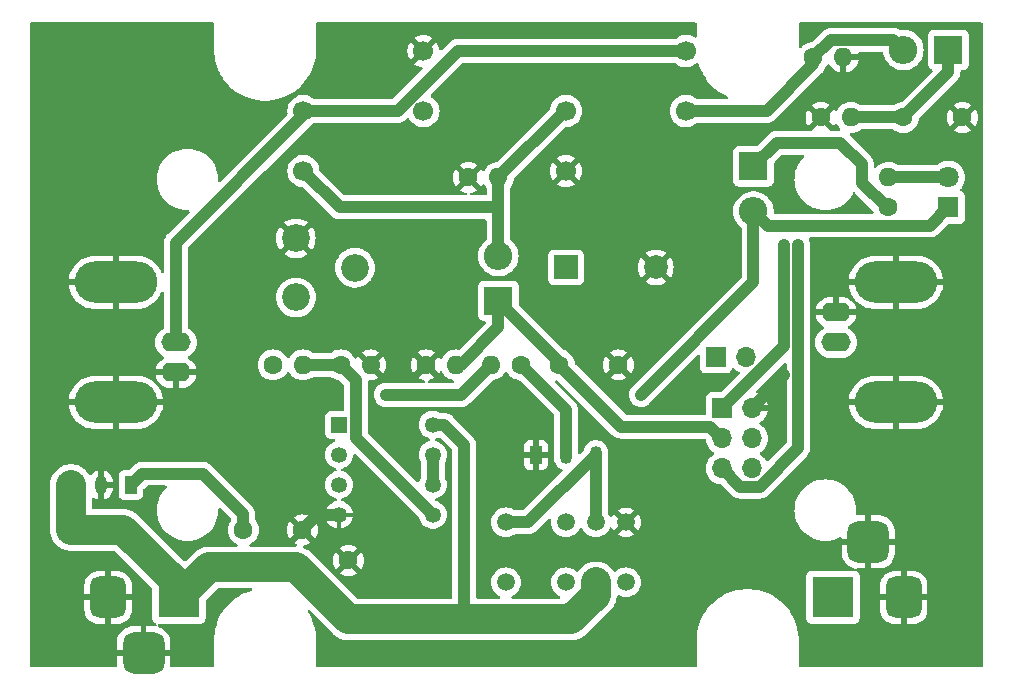
<source format=gbr>
G04 #@! TF.GenerationSoftware,KiCad,Pcbnew,7.0.2-0*
G04 #@! TF.CreationDate,2023-05-29T14:12:07-07:00*
G04 #@! TF.ProjectId,SWR Protector,53575220-5072-46f7-9465-63746f722e6b,v2.0*
G04 #@! TF.SameCoordinates,Original*
G04 #@! TF.FileFunction,Copper,L1,Top*
G04 #@! TF.FilePolarity,Positive*
%FSLAX46Y46*%
G04 Gerber Fmt 4.6, Leading zero omitted, Abs format (unit mm)*
G04 Created by KiCad (PCBNEW 7.0.2-0) date 2023-05-29 14:12:07*
%MOMM*%
%LPD*%
G01*
G04 APERTURE LIST*
G04 Aperture macros list*
%AMRoundRect*
0 Rectangle with rounded corners*
0 $1 Rounding radius*
0 $2 $3 $4 $5 $6 $7 $8 $9 X,Y pos of 4 corners*
0 Add a 4 corners polygon primitive as box body*
4,1,4,$2,$3,$4,$5,$6,$7,$8,$9,$2,$3,0*
0 Add four circle primitives for the rounded corners*
1,1,$1+$1,$2,$3*
1,1,$1+$1,$4,$5*
1,1,$1+$1,$6,$7*
1,1,$1+$1,$8,$9*
0 Add four rect primitives between the rounded corners*
20,1,$1+$1,$2,$3,$4,$5,0*
20,1,$1+$1,$4,$5,$6,$7,0*
20,1,$1+$1,$6,$7,$8,$9,0*
20,1,$1+$1,$8,$9,$2,$3,0*%
G04 Aperture macros list end*
G04 #@! TA.AperFunction,ComponentPad*
%ADD10C,1.600000*%
G04 #@! TD*
G04 #@! TA.AperFunction,ComponentPad*
%ADD11O,1.600000X1.600000*%
G04 #@! TD*
G04 #@! TA.AperFunction,ComponentPad*
%ADD12C,1.700000*%
G04 #@! TD*
G04 #@! TA.AperFunction,ComponentPad*
%ADD13O,2.500000X1.600000*%
G04 #@! TD*
G04 #@! TA.AperFunction,ComponentPad*
%ADD14O,7.000000X3.500000*%
G04 #@! TD*
G04 #@! TA.AperFunction,ComponentPad*
%ADD15C,1.500000*%
G04 #@! TD*
G04 #@! TA.AperFunction,ComponentPad*
%ADD16R,1.700000X1.700000*%
G04 #@! TD*
G04 #@! TA.AperFunction,ComponentPad*
%ADD17O,1.700000X1.700000*%
G04 #@! TD*
G04 #@! TA.AperFunction,ComponentPad*
%ADD18C,2.340000*%
G04 #@! TD*
G04 #@! TA.AperFunction,ComponentPad*
%ADD19R,2.400000X2.400000*%
G04 #@! TD*
G04 #@! TA.AperFunction,ComponentPad*
%ADD20O,2.400000X2.400000*%
G04 #@! TD*
G04 #@! TA.AperFunction,ComponentPad*
%ADD21R,3.500000X3.500000*%
G04 #@! TD*
G04 #@! TA.AperFunction,ComponentPad*
%ADD22RoundRect,0.750000X0.750000X1.000000X-0.750000X1.000000X-0.750000X-1.000000X0.750000X-1.000000X0*%
G04 #@! TD*
G04 #@! TA.AperFunction,ComponentPad*
%ADD23RoundRect,0.875000X0.875000X0.875000X-0.875000X0.875000X-0.875000X-0.875000X0.875000X-0.875000X0*%
G04 #@! TD*
G04 #@! TA.AperFunction,ComponentPad*
%ADD24R,1.050000X1.500000*%
G04 #@! TD*
G04 #@! TA.AperFunction,ComponentPad*
%ADD25O,1.050000X1.500000*%
G04 #@! TD*
G04 #@! TA.AperFunction,ComponentPad*
%ADD26R,1.800000X1.800000*%
G04 #@! TD*
G04 #@! TA.AperFunction,ComponentPad*
%ADD27C,1.800000*%
G04 #@! TD*
G04 #@! TA.AperFunction,ComponentPad*
%ADD28R,2.000000X2.000000*%
G04 #@! TD*
G04 #@! TA.AperFunction,ComponentPad*
%ADD29C,2.000000*%
G04 #@! TD*
G04 #@! TA.AperFunction,ComponentPad*
%ADD30R,1.350000X1.350000*%
G04 #@! TD*
G04 #@! TA.AperFunction,ComponentPad*
%ADD31C,1.350000*%
G04 #@! TD*
G04 #@! TA.AperFunction,ComponentPad*
%ADD32RoundRect,0.750000X-0.750000X-1.000000X0.750000X-1.000000X0.750000X1.000000X-0.750000X1.000000X0*%
G04 #@! TD*
G04 #@! TA.AperFunction,ComponentPad*
%ADD33RoundRect,0.875000X-0.875000X-0.875000X0.875000X-0.875000X0.875000X0.875000X-0.875000X0.875000X0*%
G04 #@! TD*
G04 #@! TA.AperFunction,ViaPad*
%ADD34C,0.800000*%
G04 #@! TD*
G04 #@! TA.AperFunction,Conductor*
%ADD35C,1.000000*%
G04 #@! TD*
G04 #@! TA.AperFunction,Conductor*
%ADD36C,2.500000*%
G04 #@! TD*
G04 APERTURE END LIST*
D10*
X188595000Y-83820000D03*
X193595000Y-83820000D03*
X156210000Y-104775000D03*
D11*
X153670000Y-104775000D03*
D10*
X180975000Y-78740000D03*
D11*
X183515000Y-78740000D03*
D10*
X151765000Y-88900000D03*
D11*
X154305000Y-88900000D03*
D10*
X141605000Y-126325000D03*
X141605000Y-121325000D03*
D12*
X170180000Y-78200000D03*
X160020000Y-88360000D03*
X170180000Y-83280000D03*
X160020000Y-83280000D03*
D13*
X182880000Y-102870000D03*
D14*
X187960000Y-97790000D03*
D13*
X182880000Y-100330000D03*
D14*
X187960000Y-107950000D03*
D15*
X154940000Y-123190000D03*
X160020000Y-123190000D03*
X162560000Y-123190000D03*
X165100000Y-123190000D03*
X165100000Y-118110000D03*
X162560000Y-118110000D03*
X160020000Y-118110000D03*
X154940000Y-118110000D03*
D12*
X147955000Y-78200000D03*
X137795000Y-88360000D03*
X147955000Y-83280000D03*
X137795000Y-83280000D03*
D16*
X172715000Y-104140000D03*
D17*
X175255000Y-104140000D03*
D10*
X148180000Y-104775000D03*
D11*
X150720000Y-104775000D03*
D18*
X137160000Y-99060000D03*
X142160000Y-96560000D03*
X137160000Y-94060000D03*
D19*
X175895000Y-87965000D03*
D20*
X175895000Y-91775000D03*
D19*
X154305000Y-99360000D03*
D20*
X154305000Y-95550000D03*
D21*
X182626000Y-124460000D03*
D22*
X188626000Y-124460000D03*
D23*
X185626000Y-119760000D03*
D10*
X187325000Y-91440000D03*
D11*
X187325000Y-88900000D03*
D24*
X157480000Y-112395000D03*
D25*
X160020000Y-112395000D03*
X162560000Y-112395000D03*
D16*
X173228000Y-108458000D03*
D17*
X175768000Y-108458000D03*
X173228000Y-110998000D03*
X175768000Y-110998000D03*
X173228000Y-113538000D03*
X175768000Y-113538000D03*
D10*
X159465000Y-104775000D03*
X164465000Y-104775000D03*
X135226000Y-104775000D03*
D11*
X137766000Y-104775000D03*
D26*
X192405000Y-91440000D03*
D27*
X192405000Y-88900000D03*
D13*
X127000000Y-102870000D03*
D14*
X121920000Y-107950000D03*
D13*
X127000000Y-105410000D03*
D14*
X121920000Y-97790000D03*
D10*
X181610000Y-83820000D03*
D11*
X184150000Y-83820000D03*
D28*
X160040000Y-96520000D03*
D29*
X167640000Y-96520000D03*
D10*
X140941000Y-104775000D03*
D11*
X143481000Y-104775000D03*
D30*
X140810000Y-109855000D03*
D31*
X140810000Y-112395000D03*
X140810000Y-114935000D03*
X140810000Y-117475000D03*
X148750000Y-117475000D03*
X148750000Y-114935000D03*
X148750000Y-112395000D03*
X148750000Y-109855000D03*
D24*
X123190000Y-114935000D03*
D25*
X120650000Y-114935000D03*
X118110000Y-114935000D03*
D19*
X192405000Y-78105000D03*
D20*
X188595000Y-78105000D03*
D10*
X132715000Y-118745000D03*
X137715000Y-118745000D03*
D21*
X127254000Y-124460000D03*
D32*
X121254000Y-124460000D03*
D33*
X124254000Y-129160000D03*
D34*
X189745497Y-120389234D03*
X189745497Y-115309234D03*
X189745497Y-94989234D03*
X184665497Y-94989234D03*
X174505497Y-84829234D03*
X169425497Y-115309234D03*
X169425497Y-100069234D03*
X169425497Y-89909234D03*
X164345497Y-120389234D03*
X164345497Y-115309234D03*
X164345497Y-94989234D03*
X164345497Y-84829234D03*
X164345497Y-79749234D03*
X159265497Y-120389234D03*
X159265497Y-100069234D03*
X159265497Y-79749234D03*
X154185497Y-115309234D03*
X154185497Y-110229234D03*
X154185497Y-84829234D03*
X154185497Y-79749234D03*
X149105497Y-100069234D03*
X149105497Y-94989234D03*
X149105497Y-89909234D03*
X144025497Y-89909234D03*
X144025497Y-84829234D03*
X144025497Y-79749234D03*
X133865497Y-115309234D03*
X133865497Y-94989234D03*
X128785497Y-110229234D03*
X128785497Y-100069234D03*
X128785497Y-84829234D03*
X128785497Y-79749234D03*
X123705497Y-125469234D03*
X123705497Y-105149234D03*
X123705497Y-94989234D03*
X123705497Y-89909234D03*
X123705497Y-84829234D03*
X123705497Y-79749234D03*
X118625497Y-125469234D03*
X118625497Y-105149234D03*
X118625497Y-94989234D03*
X118625497Y-89909234D03*
X118625497Y-84829234D03*
X118625497Y-79749234D03*
X166370000Y-107315000D03*
X178505000Y-105664000D03*
X178505000Y-94615000D03*
X179705000Y-94615000D03*
X144780000Y-107315000D03*
D35*
X162560000Y-112395000D02*
X162560000Y-118110000D01*
X175895000Y-97790000D02*
X166370000Y-107315000D01*
X156845000Y-118110000D02*
X162560000Y-112395000D01*
X190870000Y-92975000D02*
X192405000Y-91440000D01*
X175895000Y-91775000D02*
X177095000Y-92975000D01*
X154940000Y-118110000D02*
X156845000Y-118110000D01*
X177095000Y-92975000D02*
X190870000Y-92975000D01*
X175895000Y-91775000D02*
X175895000Y-97790000D01*
X138985000Y-117475000D02*
X137715000Y-118745000D01*
X140810000Y-117475000D02*
X138985000Y-117475000D01*
X175768000Y-108401000D02*
X178505000Y-105664000D01*
X159465000Y-104520000D02*
X154305000Y-99360000D01*
X164698000Y-110008000D02*
X172238000Y-110008000D01*
X151130000Y-104775000D02*
X150720000Y-104775000D01*
X159465000Y-104775000D02*
X164698000Y-110008000D01*
X154305000Y-101600000D02*
X151130000Y-104775000D01*
X154305000Y-99360000D02*
X154305000Y-101600000D01*
X172238000Y-110008000D02*
X173228000Y-110998000D01*
X177888000Y-85972300D02*
X175895000Y-87965000D01*
X132715000Y-117426000D02*
X129262000Y-113972000D01*
X185087000Y-87797800D02*
X183262000Y-85972300D01*
X124153000Y-113972000D02*
X123190000Y-114935000D01*
X129262000Y-113972000D02*
X124153000Y-113972000D01*
X178505000Y-94615000D02*
X178505000Y-103181000D01*
X132715000Y-118745000D02*
X132715000Y-117426000D01*
X187183000Y-91440000D02*
X185087000Y-89344000D01*
X183262000Y-85972300D02*
X177888000Y-85972300D01*
X178505000Y-103181000D02*
X173228000Y-108458000D01*
X185087000Y-89344000D02*
X185087000Y-87797800D01*
D36*
X162560000Y-124251000D02*
X162560000Y-123190000D01*
X118110000Y-118745000D02*
X118110000Y-114935000D01*
X127254000Y-123444000D02*
X122555000Y-118745000D01*
X151384000Y-126325000D02*
X160486000Y-126325000D01*
X122555000Y-118745000D02*
X118110000Y-118745000D01*
D35*
X151384000Y-111534000D02*
X151384000Y-126325000D01*
D36*
X160486000Y-126325000D02*
X162560000Y-124251000D01*
X127254000Y-124460000D02*
X129794000Y-121920000D01*
D35*
X148750000Y-109855000D02*
X149705000Y-109855000D01*
D36*
X129794000Y-121920000D02*
X137200000Y-121920000D01*
X127254000Y-124460000D02*
X127254000Y-123444000D01*
D35*
X149705000Y-109855000D02*
X151384000Y-111534000D01*
D36*
X137200000Y-121920000D02*
X141605000Y-126325000D01*
X141605000Y-126325000D02*
X151384000Y-126325000D01*
D35*
X154305000Y-91440000D02*
X154305000Y-95550000D01*
X154305000Y-88900000D02*
X154305000Y-91440000D01*
X137795000Y-88360000D02*
X140875000Y-91440000D01*
X140875000Y-91440000D02*
X154305000Y-91440000D01*
X159925000Y-83280000D02*
X154305000Y-88900000D01*
X177024000Y-83280000D02*
X180975000Y-79329400D01*
X180975000Y-78740000D02*
X182475000Y-77240000D01*
X180975000Y-79329400D02*
X180975000Y-78740000D01*
X170180000Y-83280000D02*
X177024000Y-83280000D01*
X182475000Y-77240000D02*
X187730000Y-77240000D01*
X187730000Y-77240000D02*
X188595000Y-78105000D01*
X192405000Y-88900000D02*
X187325000Y-88900000D01*
X174778000Y-115088000D02*
X173228000Y-113538000D01*
X179705000Y-111793000D02*
X176410000Y-115088000D01*
X179705000Y-94615000D02*
X179705000Y-111793000D01*
X192405000Y-80010000D02*
X188595000Y-83820000D01*
X192405000Y-78105000D02*
X192405000Y-80010000D01*
X176410000Y-115088000D02*
X174778000Y-115088000D01*
X188595000Y-83820000D02*
X184150000Y-83820000D01*
X150843000Y-78200000D02*
X170180000Y-78200000D01*
X137795000Y-83280000D02*
X145763000Y-83280000D01*
X145763000Y-83280000D02*
X150843000Y-78200000D01*
X127000000Y-94439000D02*
X137795000Y-83644000D01*
X127000000Y-102870000D02*
X127000000Y-94439000D01*
X137795000Y-83644000D02*
X137795000Y-83280000D01*
X160020000Y-112395000D02*
X160020000Y-108585000D01*
X160020000Y-108585000D02*
X156210000Y-104775000D01*
X148750000Y-117475000D02*
X142240000Y-110965000D01*
X142240000Y-106074000D02*
X140941000Y-104775000D01*
X142240000Y-110965000D02*
X142240000Y-106074000D01*
X137766000Y-104775000D02*
X140941000Y-104775000D01*
X153670000Y-104775000D02*
X151130000Y-107315000D01*
X151130000Y-107315000D02*
X144780000Y-107315000D01*
X148750000Y-114935000D02*
X148750000Y-112395000D01*
G04 #@! TA.AperFunction,Conductor*
G36*
X178615834Y-104598913D02*
G01*
X178671767Y-104640785D01*
X178696184Y-104706249D01*
X178696500Y-104715095D01*
X178696500Y-111323903D01*
X178676815Y-111390942D01*
X178660181Y-111411584D01*
X177160067Y-112911697D01*
X177098744Y-112945182D01*
X177029052Y-112940198D01*
X176973119Y-112898326D01*
X176968577Y-112891837D01*
X176843722Y-112700732D01*
X176816144Y-112670775D01*
X176691240Y-112535094D01*
X176513576Y-112396811D01*
X176477067Y-112377053D01*
X176427478Y-112327836D01*
X176412370Y-112259619D01*
X176436540Y-112194063D01*
X176477067Y-112158946D01*
X176513576Y-112139189D01*
X176691240Y-112000906D01*
X176843722Y-111835268D01*
X176966860Y-111646791D01*
X177057296Y-111440616D01*
X177112564Y-111222368D01*
X177131156Y-110998000D01*
X177112564Y-110773632D01*
X177057296Y-110555384D01*
X176966860Y-110349209D01*
X176843722Y-110160732D01*
X176691240Y-109995094D01*
X176531690Y-109870910D01*
X176513575Y-109856810D01*
X176470302Y-109833392D01*
X176420712Y-109784172D01*
X176405605Y-109715955D01*
X176429776Y-109650400D01*
X176458198Y-109622763D01*
X176639078Y-109496109D01*
X176806106Y-109329081D01*
X176941600Y-109135576D01*
X177041430Y-108921492D01*
X177098636Y-108708000D01*
X176201686Y-108708000D01*
X176227493Y-108667844D01*
X176268000Y-108529889D01*
X176268000Y-108386111D01*
X176227493Y-108248156D01*
X176201686Y-108208000D01*
X177098636Y-108208000D01*
X177098635Y-108207999D01*
X177041430Y-107994507D01*
X176941599Y-107780421D01*
X176806109Y-107586921D01*
X176639081Y-107419893D01*
X176445576Y-107284399D01*
X176231492Y-107184569D01*
X176199325Y-107175950D01*
X176139664Y-107139584D01*
X176109136Y-107076737D01*
X176117431Y-107007362D01*
X176143733Y-106968500D01*
X178484821Y-104627412D01*
X178546142Y-104593929D01*
X178615834Y-104598913D01*
G37*
G04 #@! TD.AperFunction*
G04 #@! TA.AperFunction,Conductor*
G36*
X149259025Y-105500472D02*
G01*
X149310133Y-105427481D01*
X149332927Y-105378600D01*
X149379098Y-105326160D01*
X149446292Y-105307007D01*
X149513173Y-105327222D01*
X149557692Y-105378598D01*
X149582475Y-105431746D01*
X149582476Y-105431748D01*
X149582477Y-105431749D01*
X149713802Y-105619300D01*
X149875700Y-105781198D01*
X150063251Y-105912523D01*
X150063254Y-105912524D01*
X150063255Y-105912525D01*
X150120992Y-105939448D01*
X150270757Y-106009284D01*
X150460557Y-106060141D01*
X150470200Y-106062725D01*
X150529860Y-106099090D01*
X150560389Y-106161938D01*
X150552094Y-106231313D01*
X150507609Y-106285191D01*
X150441056Y-106306465D01*
X150438106Y-106306500D01*
X148429056Y-106306500D01*
X148362017Y-106286815D01*
X148316262Y-106234011D01*
X148306318Y-106164853D01*
X148335343Y-106101297D01*
X148394121Y-106063523D01*
X148396962Y-106062725D01*
X148626326Y-106001266D01*
X148832480Y-105905134D01*
X148905472Y-105854025D01*
X148224401Y-105172953D01*
X148305148Y-105160165D01*
X148418045Y-105102641D01*
X148507641Y-105013045D01*
X148565165Y-104900148D01*
X148577953Y-104819400D01*
X149259025Y-105500472D01*
G37*
G04 #@! TD.AperFunction*
G04 #@! TA.AperFunction,Conductor*
G36*
X182689025Y-84545472D02*
G01*
X182740133Y-84472481D01*
X182762927Y-84423600D01*
X182809098Y-84371160D01*
X182876292Y-84352007D01*
X182943173Y-84372222D01*
X182987692Y-84423598D01*
X183012475Y-84476746D01*
X183012476Y-84476748D01*
X183012477Y-84476749D01*
X183143802Y-84664300D01*
X183143805Y-84664302D01*
X183143805Y-84664303D01*
X183231621Y-84752119D01*
X183265106Y-84813442D01*
X183260122Y-84883134D01*
X183218250Y-84939067D01*
X183152786Y-84963484D01*
X183143940Y-84963800D01*
X182451609Y-84963800D01*
X182384570Y-84944115D01*
X182363928Y-84927481D01*
X181654401Y-84217953D01*
X181735148Y-84205165D01*
X181848045Y-84147641D01*
X181937641Y-84058045D01*
X181995165Y-83945148D01*
X182007953Y-83864400D01*
X182689025Y-84545472D01*
G37*
G04 #@! TD.AperFunction*
G04 #@! TA.AperFunction,Conductor*
G36*
X152844025Y-89625472D02*
G01*
X152895133Y-89552481D01*
X152917927Y-89503600D01*
X152964098Y-89451160D01*
X153031292Y-89432007D01*
X153098173Y-89452222D01*
X153142692Y-89503598D01*
X153167475Y-89556746D01*
X153167476Y-89556748D01*
X153167477Y-89556749D01*
X153274075Y-89708986D01*
X153296402Y-89775191D01*
X153296500Y-89780109D01*
X153296500Y-90307500D01*
X153276815Y-90374539D01*
X153224011Y-90420294D01*
X153172500Y-90431500D01*
X152014056Y-90431500D01*
X151947017Y-90411815D01*
X151901262Y-90359011D01*
X151891318Y-90289853D01*
X151920343Y-90226297D01*
X151979121Y-90188523D01*
X151981962Y-90187725D01*
X152211326Y-90126266D01*
X152417480Y-90030134D01*
X152490472Y-89979025D01*
X151809401Y-89297953D01*
X151890148Y-89285165D01*
X152003045Y-89227641D01*
X152092641Y-89138045D01*
X152150165Y-89025148D01*
X152162953Y-88944400D01*
X152844025Y-89625472D01*
G37*
G04 #@! TD.AperFunction*
G04 #@! TA.AperFunction,Conductor*
G36*
X130171944Y-75789419D02*
G01*
X130217699Y-75842223D01*
X130228905Y-75893734D01*
X130228905Y-77982151D01*
X130228905Y-78074861D01*
X130228905Y-78274429D01*
X130229169Y-78277288D01*
X130229170Y-78277289D01*
X130265466Y-78669000D01*
X130265468Y-78669015D01*
X130265732Y-78671863D01*
X130266257Y-78674676D01*
X130266259Y-78674684D01*
X130338549Y-79061398D01*
X130338552Y-79061411D01*
X130339074Y-79064203D01*
X130339856Y-79066954D01*
X130339857Y-79066955D01*
X130447278Y-79444505D01*
X130448302Y-79448102D01*
X130449333Y-79450765D01*
X130449335Y-79450769D01*
X130587335Y-79806989D01*
X130592487Y-79820286D01*
X130593768Y-79822859D01*
X130593770Y-79822863D01*
X130722741Y-80081873D01*
X130770397Y-80177578D01*
X130771898Y-80180003D01*
X130771903Y-80180011D01*
X130979011Y-80514502D01*
X130979017Y-80514511D01*
X130980515Y-80516930D01*
X131022860Y-80573004D01*
X131138826Y-80726568D01*
X131221049Y-80835448D01*
X131489945Y-81130413D01*
X131784910Y-81399309D01*
X132103428Y-81639843D01*
X132442780Y-81849961D01*
X132800072Y-82027871D01*
X133172256Y-82172056D01*
X133556155Y-82281284D01*
X133948495Y-82354626D01*
X134345929Y-82391453D01*
X134348801Y-82391453D01*
X134742193Y-82391453D01*
X134745065Y-82391453D01*
X135142499Y-82354626D01*
X135534839Y-82281284D01*
X135918738Y-82172056D01*
X136290922Y-82027871D01*
X136648214Y-81849961D01*
X136987566Y-81639843D01*
X137306084Y-81399309D01*
X137601049Y-81130413D01*
X137869945Y-80835448D01*
X138110479Y-80516930D01*
X138320597Y-80177578D01*
X138498507Y-79820286D01*
X138642692Y-79448102D01*
X138751920Y-79064203D01*
X138825262Y-78671863D01*
X138862089Y-78274429D01*
X138862089Y-78074861D01*
X138862089Y-77982151D01*
X138862089Y-75893733D01*
X138881774Y-75826695D01*
X138934578Y-75780940D01*
X138986089Y-75769734D01*
X170966871Y-75769734D01*
X171033910Y-75789419D01*
X171079665Y-75842223D01*
X171090871Y-75893734D01*
X171090871Y-76940165D01*
X171071186Y-77007204D01*
X171018382Y-77052959D01*
X170949224Y-77062903D01*
X170907854Y-77049220D01*
X170727572Y-76951657D01*
X170514636Y-76878556D01*
X170292569Y-76841500D01*
X170067431Y-76841500D01*
X169845363Y-76878556D01*
X169632427Y-76951657D01*
X169434424Y-77058811D01*
X169297540Y-77165353D01*
X169232546Y-77190996D01*
X169221377Y-77191500D01*
X150898642Y-77191500D01*
X150886488Y-77190903D01*
X150843000Y-77186620D01*
X150645297Y-77206091D01*
X150499442Y-77250337D01*
X150455196Y-77263758D01*
X150279996Y-77357404D01*
X150126433Y-77483430D01*
X150098707Y-77517214D01*
X150090536Y-77526228D01*
X149506766Y-78109997D01*
X149445443Y-78143482D01*
X149375751Y-78138498D01*
X149319818Y-78096626D01*
X149295557Y-78033122D01*
X149289569Y-77964681D01*
X149228430Y-77736507D01*
X149128599Y-77522421D01*
X149069926Y-77438626D01*
X149069925Y-77438625D01*
X148438076Y-78070475D01*
X148414493Y-77990156D01*
X148336761Y-77869202D01*
X148228100Y-77775048D01*
X148097315Y-77715320D01*
X148087533Y-77713913D01*
X148716373Y-77085073D01*
X148716373Y-77085072D01*
X148632580Y-77026400D01*
X148418492Y-76926569D01*
X148190318Y-76865430D01*
X147954999Y-76844842D01*
X147719681Y-76865430D01*
X147491507Y-76926569D01*
X147277422Y-77026399D01*
X147193625Y-77085072D01*
X147822466Y-77713913D01*
X147812685Y-77715320D01*
X147681900Y-77775048D01*
X147573239Y-77869202D01*
X147495507Y-77990156D01*
X147471923Y-78070475D01*
X146840073Y-77438625D01*
X146840072Y-77438625D01*
X146781399Y-77522422D01*
X146681569Y-77736507D01*
X146620430Y-77964681D01*
X146599842Y-78200000D01*
X146620430Y-78435318D01*
X146681569Y-78663492D01*
X146781400Y-78877580D01*
X146840073Y-78961373D01*
X147471923Y-78329523D01*
X147495507Y-78409844D01*
X147573239Y-78530798D01*
X147681900Y-78624952D01*
X147812685Y-78684680D01*
X147822466Y-78686086D01*
X147193625Y-79314925D01*
X147277420Y-79373599D01*
X147491507Y-79473430D01*
X147719681Y-79534569D01*
X147788122Y-79540557D01*
X147853191Y-79566009D01*
X147894170Y-79622599D01*
X147898049Y-79692361D01*
X147864997Y-79751766D01*
X145381585Y-82235181D01*
X145320262Y-82268666D01*
X145293904Y-82271500D01*
X138753623Y-82271500D01*
X138686584Y-82251815D01*
X138677460Y-82245353D01*
X138629848Y-82208295D01*
X138540576Y-82138811D01*
X138342574Y-82031658D01*
X138342573Y-82031657D01*
X138342572Y-82031657D01*
X138129636Y-81958556D01*
X137907569Y-81921500D01*
X137682431Y-81921500D01*
X137460363Y-81958556D01*
X137247427Y-82031657D01*
X137049424Y-82138811D01*
X136871760Y-82277094D01*
X136719279Y-82442730D01*
X136596138Y-82631211D01*
X136505705Y-82837381D01*
X136450435Y-83055636D01*
X136431843Y-83280000D01*
X136450124Y-83500614D01*
X136436043Y-83569050D01*
X136414229Y-83598535D01*
X130789997Y-89222767D01*
X130728674Y-89256252D01*
X130658982Y-89251268D01*
X130603049Y-89209396D01*
X130578632Y-89143932D01*
X130578542Y-89127613D01*
X130581733Y-89074861D01*
X130562738Y-88760832D01*
X130506029Y-88451383D01*
X130412434Y-88151026D01*
X130283317Y-87864140D01*
X130120561Y-87594909D01*
X129926540Y-87347259D01*
X129704082Y-87124801D01*
X129456432Y-86930780D01*
X129321816Y-86849401D01*
X129190406Y-86769961D01*
X129190399Y-86769957D01*
X129187201Y-86768024D01*
X128900315Y-86638907D01*
X128896737Y-86637792D01*
X128603534Y-86546426D01*
X128603528Y-86546424D01*
X128599958Y-86545312D01*
X128596287Y-86544639D01*
X128596278Y-86544637D01*
X128294193Y-86489278D01*
X128294191Y-86489277D01*
X128290509Y-86488603D01*
X128286783Y-86488377D01*
X128286770Y-86488376D01*
X127980216Y-86469834D01*
X127976480Y-86469608D01*
X127972744Y-86469834D01*
X127666189Y-86488376D01*
X127666174Y-86488377D01*
X127662451Y-86488603D01*
X127658770Y-86489277D01*
X127658766Y-86489278D01*
X127356681Y-86544637D01*
X127356668Y-86544640D01*
X127353002Y-86545312D01*
X127349434Y-86546423D01*
X127349425Y-86546426D01*
X127056222Y-86637792D01*
X127056216Y-86637794D01*
X127052645Y-86638907D01*
X127049236Y-86640441D01*
X127049234Y-86640442D01*
X126769173Y-86766487D01*
X126769166Y-86766490D01*
X126765759Y-86768024D01*
X126762566Y-86769953D01*
X126762553Y-86769961D01*
X126499732Y-86928843D01*
X126496528Y-86930780D01*
X126493586Y-86933084D01*
X126493580Y-86933089D01*
X126265655Y-87111657D01*
X126248878Y-87124801D01*
X126246232Y-87127446D01*
X126246224Y-87127454D01*
X126029073Y-87344605D01*
X126029065Y-87344613D01*
X126026420Y-87347259D01*
X126024108Y-87350209D01*
X126024108Y-87350210D01*
X125834708Y-87591961D01*
X125834703Y-87591967D01*
X125832399Y-87594909D01*
X125830462Y-87598111D01*
X125830462Y-87598113D01*
X125671580Y-87860934D01*
X125671572Y-87860947D01*
X125669643Y-87864140D01*
X125668109Y-87867547D01*
X125668106Y-87867554D01*
X125565255Y-88096080D01*
X125540526Y-88151026D01*
X125539413Y-88154597D01*
X125539411Y-88154603D01*
X125448045Y-88447806D01*
X125448042Y-88447815D01*
X125446931Y-88451383D01*
X125446259Y-88455049D01*
X125446256Y-88455062D01*
X125407348Y-88667378D01*
X125390222Y-88760832D01*
X125389996Y-88764555D01*
X125389995Y-88764570D01*
X125375223Y-89008791D01*
X125371227Y-89074861D01*
X125371453Y-89078594D01*
X125371453Y-89078597D01*
X125389995Y-89385151D01*
X125389996Y-89385164D01*
X125390222Y-89388890D01*
X125390896Y-89392572D01*
X125390897Y-89392574D01*
X125446256Y-89694659D01*
X125446258Y-89694668D01*
X125446931Y-89698339D01*
X125448043Y-89701909D01*
X125448045Y-89701915D01*
X125498171Y-89862774D01*
X125540526Y-89998696D01*
X125669643Y-90285582D01*
X125671576Y-90288780D01*
X125671580Y-90288787D01*
X125712401Y-90356313D01*
X125832399Y-90554813D01*
X126026420Y-90802463D01*
X126248878Y-91024921D01*
X126496528Y-91218942D01*
X126736715Y-91364140D01*
X126747903Y-91370904D01*
X126765759Y-91381698D01*
X127052645Y-91510815D01*
X127353002Y-91604410D01*
X127662451Y-91661119D01*
X127976480Y-91680114D01*
X128029219Y-91676923D01*
X128097322Y-91692523D01*
X128146182Y-91742467D01*
X128160285Y-91810899D01*
X128135151Y-91876092D01*
X128124386Y-91888378D01*
X126326228Y-93686536D01*
X126317214Y-93694707D01*
X126283430Y-93722433D01*
X126157405Y-93875995D01*
X126125260Y-93936135D01*
X126063758Y-94051195D01*
X126006091Y-94241297D01*
X125986620Y-94438999D01*
X125990903Y-94482487D01*
X125991500Y-94494641D01*
X125991500Y-96890364D01*
X125971815Y-96957403D01*
X125919011Y-97003158D01*
X125849853Y-97013102D01*
X125786297Y-96984077D01*
X125751786Y-96934931D01*
X125717012Y-96844645D01*
X125713532Y-96837144D01*
X125572745Y-96580241D01*
X125568292Y-96573266D01*
X125394523Y-96337425D01*
X125389178Y-96331103D01*
X125185525Y-96120527D01*
X125179390Y-96114979D01*
X124949481Y-95933421D01*
X124942671Y-95928746D01*
X124690606Y-95779448D01*
X124683230Y-95775721D01*
X124413517Y-95661352D01*
X124405713Y-95658642D01*
X124123179Y-95581248D01*
X124115057Y-95579597D01*
X123824721Y-95540551D01*
X123816479Y-95540000D01*
X122170000Y-95540000D01*
X122169999Y-96815373D01*
X122022199Y-96785000D01*
X121869033Y-96785000D01*
X121716652Y-96800496D01*
X121670000Y-96815132D01*
X121670000Y-95540000D01*
X120096854Y-95540000D01*
X120092693Y-95540139D01*
X119873565Y-95554808D01*
X119865372Y-95555910D01*
X119578298Y-95614260D01*
X119570309Y-95616448D01*
X119293570Y-95712542D01*
X119285958Y-95715770D01*
X119024498Y-95847892D01*
X119017381Y-95852106D01*
X118775855Y-96017905D01*
X118769367Y-96023029D01*
X118552101Y-96219535D01*
X118546351Y-96225480D01*
X118357213Y-96449193D01*
X118352307Y-96455851D01*
X118194672Y-96702783D01*
X118190703Y-96710026D01*
X118067389Y-96975761D01*
X118064416Y-96983480D01*
X117977621Y-97263281D01*
X117975705Y-97271320D01*
X117930384Y-97539999D01*
X117930385Y-97540000D01*
X120946589Y-97540000D01*
X120921466Y-97637030D01*
X120911114Y-97841165D01*
X120941574Y-98040000D01*
X117933793Y-98040000D01*
X117945960Y-98160951D01*
X117947337Y-98169112D01*
X118015248Y-98454080D01*
X118017699Y-98461981D01*
X118122987Y-98735354D01*
X118126467Y-98742855D01*
X118267254Y-98999758D01*
X118271707Y-99006733D01*
X118445476Y-99242574D01*
X118450821Y-99248896D01*
X118654474Y-99459472D01*
X118660609Y-99465020D01*
X118890518Y-99646578D01*
X118897328Y-99651253D01*
X119149393Y-99800551D01*
X119156769Y-99804278D01*
X119426482Y-99918647D01*
X119434286Y-99921357D01*
X119716820Y-99998751D01*
X119724942Y-100000402D01*
X120015278Y-100039448D01*
X120023521Y-100040000D01*
X121670000Y-100040000D01*
X121670000Y-98764625D01*
X121817801Y-98795000D01*
X121970967Y-98795000D01*
X122123348Y-98779504D01*
X122169999Y-98764867D01*
X122169999Y-100040000D01*
X123743146Y-100040000D01*
X123747306Y-100039860D01*
X123966434Y-100025191D01*
X123974627Y-100024089D01*
X124261701Y-99965739D01*
X124269690Y-99963551D01*
X124546429Y-99867457D01*
X124554041Y-99864229D01*
X124815501Y-99732107D01*
X124822618Y-99727893D01*
X125064144Y-99562094D01*
X125070632Y-99556970D01*
X125287898Y-99360464D01*
X125293648Y-99354519D01*
X125482786Y-99130806D01*
X125487692Y-99124148D01*
X125645327Y-98877216D01*
X125649296Y-98869973D01*
X125755021Y-98642142D01*
X125801095Y-98589617D01*
X125868253Y-98570340D01*
X125935172Y-98590432D01*
X125980605Y-98643513D01*
X125991500Y-98694338D01*
X125991500Y-101607666D01*
X125971815Y-101674705D01*
X125919904Y-101720048D01*
X125893251Y-101732477D01*
X125800102Y-101797701D01*
X125705696Y-101863805D01*
X125543805Y-102025696D01*
X125412474Y-102213255D01*
X125315717Y-102420753D01*
X125256456Y-102641915D01*
X125236501Y-102870000D01*
X125256456Y-103098084D01*
X125315717Y-103319246D01*
X125412474Y-103526744D01*
X125412476Y-103526746D01*
X125412477Y-103526749D01*
X125543802Y-103714300D01*
X125705700Y-103876198D01*
X125893251Y-104007523D01*
X125946401Y-104032307D01*
X125998839Y-104078477D01*
X126017992Y-104145670D01*
X125997777Y-104212552D01*
X125946403Y-104257069D01*
X125897520Y-104279864D01*
X125711180Y-104410341D01*
X125550341Y-104571180D01*
X125419865Y-104757519D01*
X125323733Y-104963673D01*
X125271128Y-105159999D01*
X125271128Y-105160000D01*
X126630497Y-105160000D01*
X126581083Y-105245587D01*
X126551232Y-105376370D01*
X126561257Y-105510140D01*
X126610266Y-105635013D01*
X126630193Y-105660000D01*
X125271128Y-105660000D01*
X125323733Y-105856326D01*
X125419865Y-106062480D01*
X125550341Y-106248819D01*
X125711180Y-106409658D01*
X125897519Y-106540134D01*
X126103673Y-106636266D01*
X126323397Y-106695141D01*
X126490535Y-106709763D01*
X126495946Y-106710000D01*
X126750000Y-106710000D01*
X126750000Y-105778137D01*
X126804741Y-105815459D01*
X126932927Y-105855000D01*
X127033346Y-105855000D01*
X127132647Y-105840033D01*
X127249999Y-105783518D01*
X127249999Y-106709999D01*
X127250000Y-106710000D01*
X127504054Y-106710000D01*
X127509464Y-106709763D01*
X127676602Y-106695141D01*
X127896326Y-106636266D01*
X128102480Y-106540134D01*
X128288819Y-106409658D01*
X128449658Y-106248819D01*
X128580134Y-106062480D01*
X128676266Y-105856326D01*
X128728872Y-105660000D01*
X127369503Y-105660000D01*
X127418917Y-105574413D01*
X127448768Y-105443630D01*
X127438743Y-105309860D01*
X127389734Y-105184987D01*
X127369807Y-105160000D01*
X128728872Y-105160000D01*
X128728871Y-105159999D01*
X128676266Y-104963673D01*
X128580134Y-104757519D01*
X128449658Y-104571180D01*
X128288819Y-104410341D01*
X128102482Y-104279866D01*
X128053597Y-104257070D01*
X128001158Y-104210897D01*
X127982007Y-104143703D01*
X128002223Y-104076822D01*
X128053595Y-104032308D01*
X128106749Y-104007523D01*
X128294300Y-103876198D01*
X128456198Y-103714300D01*
X128587523Y-103526749D01*
X128684284Y-103319243D01*
X128743543Y-103098087D01*
X128763498Y-102870000D01*
X128743543Y-102641913D01*
X128684284Y-102420757D01*
X128587523Y-102213251D01*
X128456198Y-102025700D01*
X128294300Y-101863802D01*
X128106749Y-101732477D01*
X128080095Y-101720048D01*
X128027656Y-101673875D01*
X128008500Y-101607666D01*
X128008500Y-99059999D01*
X135476792Y-99059999D01*
X135495592Y-99310867D01*
X135530777Y-99465020D01*
X135551573Y-99556134D01*
X135643483Y-99790316D01*
X135769269Y-100008184D01*
X135926122Y-100204872D01*
X136110538Y-100375984D01*
X136318397Y-100517700D01*
X136545055Y-100626853D01*
X136785450Y-100701004D01*
X136785451Y-100701005D01*
X137034213Y-100738500D01*
X137034214Y-100738500D01*
X137285787Y-100738500D01*
X137410167Y-100719752D01*
X137534549Y-100701005D01*
X137774945Y-100626853D01*
X138001604Y-100517700D01*
X138209462Y-100375984D01*
X138393878Y-100204872D01*
X138550731Y-100008184D01*
X138676517Y-99790316D01*
X138768427Y-99556134D01*
X138824407Y-99310869D01*
X138843207Y-99060000D01*
X138838692Y-98999758D01*
X138824407Y-98809132D01*
X138824407Y-98809131D01*
X138768427Y-98563866D01*
X138676517Y-98329684D01*
X138550731Y-98111816D01*
X138393878Y-97915128D01*
X138209462Y-97744016D01*
X138209459Y-97744013D01*
X138001606Y-97602301D01*
X137931704Y-97568638D01*
X137774945Y-97493147D01*
X137700792Y-97470273D01*
X137534548Y-97418994D01*
X137285787Y-97381500D01*
X137285786Y-97381500D01*
X137034214Y-97381500D01*
X137034213Y-97381500D01*
X136785451Y-97418994D01*
X136545055Y-97493147D01*
X136318399Y-97602298D01*
X136110536Y-97744017D01*
X135926122Y-97915128D01*
X135769268Y-98111817D01*
X135643483Y-98329683D01*
X135551573Y-98563865D01*
X135495592Y-98809132D01*
X135476792Y-99059999D01*
X128008500Y-99059999D01*
X128008500Y-96559999D01*
X140476792Y-96559999D01*
X140495592Y-96810867D01*
X140539829Y-97004680D01*
X140551573Y-97056134D01*
X140643483Y-97290316D01*
X140769269Y-97508184D01*
X140926122Y-97704872D01*
X141110538Y-97875984D01*
X141318397Y-98017700D01*
X141545055Y-98126853D01*
X141785450Y-98201004D01*
X141785451Y-98201005D01*
X142034213Y-98238500D01*
X142034214Y-98238500D01*
X142285787Y-98238500D01*
X142410167Y-98219752D01*
X142534549Y-98201005D01*
X142774945Y-98126853D01*
X143001604Y-98017700D01*
X143209462Y-97875984D01*
X143393878Y-97704872D01*
X143502521Y-97568638D01*
X158531500Y-97568638D01*
X158531852Y-97571918D01*
X158531853Y-97571924D01*
X158538011Y-97629205D01*
X158589110Y-97766203D01*
X158676738Y-97883261D01*
X158793796Y-97970889D01*
X158930794Y-98021988D01*
X158930797Y-98021988D01*
X158930799Y-98021989D01*
X158991362Y-98028500D01*
X158994672Y-98028500D01*
X161085328Y-98028500D01*
X161088638Y-98028500D01*
X161149201Y-98021989D01*
X161149203Y-98021988D01*
X161149205Y-98021988D01*
X161264235Y-97979083D01*
X161286204Y-97970889D01*
X161403261Y-97883261D01*
X161490889Y-97766204D01*
X161513765Y-97704871D01*
X161541988Y-97629205D01*
X161541988Y-97629203D01*
X161541989Y-97629201D01*
X161548500Y-97568638D01*
X161548500Y-96519999D01*
X166134858Y-96519999D01*
X166155386Y-96767732D01*
X166216413Y-97008721D01*
X166316268Y-97236370D01*
X166416563Y-97389882D01*
X166416564Y-97389882D01*
X167156923Y-96649523D01*
X167180507Y-96729844D01*
X167258239Y-96850798D01*
X167366900Y-96944952D01*
X167497685Y-97004680D01*
X167507466Y-97006086D01*
X166769942Y-97743609D01*
X166769942Y-97743610D01*
X166816766Y-97780055D01*
X167035393Y-97898368D01*
X167270506Y-97979083D01*
X167515707Y-98020000D01*
X167764293Y-98020000D01*
X168009493Y-97979083D01*
X168244606Y-97898368D01*
X168463233Y-97780053D01*
X168510056Y-97743609D01*
X167772533Y-97006086D01*
X167782315Y-97004680D01*
X167913100Y-96944952D01*
X168021761Y-96850798D01*
X168099493Y-96729844D01*
X168123076Y-96649524D01*
X168863434Y-97389882D01*
X168963730Y-97236369D01*
X169063586Y-97008721D01*
X169124613Y-96767732D01*
X169145141Y-96519999D01*
X169124613Y-96272267D01*
X169063586Y-96031278D01*
X168963730Y-95803630D01*
X168863434Y-95650116D01*
X168123076Y-96390475D01*
X168099493Y-96310156D01*
X168021761Y-96189202D01*
X167913100Y-96095048D01*
X167782315Y-96035320D01*
X167772534Y-96033913D01*
X168510057Y-95296390D01*
X168510056Y-95296388D01*
X168463235Y-95259947D01*
X168244606Y-95141631D01*
X168009493Y-95060916D01*
X167764293Y-95020000D01*
X167515707Y-95020000D01*
X167270506Y-95060916D01*
X167035393Y-95141631D01*
X166816764Y-95259946D01*
X166769942Y-95296388D01*
X166769942Y-95296390D01*
X167507466Y-96033913D01*
X167497685Y-96035320D01*
X167366900Y-96095048D01*
X167258239Y-96189202D01*
X167180507Y-96310156D01*
X167156923Y-96390474D01*
X166416564Y-95650116D01*
X166316266Y-95803634D01*
X166216413Y-96031278D01*
X166155386Y-96272267D01*
X166134858Y-96519999D01*
X161548500Y-96519999D01*
X161548500Y-95471362D01*
X161541989Y-95410799D01*
X161541988Y-95410797D01*
X161541988Y-95410794D01*
X161490889Y-95273796D01*
X161403261Y-95156738D01*
X161286203Y-95069110D01*
X161149205Y-95018011D01*
X161091924Y-95011853D01*
X161091918Y-95011852D01*
X161088638Y-95011500D01*
X158991362Y-95011500D01*
X158988082Y-95011852D01*
X158988075Y-95011853D01*
X158930794Y-95018011D01*
X158793796Y-95069110D01*
X158676738Y-95156738D01*
X158589110Y-95273796D01*
X158538011Y-95410794D01*
X158531853Y-95468075D01*
X158531500Y-95471362D01*
X158531500Y-97568638D01*
X143502521Y-97568638D01*
X143550731Y-97508184D01*
X143676517Y-97290316D01*
X143768427Y-97056134D01*
X143824407Y-96810869D01*
X143843207Y-96560000D01*
X143824407Y-96309131D01*
X143768427Y-96063866D01*
X143676517Y-95829684D01*
X143550731Y-95611816D01*
X143393878Y-95415128D01*
X143209462Y-95244016D01*
X143209459Y-95244013D01*
X143001606Y-95102301D01*
X142915669Y-95060916D01*
X142774945Y-94993147D01*
X142700792Y-94970273D01*
X142534548Y-94918994D01*
X142285787Y-94881500D01*
X142285786Y-94881500D01*
X142034214Y-94881500D01*
X142034213Y-94881500D01*
X141785451Y-94918994D01*
X141545055Y-94993147D01*
X141318399Y-95102298D01*
X141110536Y-95244017D01*
X140926122Y-95415128D01*
X140769268Y-95611817D01*
X140643483Y-95829683D01*
X140551573Y-96063865D01*
X140495592Y-96309132D01*
X140476792Y-96559999D01*
X128008500Y-96559999D01*
X128008500Y-94908095D01*
X128028185Y-94841056D01*
X128044814Y-94820419D01*
X128805233Y-94060000D01*
X135485316Y-94060000D01*
X135504021Y-94309597D01*
X135559718Y-94553621D01*
X135651163Y-94786618D01*
X135776310Y-95003380D01*
X135814800Y-95051645D01*
X136557452Y-94308993D01*
X136567188Y-94338956D01*
X136655186Y-94477619D01*
X136774903Y-94590040D01*
X136909510Y-94664041D01*
X136168402Y-95405148D01*
X136322660Y-95510318D01*
X136548167Y-95618917D01*
X136787348Y-95692695D01*
X137034851Y-95730000D01*
X137285149Y-95730000D01*
X137532651Y-95692695D01*
X137771832Y-95618917D01*
X137997337Y-95510320D01*
X138151596Y-95405148D01*
X137407534Y-94661086D01*
X137475629Y-94634126D01*
X137608492Y-94537595D01*
X137713175Y-94411055D01*
X137761631Y-94308079D01*
X138505198Y-95051646D01*
X138505199Y-95051645D01*
X138543688Y-95003382D01*
X138668836Y-94786618D01*
X138760281Y-94553621D01*
X138815978Y-94309597D01*
X138834683Y-94060000D01*
X138815978Y-93810402D01*
X138760281Y-93566378D01*
X138668836Y-93333381D01*
X138543689Y-93116619D01*
X138505198Y-93068353D01*
X137762546Y-93811004D01*
X137752812Y-93781044D01*
X137664814Y-93642381D01*
X137545097Y-93529960D01*
X137410489Y-93455958D01*
X138151596Y-92714850D01*
X137997340Y-92609681D01*
X137771832Y-92501082D01*
X137532651Y-92427304D01*
X137285149Y-92390000D01*
X137034851Y-92390000D01*
X136787348Y-92427304D01*
X136548167Y-92501083D01*
X136322660Y-92609680D01*
X136168402Y-92714849D01*
X136912466Y-93458913D01*
X136844371Y-93485874D01*
X136711508Y-93582405D01*
X136606825Y-93708945D01*
X136558368Y-93811920D01*
X135814800Y-93068353D01*
X135814799Y-93068353D01*
X135776313Y-93116615D01*
X135651163Y-93333381D01*
X135559718Y-93566378D01*
X135504021Y-93810402D01*
X135485316Y-94060000D01*
X128805233Y-94060000D01*
X134505232Y-88360000D01*
X136431843Y-88360000D01*
X136450435Y-88584363D01*
X136450435Y-88584366D01*
X136450436Y-88584368D01*
X136498673Y-88774852D01*
X136505705Y-88802618D01*
X136596138Y-89008788D01*
X136596140Y-89008791D01*
X136719278Y-89197268D01*
X136871760Y-89362906D01*
X137049424Y-89501189D01*
X137247426Y-89608342D01*
X137460365Y-89681444D01*
X137682431Y-89718500D01*
X137692565Y-89720191D01*
X137692055Y-89723242D01*
X137742943Y-89738185D01*
X137763585Y-89754819D01*
X140122535Y-92113769D01*
X140130706Y-92122784D01*
X140158432Y-92156568D01*
X140311996Y-92282595D01*
X140394282Y-92326577D01*
X140487193Y-92376240D01*
X140487195Y-92376240D01*
X140487196Y-92376241D01*
X140528064Y-92388638D01*
X140677299Y-92433909D01*
X140875000Y-92453380D01*
X140918488Y-92449096D01*
X140930642Y-92448500D01*
X153172500Y-92448500D01*
X153239539Y-92468185D01*
X153285294Y-92520989D01*
X153296500Y-92572500D01*
X153296500Y-94104243D01*
X153276815Y-94171282D01*
X153242352Y-94206697D01*
X153236778Y-94210496D01*
X153049069Y-94384665D01*
X152889412Y-94584869D01*
X152761377Y-94806632D01*
X152667826Y-95044996D01*
X152610844Y-95294649D01*
X152591708Y-95549999D01*
X152610844Y-95805350D01*
X152667826Y-96055003D01*
X152761377Y-96293367D01*
X152889412Y-96515130D01*
X153049069Y-96715334D01*
X153236778Y-96889503D01*
X153236781Y-96889505D01*
X153448355Y-97033754D01*
X153679065Y-97144858D01*
X153923757Y-97220335D01*
X154176966Y-97258500D01*
X154433034Y-97258500D01*
X154686243Y-97220335D01*
X154930935Y-97144858D01*
X155161646Y-97033754D01*
X155373219Y-96889505D01*
X155560931Y-96715334D01*
X155720587Y-96515131D01*
X155848622Y-96293369D01*
X155942174Y-96055001D01*
X155999155Y-95805353D01*
X156018291Y-95550000D01*
X155999155Y-95294647D01*
X155942174Y-95044999D01*
X155848622Y-94806631D01*
X155720587Y-94584869D01*
X155560931Y-94384666D01*
X155560930Y-94384665D01*
X155373221Y-94210496D01*
X155367648Y-94206697D01*
X155323346Y-94152668D01*
X155313500Y-94104243D01*
X155313500Y-91495639D01*
X155314097Y-91483485D01*
X155318380Y-91440000D01*
X155314097Y-91396513D01*
X155313500Y-91384359D01*
X155313500Y-89780109D01*
X155333185Y-89713070D01*
X155335909Y-89709007D01*
X155442523Y-89556749D01*
X155539284Y-89349243D01*
X155598543Y-89128087D01*
X155603755Y-89068504D01*
X155629206Y-89003437D01*
X155639594Y-88991638D01*
X156271232Y-88360000D01*
X158664842Y-88360000D01*
X158685430Y-88595318D01*
X158746569Y-88823492D01*
X158846400Y-89037580D01*
X158905073Y-89121373D01*
X159536923Y-88489523D01*
X159560507Y-88569844D01*
X159638239Y-88690798D01*
X159746900Y-88784952D01*
X159877685Y-88844680D01*
X159887466Y-88846086D01*
X159258625Y-89474925D01*
X159342420Y-89533599D01*
X159556507Y-89633430D01*
X159784681Y-89694569D01*
X160019999Y-89715157D01*
X160255318Y-89694569D01*
X160483492Y-89633430D01*
X160697576Y-89533600D01*
X160781373Y-89474925D01*
X160152533Y-88846086D01*
X160162315Y-88844680D01*
X160293100Y-88784952D01*
X160401761Y-88690798D01*
X160479493Y-88569844D01*
X160503076Y-88489524D01*
X161134925Y-89121373D01*
X161193600Y-89037576D01*
X161293430Y-88823492D01*
X161354569Y-88595318D01*
X161375157Y-88360000D01*
X161354569Y-88124681D01*
X161293430Y-87896507D01*
X161193599Y-87682421D01*
X161134926Y-87598626D01*
X161134925Y-87598625D01*
X160503076Y-88230474D01*
X160479493Y-88150156D01*
X160401761Y-88029202D01*
X160293100Y-87935048D01*
X160162315Y-87875320D01*
X160152533Y-87873913D01*
X160781373Y-87245073D01*
X160781373Y-87245072D01*
X160697580Y-87186400D01*
X160483492Y-87086569D01*
X160255318Y-87025430D01*
X160019999Y-87004842D01*
X159784681Y-87025430D01*
X159556507Y-87086569D01*
X159342422Y-87186399D01*
X159258625Y-87245072D01*
X159887466Y-87873913D01*
X159877685Y-87875320D01*
X159746900Y-87935048D01*
X159638239Y-88029202D01*
X159560507Y-88150156D01*
X159536923Y-88230476D01*
X158905072Y-87598625D01*
X158846399Y-87682422D01*
X158746569Y-87896507D01*
X158685430Y-88124681D01*
X158664842Y-88360000D01*
X156271232Y-88360000D01*
X159956414Y-84674819D01*
X160017738Y-84641334D01*
X160044096Y-84638500D01*
X160132569Y-84638500D01*
X160354635Y-84601444D01*
X160567574Y-84528342D01*
X160765576Y-84421189D01*
X160943240Y-84282906D01*
X161095722Y-84117268D01*
X161218860Y-83928791D01*
X161309296Y-83722616D01*
X161364564Y-83504368D01*
X161383156Y-83280000D01*
X161364564Y-83055632D01*
X161309296Y-82837384D01*
X161218860Y-82631209D01*
X161095722Y-82442732D01*
X160943240Y-82277094D01*
X160765576Y-82138811D01*
X160567574Y-82031658D01*
X160567573Y-82031657D01*
X160567572Y-82031657D01*
X160354636Y-81958556D01*
X160132569Y-81921500D01*
X159907431Y-81921500D01*
X159685363Y-81958556D01*
X159472427Y-82031657D01*
X159274424Y-82138811D01*
X159096760Y-82277094D01*
X158944279Y-82442730D01*
X158821138Y-82631211D01*
X158730705Y-82837381D01*
X158675435Y-83055636D01*
X158674879Y-83062344D01*
X158649723Y-83127528D01*
X158638984Y-83139780D01*
X154213368Y-87565396D01*
X154152045Y-87598881D01*
X154136497Y-87601243D01*
X154089673Y-87605340D01*
X154076913Y-87606457D01*
X153927233Y-87646564D01*
X153855753Y-87665717D01*
X153648255Y-87762474D01*
X153648250Y-87762477D01*
X153648251Y-87762477D01*
X153464708Y-87890996D01*
X153460696Y-87893805D01*
X153298805Y-88055696D01*
X153298802Y-88055699D01*
X153298802Y-88055700D01*
X153167477Y-88243251D01*
X153167476Y-88243253D01*
X153167474Y-88243256D01*
X153142691Y-88296402D01*
X153096518Y-88348841D01*
X153029325Y-88367992D01*
X152962444Y-88347775D01*
X152917927Y-88296400D01*
X152895131Y-88247512D01*
X152844025Y-88174526D01*
X152162953Y-88855598D01*
X152150165Y-88774852D01*
X152092641Y-88661955D01*
X152003045Y-88572359D01*
X151890148Y-88514835D01*
X151809400Y-88502046D01*
X152490472Y-87820974D01*
X152490471Y-87820972D01*
X152417484Y-87769866D01*
X152211326Y-87673733D01*
X151991602Y-87614858D01*
X151764999Y-87595033D01*
X151538397Y-87614858D01*
X151318672Y-87673733D01*
X151112516Y-87769865D01*
X151039527Y-87820973D01*
X151039526Y-87820973D01*
X151720600Y-88502046D01*
X151639852Y-88514835D01*
X151526955Y-88572359D01*
X151437359Y-88661955D01*
X151379835Y-88774852D01*
X151367046Y-88855599D01*
X150685973Y-88174526D01*
X150685973Y-88174527D01*
X150634865Y-88247516D01*
X150538733Y-88453672D01*
X150479858Y-88673397D01*
X150460033Y-88900000D01*
X150479858Y-89126602D01*
X150538733Y-89346326D01*
X150634866Y-89552484D01*
X150685972Y-89625471D01*
X150685974Y-89625472D01*
X151367046Y-88944399D01*
X151379835Y-89025148D01*
X151437359Y-89138045D01*
X151526955Y-89227641D01*
X151639852Y-89285165D01*
X151720599Y-89297953D01*
X151039526Y-89979025D01*
X151039526Y-89979026D01*
X151112515Y-90030133D01*
X151318673Y-90126266D01*
X151548038Y-90187725D01*
X151607698Y-90224090D01*
X151638227Y-90286937D01*
X151629932Y-90356313D01*
X151585447Y-90410191D01*
X151518895Y-90431465D01*
X151515944Y-90431500D01*
X141344096Y-90431500D01*
X141277057Y-90411815D01*
X141256415Y-90395181D01*
X139184598Y-88323364D01*
X139151113Y-88262041D01*
X139148702Y-88245922D01*
X139139564Y-88135632D01*
X139084296Y-87917384D01*
X138993860Y-87711209D01*
X138870722Y-87522732D01*
X138718240Y-87357094D01*
X138540576Y-87218811D01*
X138342574Y-87111658D01*
X138342573Y-87111657D01*
X138342572Y-87111657D01*
X138129636Y-87038556D01*
X137907569Y-87001500D01*
X137682431Y-87001500D01*
X137460363Y-87038556D01*
X137247427Y-87111657D01*
X137049424Y-87218811D01*
X136871760Y-87357094D01*
X136719279Y-87522730D01*
X136596138Y-87711211D01*
X136514861Y-87896507D01*
X136505704Y-87917384D01*
X136483150Y-88006447D01*
X136450435Y-88135636D01*
X136431843Y-88360000D01*
X134505232Y-88360000D01*
X138317414Y-84547818D01*
X138346073Y-84526448D01*
X138540576Y-84421189D01*
X138677459Y-84314647D01*
X138742454Y-84289004D01*
X138753623Y-84288500D01*
X145707358Y-84288500D01*
X145719511Y-84289096D01*
X145763000Y-84293380D01*
X145960701Y-84273909D01*
X146150804Y-84216241D01*
X146150822Y-84216231D01*
X146150839Y-84216223D01*
X146243616Y-84166632D01*
X146326004Y-84122595D01*
X146479568Y-83996568D01*
X146507299Y-83962776D01*
X146515451Y-83953781D01*
X146562933Y-83906299D01*
X146624254Y-83872816D01*
X146693946Y-83877800D01*
X146749879Y-83919672D01*
X146754421Y-83926160D01*
X146756140Y-83928791D01*
X146879278Y-84117268D01*
X147031760Y-84282906D01*
X147209424Y-84421189D01*
X147407426Y-84528342D01*
X147620365Y-84601444D01*
X147842431Y-84638500D01*
X148067569Y-84638500D01*
X148289635Y-84601444D01*
X148502574Y-84528342D01*
X148700576Y-84421189D01*
X148878240Y-84282906D01*
X149030722Y-84117268D01*
X149153860Y-83928791D01*
X149244296Y-83722616D01*
X149299564Y-83504368D01*
X149318156Y-83280000D01*
X149299564Y-83055632D01*
X149244296Y-82837384D01*
X149153860Y-82631209D01*
X149030722Y-82442732D01*
X148878240Y-82277094D01*
X148700576Y-82138811D01*
X148700574Y-82138810D01*
X148700573Y-82138809D01*
X148606650Y-82087980D01*
X148557060Y-82038761D01*
X148541952Y-81970544D01*
X148566123Y-81904989D01*
X148577980Y-81891252D01*
X151224414Y-79244819D01*
X151285738Y-79211334D01*
X151312096Y-79208500D01*
X169221377Y-79208500D01*
X169288416Y-79228185D01*
X169297540Y-79234647D01*
X169434424Y-79341189D01*
X169632426Y-79448342D01*
X169845365Y-79521444D01*
X170067431Y-79558500D01*
X170292569Y-79558500D01*
X170514635Y-79521444D01*
X170727574Y-79448342D01*
X170925576Y-79341189D01*
X171070513Y-79228378D01*
X171135502Y-79202737D01*
X171204042Y-79216303D01*
X171254368Y-79264771D01*
X171265938Y-79292299D01*
X171309482Y-79445341D01*
X171310268Y-79448102D01*
X171311299Y-79450765D01*
X171311301Y-79450769D01*
X171449301Y-79806989D01*
X171454453Y-79820286D01*
X171455734Y-79822859D01*
X171455736Y-79822863D01*
X171584707Y-80081873D01*
X171632363Y-80177578D01*
X171633864Y-80180003D01*
X171633869Y-80180011D01*
X171840977Y-80514502D01*
X171840983Y-80514511D01*
X171842481Y-80516930D01*
X171884826Y-80573004D01*
X172000792Y-80726568D01*
X172083015Y-80835448D01*
X172351911Y-81130413D01*
X172646876Y-81399309D01*
X172965394Y-81639843D01*
X173304746Y-81849961D01*
X173662038Y-82027871D01*
X173664724Y-82028911D01*
X173664725Y-82028912D01*
X173672369Y-82031874D01*
X173727770Y-82074447D01*
X173751360Y-82140214D01*
X173735648Y-82208295D01*
X173685624Y-82257073D01*
X173627574Y-82271500D01*
X171138623Y-82271500D01*
X171071584Y-82251815D01*
X171062460Y-82245353D01*
X171014848Y-82208295D01*
X170925576Y-82138811D01*
X170727574Y-82031658D01*
X170727573Y-82031657D01*
X170727572Y-82031657D01*
X170514636Y-81958556D01*
X170292569Y-81921500D01*
X170067431Y-81921500D01*
X169845363Y-81958556D01*
X169632427Y-82031657D01*
X169434424Y-82138811D01*
X169256760Y-82277094D01*
X169104279Y-82442730D01*
X168981138Y-82631211D01*
X168890705Y-82837381D01*
X168835435Y-83055636D01*
X168816843Y-83280000D01*
X168835435Y-83504363D01*
X168835435Y-83504366D01*
X168835436Y-83504368D01*
X168883673Y-83694852D01*
X168890705Y-83722618D01*
X168981138Y-83928788D01*
X168981140Y-83928791D01*
X169104278Y-84117268D01*
X169256760Y-84282906D01*
X169434424Y-84421189D01*
X169632426Y-84528342D01*
X169845365Y-84601444D01*
X170067431Y-84638500D01*
X170292569Y-84638500D01*
X170514635Y-84601444D01*
X170727574Y-84528342D01*
X170925576Y-84421189D01*
X171062459Y-84314647D01*
X171127454Y-84289004D01*
X171138623Y-84288500D01*
X176968333Y-84288500D01*
X176980493Y-84289098D01*
X177023946Y-84293380D01*
X177023947Y-84293379D01*
X177023949Y-84293380D01*
X177073516Y-84288500D01*
X177073526Y-84288500D01*
X177073547Y-84288500D01*
X177114116Y-84284504D01*
X177221650Y-84273919D01*
X177221654Y-84273917D01*
X177221681Y-84273915D01*
X177307412Y-84247908D01*
X177346181Y-84236149D01*
X177410798Y-84216551D01*
X177411798Y-84216259D01*
X177412857Y-84215678D01*
X177504615Y-84166632D01*
X177526597Y-84154883D01*
X177585742Y-84123274D01*
X177587062Y-84122591D01*
X177588551Y-84121325D01*
X177593494Y-84117269D01*
X177613982Y-84100453D01*
X177667710Y-84056361D01*
X177701984Y-84028236D01*
X177702044Y-84028187D01*
X177702061Y-84028169D01*
X177740568Y-83996568D01*
X177768278Y-83962801D01*
X177776427Y-83953810D01*
X181648762Y-80081867D01*
X181657761Y-80073711D01*
X181691568Y-80045968D01*
X181760160Y-79962387D01*
X181816754Y-79893434D01*
X181817607Y-79892422D01*
X181818261Y-79891158D01*
X181865978Y-79801885D01*
X181886810Y-79762916D01*
X181911120Y-79717440D01*
X181911232Y-79717237D01*
X181918777Y-79692361D01*
X181929636Y-79656563D01*
X181960613Y-79604884D01*
X181981198Y-79584300D01*
X182112523Y-79396749D01*
X182137308Y-79343596D01*
X182183476Y-79291160D01*
X182250669Y-79272007D01*
X182317551Y-79292221D01*
X182362070Y-79343597D01*
X182384866Y-79392482D01*
X182515341Y-79578819D01*
X182676180Y-79739658D01*
X182862519Y-79870134D01*
X183068673Y-79966266D01*
X183264999Y-80018871D01*
X183265000Y-80018871D01*
X183265000Y-79055685D01*
X183276955Y-79067641D01*
X183389852Y-79125165D01*
X183483519Y-79140000D01*
X183546481Y-79140000D01*
X183640148Y-79125165D01*
X183753045Y-79067641D01*
X183765000Y-79055685D01*
X183765000Y-80018871D01*
X183961326Y-79966266D01*
X184167480Y-79870134D01*
X184353819Y-79739658D01*
X184514658Y-79578819D01*
X184645134Y-79392480D01*
X184741266Y-79186326D01*
X184793872Y-78990000D01*
X183830686Y-78990000D01*
X183842641Y-78978045D01*
X183900165Y-78865148D01*
X183919986Y-78740000D01*
X183900165Y-78614852D01*
X183842641Y-78501955D01*
X183830686Y-78490000D01*
X184793872Y-78490000D01*
X184793871Y-78489999D01*
X184770987Y-78404594D01*
X184772650Y-78334744D01*
X184811812Y-78276881D01*
X184876040Y-78249377D01*
X184890762Y-78248500D01*
X186777407Y-78248500D01*
X186844446Y-78268185D01*
X186890201Y-78320989D01*
X186898035Y-78351462D01*
X186898777Y-78351293D01*
X186957826Y-78610003D01*
X187027422Y-78787331D01*
X187051378Y-78848369D01*
X187068243Y-78877580D01*
X187179412Y-79070130D01*
X187339069Y-79270334D01*
X187526778Y-79444503D01*
X187526781Y-79444505D01*
X187738355Y-79588754D01*
X187969065Y-79699858D01*
X188213757Y-79775335D01*
X188466966Y-79813500D01*
X188723034Y-79813500D01*
X188976243Y-79775335D01*
X189220935Y-79699858D01*
X189451646Y-79588754D01*
X189663219Y-79444505D01*
X189850931Y-79270334D01*
X190010587Y-79070131D01*
X190138622Y-78848369D01*
X190232174Y-78610001D01*
X190289155Y-78360353D01*
X190308291Y-78105000D01*
X190289155Y-77849647D01*
X190232174Y-77599999D01*
X190138622Y-77361631D01*
X190010587Y-77139869D01*
X189850931Y-76939666D01*
X189785070Y-76878556D01*
X189663221Y-76765496D01*
X189506721Y-76658796D01*
X189451646Y-76621246D01*
X189451643Y-76621245D01*
X189451641Y-76621243D01*
X189220935Y-76510142D01*
X188976244Y-76434665D01*
X188723034Y-76396500D01*
X188466966Y-76396500D01*
X188466965Y-76396500D01*
X188370611Y-76411022D01*
X188301387Y-76401549D01*
X188293678Y-76397765D01*
X188117803Y-76303758D01*
X187927702Y-76246091D01*
X187828850Y-76236355D01*
X187730000Y-76226620D01*
X187729999Y-76226620D01*
X187686512Y-76230903D01*
X187674358Y-76231500D01*
X182530640Y-76231500D01*
X182518486Y-76230903D01*
X182475000Y-76226620D01*
X182425453Y-76231500D01*
X182277301Y-76246091D01*
X182213931Y-76265314D01*
X182087196Y-76303759D01*
X182087192Y-76303760D01*
X182087192Y-76303761D01*
X181911996Y-76397404D01*
X181758433Y-76523430D01*
X181730707Y-76557214D01*
X181722536Y-76566228D01*
X180883368Y-77405396D01*
X180822045Y-77438881D01*
X180806497Y-77441243D01*
X180759673Y-77445340D01*
X180746913Y-77446457D01*
X180551884Y-77498715D01*
X180525753Y-77505717D01*
X180318255Y-77602474D01*
X180130696Y-77733805D01*
X179968803Y-77895698D01*
X179949629Y-77923082D01*
X179895052Y-77966706D01*
X179825553Y-77973898D01*
X179763199Y-77942375D01*
X179727786Y-77882145D01*
X179724055Y-77851957D01*
X179724055Y-75893734D01*
X179743740Y-75826695D01*
X179796544Y-75780940D01*
X179848055Y-75769734D01*
X195182963Y-75769734D01*
X195250002Y-75789419D01*
X195295757Y-75842223D01*
X195306963Y-75893734D01*
X195306963Y-130255987D01*
X195287278Y-130323026D01*
X195234474Y-130368781D01*
X195182963Y-130379987D01*
X179848055Y-130379987D01*
X179781016Y-130360302D01*
X179735261Y-130307498D01*
X179724055Y-130255987D01*
X179724055Y-127878165D01*
X179724055Y-127878164D01*
X179724055Y-127875293D01*
X179687228Y-127477859D01*
X179613886Y-127085519D01*
X179504658Y-126701620D01*
X179360473Y-126329436D01*
X179182563Y-125972144D01*
X179101833Y-125841761D01*
X178973948Y-125635219D01*
X178973945Y-125635214D01*
X178972445Y-125632792D01*
X178731911Y-125314274D01*
X178463015Y-125019309D01*
X178168050Y-124750413D01*
X177849532Y-124509879D01*
X177847113Y-124508381D01*
X177847104Y-124508375D01*
X177512613Y-124301267D01*
X177512605Y-124301262D01*
X177510180Y-124299761D01*
X177507614Y-124298483D01*
X177507610Y-124298481D01*
X177155465Y-124123134D01*
X177155461Y-124123132D01*
X177152888Y-124121851D01*
X177150217Y-124120816D01*
X177150212Y-124120814D01*
X176783371Y-123978699D01*
X176783367Y-123978697D01*
X176780704Y-123977666D01*
X176777951Y-123976882D01*
X176777943Y-123976880D01*
X176399557Y-123869221D01*
X176399556Y-123869220D01*
X176396805Y-123868438D01*
X176394013Y-123867916D01*
X176394000Y-123867913D01*
X176007286Y-123795623D01*
X176007278Y-123795621D01*
X176004465Y-123795096D01*
X176001617Y-123794832D01*
X176001602Y-123794830D01*
X175609891Y-123758534D01*
X175609890Y-123758533D01*
X175607031Y-123758269D01*
X175207895Y-123758269D01*
X175205036Y-123758533D01*
X175205034Y-123758534D01*
X174813323Y-123794830D01*
X174813305Y-123794832D01*
X174810461Y-123795096D01*
X174807650Y-123795621D01*
X174807639Y-123795623D01*
X174420925Y-123867913D01*
X174420907Y-123867917D01*
X174418121Y-123868438D01*
X174415373Y-123869219D01*
X174415368Y-123869221D01*
X174036982Y-123976880D01*
X174036967Y-123976884D01*
X174034222Y-123977666D01*
X174031565Y-123978695D01*
X174031554Y-123978699D01*
X173664713Y-124120814D01*
X173664700Y-124120819D01*
X173662038Y-124121851D01*
X173659472Y-124123128D01*
X173659460Y-124123134D01*
X173307315Y-124298481D01*
X173307301Y-124298488D01*
X173304746Y-124299761D01*
X173302329Y-124301257D01*
X173302312Y-124301267D01*
X172967821Y-124508375D01*
X172967801Y-124508388D01*
X172965394Y-124509879D01*
X172963120Y-124511595D01*
X172963113Y-124511601D01*
X172649163Y-124748685D01*
X172649150Y-124748695D01*
X172646876Y-124750413D01*
X172644761Y-124752340D01*
X172644755Y-124752346D01*
X172354026Y-125017380D01*
X172354015Y-125017390D01*
X172351911Y-125019309D01*
X172349992Y-125021413D01*
X172349982Y-125021424D01*
X172084948Y-125312153D01*
X172084942Y-125312159D01*
X172083015Y-125314274D01*
X172081297Y-125316548D01*
X172081287Y-125316561D01*
X171844203Y-125630511D01*
X171844197Y-125630518D01*
X171842481Y-125632792D01*
X171840990Y-125635199D01*
X171840977Y-125635219D01*
X171633869Y-125969710D01*
X171633859Y-125969727D01*
X171632363Y-125972144D01*
X171631090Y-125974699D01*
X171631083Y-125974713D01*
X171455736Y-126326858D01*
X171455730Y-126326870D01*
X171454453Y-126329436D01*
X171453421Y-126332098D01*
X171453416Y-126332111D01*
X171311301Y-126698952D01*
X171311297Y-126698963D01*
X171310268Y-126701620D01*
X171309486Y-126704365D01*
X171309482Y-126704380D01*
X171214025Y-127039880D01*
X171201040Y-127085519D01*
X171200519Y-127088305D01*
X171200515Y-127088323D01*
X171128225Y-127475037D01*
X171128223Y-127475048D01*
X171127698Y-127477859D01*
X171127434Y-127480703D01*
X171127432Y-127480721D01*
X171094819Y-127832683D01*
X171090871Y-127875293D01*
X171090871Y-127878164D01*
X171090871Y-127878165D01*
X171090871Y-130255987D01*
X171071186Y-130323026D01*
X171018382Y-130368781D01*
X170966871Y-130379987D01*
X138986089Y-130379987D01*
X138919050Y-130360302D01*
X138873295Y-130307498D01*
X138862089Y-130255987D01*
X138862089Y-127878165D01*
X138862089Y-127878164D01*
X138862089Y-127875293D01*
X138825262Y-127477859D01*
X138751920Y-127085519D01*
X138642692Y-126701620D01*
X138498507Y-126329436D01*
X138320597Y-125972144D01*
X138160308Y-125713269D01*
X138141753Y-125645910D01*
X138162561Y-125579211D01*
X138216126Y-125534349D01*
X138285442Y-125525569D01*
X138348501Y-125555657D01*
X138353417Y-125560312D01*
X140336654Y-127543548D01*
X140339847Y-127546862D01*
X140405562Y-127617686D01*
X140481093Y-127677920D01*
X140484628Y-127680849D01*
X140557835Y-127743851D01*
X140569638Y-127751266D01*
X140579907Y-127757718D01*
X140591247Y-127765764D01*
X140611624Y-127782015D01*
X140695238Y-127830289D01*
X140699211Y-127832683D01*
X140762471Y-127872432D01*
X140781004Y-127884077D01*
X140804907Y-127894505D01*
X140817303Y-127900763D01*
X140839876Y-127913796D01*
X140929811Y-127949092D01*
X140934032Y-127950842D01*
X141022571Y-127989472D01*
X141047748Y-127996218D01*
X141060955Y-128000563D01*
X141085220Y-128010087D01*
X141179407Y-128031584D01*
X141183834Y-128032682D01*
X141277158Y-128057688D01*
X141303061Y-128060606D01*
X141316745Y-128062930D01*
X141342174Y-128068735D01*
X141438500Y-128075953D01*
X141443064Y-128076380D01*
X141539064Y-128087198D01*
X141635569Y-128083587D01*
X141640206Y-128083500D01*
X151318200Y-128083500D01*
X160450794Y-128083500D01*
X160455431Y-128083587D01*
X160551934Y-128087198D01*
X160551934Y-128087197D01*
X160551936Y-128087198D01*
X160647944Y-128076379D01*
X160652492Y-128075953D01*
X160748826Y-128068735D01*
X160774239Y-128062933D01*
X160787946Y-128060606D01*
X160813834Y-128057689D01*
X160813834Y-128057688D01*
X160813842Y-128057688D01*
X160907188Y-128032675D01*
X160911591Y-128031584D01*
X161005780Y-128010087D01*
X161030044Y-128000563D01*
X161043242Y-127996220D01*
X161068424Y-127989473D01*
X161156974Y-127950838D01*
X161161172Y-127949099D01*
X161251124Y-127913796D01*
X161273691Y-127900765D01*
X161286113Y-127894495D01*
X161309996Y-127884076D01*
X161391805Y-127832671D01*
X161395695Y-127830327D01*
X161479376Y-127782015D01*
X161499752Y-127765765D01*
X161511080Y-127757726D01*
X161533161Y-127743853D01*
X161606381Y-127680841D01*
X161609909Y-127677917D01*
X161685438Y-127617686D01*
X161751129Y-127546886D01*
X161754318Y-127543575D01*
X163778575Y-125519318D01*
X163781889Y-125516127D01*
X163852686Y-125450438D01*
X163912917Y-125374909D01*
X163915841Y-125371381D01*
X163978853Y-125298161D01*
X163992726Y-125276080D01*
X164000766Y-125264751D01*
X164003716Y-125261051D01*
X164017015Y-125244376D01*
X164065327Y-125160695D01*
X164067671Y-125156805D01*
X164119076Y-125074996D01*
X164129496Y-125051110D01*
X164135768Y-125038687D01*
X164148794Y-125016127D01*
X164148796Y-125016124D01*
X164184099Y-124926172D01*
X164185838Y-124921974D01*
X164224473Y-124833424D01*
X164231220Y-124808242D01*
X164235564Y-124795043D01*
X164245087Y-124770779D01*
X164249294Y-124752346D01*
X164266584Y-124676591D01*
X164267675Y-124672188D01*
X164292688Y-124578842D01*
X164292689Y-124578834D01*
X164295606Y-124552946D01*
X164297935Y-124539234D01*
X164303735Y-124513826D01*
X164310953Y-124417492D01*
X164311381Y-124412929D01*
X164313702Y-124392335D01*
X164340767Y-124327924D01*
X164398362Y-124288369D01*
X164468199Y-124286231D01*
X164489325Y-124293839D01*
X164667919Y-124377118D01*
X164667920Y-124377118D01*
X164667924Y-124377120D01*
X164880629Y-124434115D01*
X165100000Y-124453307D01*
X165319371Y-124434115D01*
X165532076Y-124377120D01*
X165731654Y-124284056D01*
X165912038Y-124157749D01*
X166067749Y-124002038D01*
X166194056Y-123821654D01*
X166287120Y-123622076D01*
X166344115Y-123409371D01*
X166363307Y-123190000D01*
X166344115Y-122970629D01*
X166287120Y-122757924D01*
X166194056Y-122558347D01*
X166067749Y-122377962D01*
X165912038Y-122222251D01*
X165731654Y-122095944D01*
X165578205Y-122024390D01*
X165532077Y-122002880D01*
X165319368Y-121945884D01*
X165100000Y-121926692D01*
X164880631Y-121945884D01*
X164667922Y-122002880D01*
X164468349Y-122095943D01*
X164468347Y-122095944D01*
X164305184Y-122210192D01*
X164287958Y-122222254D01*
X164239835Y-122270377D01*
X164178512Y-122303861D01*
X164108820Y-122298876D01*
X164052887Y-122257005D01*
X164044775Y-122244706D01*
X164017015Y-122196624D01*
X163852686Y-121990562D01*
X163783852Y-121926693D01*
X163659483Y-121811295D01*
X163441713Y-121662822D01*
X163204252Y-121548467D01*
X162952401Y-121470782D01*
X162691782Y-121431500D01*
X162691781Y-121431500D01*
X162428219Y-121431500D01*
X162428218Y-121431500D01*
X162167598Y-121470782D01*
X161915748Y-121548467D01*
X161678287Y-121662822D01*
X161460513Y-121811298D01*
X161267317Y-121990558D01*
X161102983Y-122196624D01*
X161075229Y-122244696D01*
X161024661Y-122292911D01*
X160956054Y-122306132D01*
X160891190Y-122280163D01*
X160880162Y-122270375D01*
X160832041Y-122222254D01*
X160832040Y-122222254D01*
X160832038Y-122222251D01*
X160651654Y-122095944D01*
X160498205Y-122024390D01*
X160452077Y-122002880D01*
X160239368Y-121945884D01*
X160020000Y-121926692D01*
X159800631Y-121945884D01*
X159587922Y-122002880D01*
X159388349Y-122095943D01*
X159388347Y-122095944D01*
X159225184Y-122210192D01*
X159207958Y-122222254D01*
X159052254Y-122377958D01*
X159052251Y-122377961D01*
X159052251Y-122377962D01*
X158930903Y-122551266D01*
X158925943Y-122558349D01*
X158832880Y-122757922D01*
X158775884Y-122970631D01*
X158756692Y-123190000D01*
X158775884Y-123409368D01*
X158832880Y-123622077D01*
X158860512Y-123681334D01*
X158925944Y-123821654D01*
X159052251Y-124002038D01*
X159207962Y-124157749D01*
X159388346Y-124284056D01*
X159458858Y-124316936D01*
X159487127Y-124330118D01*
X159539566Y-124376290D01*
X159558718Y-124443484D01*
X159538502Y-124510365D01*
X159485337Y-124555699D01*
X159434722Y-124566500D01*
X155525278Y-124566500D01*
X155458239Y-124546815D01*
X155412484Y-124494011D01*
X155402540Y-124424853D01*
X155431565Y-124361297D01*
X155472873Y-124330118D01*
X155477578Y-124327924D01*
X155571654Y-124284056D01*
X155752038Y-124157749D01*
X155907749Y-124002038D01*
X156034056Y-123821654D01*
X156127120Y-123622076D01*
X156184115Y-123409371D01*
X156203307Y-123190000D01*
X156184115Y-122970629D01*
X156127120Y-122757924D01*
X156034056Y-122558347D01*
X155907749Y-122377962D01*
X155752038Y-122222251D01*
X155571654Y-122095944D01*
X155418205Y-122024390D01*
X155372077Y-122002880D01*
X155159368Y-121945884D01*
X154940000Y-121926692D01*
X154720631Y-121945884D01*
X154507922Y-122002880D01*
X154308349Y-122095943D01*
X154308347Y-122095944D01*
X154145184Y-122210192D01*
X154127958Y-122222254D01*
X153972254Y-122377958D01*
X153972251Y-122377961D01*
X153972251Y-122377962D01*
X153850903Y-122551266D01*
X153845943Y-122558349D01*
X153752880Y-122757922D01*
X153695884Y-122970631D01*
X153676692Y-123190000D01*
X153695884Y-123409368D01*
X153752880Y-123622077D01*
X153780512Y-123681334D01*
X153845944Y-123821654D01*
X153972251Y-124002038D01*
X154127962Y-124157749D01*
X154308346Y-124284056D01*
X154378858Y-124316936D01*
X154407127Y-124330118D01*
X154459566Y-124376290D01*
X154478718Y-124443484D01*
X154458502Y-124510365D01*
X154405337Y-124555699D01*
X154354722Y-124566500D01*
X152516500Y-124566500D01*
X152449461Y-124546815D01*
X152403706Y-124494011D01*
X152392500Y-124442500D01*
X152392500Y-113189518D01*
X156455000Y-113189518D01*
X156455354Y-113196132D01*
X156461400Y-113252371D01*
X156511647Y-113387089D01*
X156597811Y-113502188D01*
X156712910Y-113588352D01*
X156847628Y-113638599D01*
X156903867Y-113644645D01*
X156910482Y-113645000D01*
X157230000Y-113645000D01*
X157230000Y-112675617D01*
X157299052Y-112729363D01*
X157417424Y-112770000D01*
X157511073Y-112770000D01*
X157603446Y-112754586D01*
X157713514Y-112695019D01*
X157730000Y-112677110D01*
X157730000Y-113645000D01*
X158049518Y-113645000D01*
X158056132Y-113644645D01*
X158112371Y-113638599D01*
X158247089Y-113588352D01*
X158362188Y-113502188D01*
X158448352Y-113387089D01*
X158498599Y-113252371D01*
X158504645Y-113196132D01*
X158505000Y-113189518D01*
X158505000Y-112645000D01*
X157759560Y-112645000D01*
X157798278Y-112602941D01*
X157848551Y-112488330D01*
X157858886Y-112363605D01*
X157828163Y-112242281D01*
X157764606Y-112145000D01*
X158505000Y-112145000D01*
X158505000Y-111600481D01*
X158504645Y-111593867D01*
X158498599Y-111537628D01*
X158448352Y-111402910D01*
X158362188Y-111287811D01*
X158247089Y-111201647D01*
X158112371Y-111151400D01*
X158056132Y-111145354D01*
X158049518Y-111145000D01*
X157730000Y-111145000D01*
X157730000Y-112114382D01*
X157660948Y-112060637D01*
X157542576Y-112020000D01*
X157448927Y-112020000D01*
X157356554Y-112035414D01*
X157246486Y-112094981D01*
X157230000Y-112112889D01*
X157230000Y-111145000D01*
X156910482Y-111145000D01*
X156903867Y-111145354D01*
X156847628Y-111151400D01*
X156712910Y-111201647D01*
X156597811Y-111287811D01*
X156511647Y-111402910D01*
X156461400Y-111537628D01*
X156455354Y-111593867D01*
X156455000Y-111600481D01*
X156455000Y-112145000D01*
X157200440Y-112145000D01*
X157161722Y-112187059D01*
X157111449Y-112301670D01*
X157101114Y-112426395D01*
X157131837Y-112547719D01*
X157195394Y-112645000D01*
X156455000Y-112645000D01*
X156455000Y-113189518D01*
X152392500Y-113189518D01*
X152392500Y-111589641D01*
X152393097Y-111577487D01*
X152397380Y-111534000D01*
X152377909Y-111336300D01*
X152320242Y-111146197D01*
X152320240Y-111146193D01*
X152276650Y-111064642D01*
X152226595Y-110970996D01*
X152100568Y-110817432D01*
X152066789Y-110789710D01*
X152057773Y-110781538D01*
X150457464Y-109181230D01*
X150449291Y-109172213D01*
X150421567Y-109138431D01*
X150268003Y-109012404D01*
X150092804Y-108918759D01*
X150052393Y-108906500D01*
X149902702Y-108861091D01*
X149803850Y-108851355D01*
X149705000Y-108841620D01*
X149704999Y-108841620D01*
X149661512Y-108845903D01*
X149649358Y-108846500D01*
X149404650Y-108846500D01*
X149339372Y-108827927D01*
X149279792Y-108791036D01*
X149177529Y-108751419D01*
X149075268Y-108711803D01*
X148859667Y-108671500D01*
X148640333Y-108671500D01*
X148445076Y-108708000D01*
X148424732Y-108711803D01*
X148220208Y-108791036D01*
X148033724Y-108906502D01*
X147871636Y-109054264D01*
X147739456Y-109229299D01*
X147641692Y-109425635D01*
X147581667Y-109636604D01*
X147561430Y-109855000D01*
X147581667Y-110073395D01*
X147581667Y-110073398D01*
X147581668Y-110073399D01*
X147606515Y-110160730D01*
X147641692Y-110284364D01*
X147739456Y-110480700D01*
X147871636Y-110655735D01*
X148033724Y-110803497D01*
X148033726Y-110803498D01*
X148033727Y-110803499D01*
X148220209Y-110918964D01*
X148424732Y-110998197D01*
X148451023Y-111003111D01*
X148513303Y-111034780D01*
X148548576Y-111095092D01*
X148545642Y-111164900D01*
X148505433Y-111222040D01*
X148451023Y-111246888D01*
X148424731Y-111251803D01*
X148424732Y-111251803D01*
X148220208Y-111331036D01*
X148033724Y-111446502D01*
X147871636Y-111594264D01*
X147739456Y-111769299D01*
X147641692Y-111965635D01*
X147581667Y-112176604D01*
X147561430Y-112395000D01*
X147581667Y-112613395D01*
X147581667Y-112613398D01*
X147581668Y-112613399D01*
X147641189Y-112822598D01*
X147641692Y-112824364D01*
X147728500Y-112998697D01*
X147741500Y-113053969D01*
X147741500Y-114276030D01*
X147728500Y-114331301D01*
X147641690Y-114505638D01*
X147603122Y-114641194D01*
X147565843Y-114700287D01*
X147502534Y-114729845D01*
X147433294Y-114720483D01*
X147396175Y-114694941D01*
X143284819Y-110583585D01*
X143251334Y-110522262D01*
X143248500Y-110495904D01*
X143248500Y-107315000D01*
X143766620Y-107315000D01*
X143786091Y-107512698D01*
X143786092Y-107512701D01*
X143843759Y-107702804D01*
X143843761Y-107702807D01*
X143932288Y-107868432D01*
X143937405Y-107878004D01*
X144063432Y-108031568D01*
X144216996Y-108157595D01*
X144392196Y-108251241D01*
X144582299Y-108308908D01*
X144730453Y-108323500D01*
X151074358Y-108323500D01*
X151086511Y-108324096D01*
X151130000Y-108328380D01*
X151327701Y-108308909D01*
X151517804Y-108251241D01*
X151569704Y-108223500D01*
X151693004Y-108157595D01*
X151846568Y-108031568D01*
X151874299Y-107997776D01*
X151882451Y-107988781D01*
X153761632Y-106109600D01*
X153822953Y-106076117D01*
X153838498Y-106073756D01*
X153898087Y-106068543D01*
X154119243Y-106009284D01*
X154326749Y-105912523D01*
X154514300Y-105781198D01*
X154676198Y-105619300D01*
X154807523Y-105431749D01*
X154827617Y-105388655D01*
X154873790Y-105336215D01*
X154940983Y-105317063D01*
X155007864Y-105337278D01*
X155052382Y-105388655D01*
X155072477Y-105431749D01*
X155203802Y-105619300D01*
X155365700Y-105781198D01*
X155553251Y-105912523D01*
X155553254Y-105912524D01*
X155553255Y-105912525D01*
X155610992Y-105939448D01*
X155760757Y-106009284D01*
X155981913Y-106068543D01*
X156041493Y-106073755D01*
X156106561Y-106099206D01*
X156118368Y-106109601D01*
X158975182Y-108966416D01*
X159008666Y-109027737D01*
X159011500Y-109054095D01*
X159011500Y-111915886D01*
X159006161Y-111951879D01*
X159001454Y-111967396D01*
X158986798Y-112116191D01*
X158986797Y-112116207D01*
X158986500Y-112119225D01*
X158986500Y-112670775D01*
X158986797Y-112673793D01*
X158986798Y-112673808D01*
X159001453Y-112822599D01*
X159017080Y-112874113D01*
X159054871Y-112998697D01*
X159060551Y-113017419D01*
X159155862Y-113195734D01*
X159156518Y-113196960D01*
X159285669Y-113354331D01*
X159443040Y-113483482D01*
X159622583Y-113579450D01*
X159675299Y-113595441D01*
X159733735Y-113633736D01*
X159762192Y-113697548D01*
X159751633Y-113766615D01*
X159726983Y-113801781D01*
X156463585Y-117065181D01*
X156402262Y-117098666D01*
X156375904Y-117101500D01*
X155732938Y-117101500D01*
X155665899Y-117081815D01*
X155661815Y-117079075D01*
X155571655Y-117015944D01*
X155372077Y-116922880D01*
X155159368Y-116865884D01*
X154940000Y-116846692D01*
X154720631Y-116865884D01*
X154507922Y-116922880D01*
X154316138Y-117012311D01*
X154308347Y-117015944D01*
X154127962Y-117142251D01*
X154127958Y-117142254D01*
X153972254Y-117297958D01*
X153972251Y-117297961D01*
X153972251Y-117297962D01*
X153845946Y-117478345D01*
X153845943Y-117478349D01*
X153752880Y-117677922D01*
X153695884Y-117890631D01*
X153676692Y-118110000D01*
X153695884Y-118329368D01*
X153752880Y-118542077D01*
X153789147Y-118619852D01*
X153845944Y-118741654D01*
X153972251Y-118922038D01*
X154127962Y-119077749D01*
X154308346Y-119204056D01*
X154507924Y-119297120D01*
X154720629Y-119354115D01*
X154866876Y-119366909D01*
X154939999Y-119373307D01*
X154939999Y-119373306D01*
X154940000Y-119373307D01*
X155159371Y-119354115D01*
X155372076Y-119297120D01*
X155571654Y-119204056D01*
X155644391Y-119153125D01*
X155661815Y-119140925D01*
X155728021Y-119118598D01*
X155732938Y-119118500D01*
X156789358Y-119118500D01*
X156801511Y-119119096D01*
X156845000Y-119123380D01*
X157042701Y-119103909D01*
X157232804Y-119046241D01*
X157232804Y-119046240D01*
X157247208Y-119041871D01*
X157257359Y-119033114D01*
X157408004Y-118952595D01*
X157561568Y-118826568D01*
X157589299Y-118792776D01*
X157597451Y-118783781D01*
X158562336Y-117818896D01*
X158623657Y-117785413D01*
X158693349Y-117790397D01*
X158749282Y-117832269D01*
X158773699Y-117897733D01*
X158773543Y-117917386D01*
X158756692Y-118109999D01*
X158775884Y-118329368D01*
X158832880Y-118542077D01*
X158869147Y-118619852D01*
X158925944Y-118741654D01*
X159052251Y-118922038D01*
X159207962Y-119077749D01*
X159388346Y-119204056D01*
X159587924Y-119297120D01*
X159800629Y-119354115D01*
X160020000Y-119373307D01*
X160239371Y-119354115D01*
X160452076Y-119297120D01*
X160651654Y-119204056D01*
X160832038Y-119077749D01*
X160987749Y-118922038D01*
X161114056Y-118741654D01*
X161170853Y-118619852D01*
X161177618Y-118605344D01*
X161223790Y-118552904D01*
X161290983Y-118533752D01*
X161357865Y-118553967D01*
X161402382Y-118605344D01*
X161465941Y-118741649D01*
X161465943Y-118741651D01*
X161465944Y-118741654D01*
X161592251Y-118922038D01*
X161747962Y-119077749D01*
X161928346Y-119204056D01*
X162127924Y-119297120D01*
X162340629Y-119354115D01*
X162560000Y-119373307D01*
X162779371Y-119354115D01*
X162992076Y-119297120D01*
X163191654Y-119204056D01*
X163372038Y-119077749D01*
X163527749Y-118922038D01*
X163654056Y-118741654D01*
X163710853Y-118619852D01*
X163722307Y-118595289D01*
X163768479Y-118542849D01*
X163835673Y-118523697D01*
X163902554Y-118543913D01*
X163947071Y-118595289D01*
X164013331Y-118737386D01*
X164056873Y-118799571D01*
X164056875Y-118799572D01*
X164616923Y-118239523D01*
X164640507Y-118319844D01*
X164718239Y-118440798D01*
X164826900Y-118534952D01*
X164957685Y-118594680D01*
X164967466Y-118596086D01*
X164410426Y-119153124D01*
X164410427Y-119153125D01*
X164472610Y-119196666D01*
X164670840Y-119289102D01*
X164882113Y-119345712D01*
X165100000Y-119364775D01*
X165317886Y-119345712D01*
X165529159Y-119289102D01*
X165727385Y-119196667D01*
X165789572Y-119153124D01*
X165232534Y-118596086D01*
X165242315Y-118594680D01*
X165373100Y-118534952D01*
X165481761Y-118440798D01*
X165559493Y-118319844D01*
X165583076Y-118239524D01*
X166143124Y-118799572D01*
X166186667Y-118737385D01*
X166279102Y-118539159D01*
X166335712Y-118327886D01*
X166354775Y-118110000D01*
X166335712Y-117892113D01*
X166279102Y-117680840D01*
X166186667Y-117482615D01*
X166143123Y-117420427D01*
X165583076Y-117980473D01*
X165559493Y-117900156D01*
X165481761Y-117779202D01*
X165373100Y-117685048D01*
X165242315Y-117625320D01*
X165232534Y-117623913D01*
X165781586Y-117074861D01*
X179371227Y-117074861D01*
X179371453Y-117078597D01*
X179389995Y-117385151D01*
X179389996Y-117385164D01*
X179390222Y-117388890D01*
X179390896Y-117392572D01*
X179390897Y-117392574D01*
X179446256Y-117694659D01*
X179446258Y-117694668D01*
X179446931Y-117698339D01*
X179448043Y-117701909D01*
X179448045Y-117701915D01*
X179520993Y-117936013D01*
X179540526Y-117998696D01*
X179669643Y-118285582D01*
X179671576Y-118288780D01*
X179671580Y-118288787D01*
X179733640Y-118391446D01*
X179832399Y-118554813D01*
X180026420Y-118802463D01*
X180248878Y-119024921D01*
X180496528Y-119218942D01*
X180765759Y-119381698D01*
X181052645Y-119510815D01*
X181353002Y-119604410D01*
X181662451Y-119661119D01*
X181976480Y-119680114D01*
X182290509Y-119661119D01*
X182599958Y-119604410D01*
X182900315Y-119510815D01*
X183187201Y-119381698D01*
X183190410Y-119379757D01*
X183193724Y-119378019D01*
X183187786Y-119381373D01*
X183255226Y-119363464D01*
X183321730Y-119384887D01*
X183366096Y-119438863D01*
X183375999Y-119487420D01*
X183375999Y-119509999D01*
X183376000Y-119510000D01*
X184192314Y-119510000D01*
X184166507Y-119550156D01*
X184126000Y-119688111D01*
X184126000Y-119831889D01*
X184166507Y-119969844D01*
X184192314Y-120010000D01*
X183376001Y-120010000D01*
X183376001Y-120726930D01*
X183376088Y-120730230D01*
X183378567Y-120776923D01*
X183379605Y-120785383D01*
X183423237Y-121010986D01*
X183505880Y-121229976D01*
X183624340Y-121431841D01*
X183775213Y-121610786D01*
X183954158Y-121761659D01*
X184156025Y-121880120D01*
X184371631Y-121961486D01*
X184427403Y-122003573D01*
X184451567Y-122069131D01*
X184436452Y-122137346D01*
X184386857Y-122186561D01*
X184327850Y-122201500D01*
X180827362Y-122201500D01*
X180824082Y-122201852D01*
X180824075Y-122201853D01*
X180766794Y-122208011D01*
X180629796Y-122259110D01*
X180512738Y-122346738D01*
X180425110Y-122463796D01*
X180374011Y-122600794D01*
X180370875Y-122629966D01*
X180367500Y-122661362D01*
X180367500Y-126258638D01*
X180367852Y-126261918D01*
X180367853Y-126261924D01*
X180374011Y-126319205D01*
X180425110Y-126456203D01*
X180512738Y-126573261D01*
X180629796Y-126660889D01*
X180766794Y-126711988D01*
X180766797Y-126711988D01*
X180766799Y-126711989D01*
X180827362Y-126718500D01*
X180830672Y-126718500D01*
X184421328Y-126718500D01*
X184424638Y-126718500D01*
X184485201Y-126711989D01*
X184485203Y-126711988D01*
X184485205Y-126711988D01*
X184596181Y-126670595D01*
X184622204Y-126660889D01*
X184739261Y-126573261D01*
X184826889Y-126456204D01*
X184874172Y-126329436D01*
X184877988Y-126319205D01*
X184877988Y-126319203D01*
X184877989Y-126319201D01*
X184884500Y-126258638D01*
X184884500Y-124210000D01*
X186626000Y-124210000D01*
X188126000Y-124210000D01*
X188126000Y-124710000D01*
X186626001Y-124710000D01*
X186626001Y-125521744D01*
X186626192Y-125526625D01*
X186636400Y-125656331D01*
X186691377Y-125874518D01*
X186784430Y-126079379D01*
X186912565Y-126264332D01*
X187071667Y-126423434D01*
X187256620Y-126551569D01*
X187461481Y-126644622D01*
X187679668Y-126699599D01*
X187809374Y-126709808D01*
X187814254Y-126709999D01*
X188375999Y-126709999D01*
X188376000Y-126709998D01*
X188376000Y-125893686D01*
X188416156Y-125919493D01*
X188554111Y-125960000D01*
X188697889Y-125960000D01*
X188835844Y-125919493D01*
X188876000Y-125893686D01*
X188876000Y-126709999D01*
X189437744Y-126709999D01*
X189442625Y-126709807D01*
X189572331Y-126699599D01*
X189790518Y-126644622D01*
X189995379Y-126551569D01*
X190180332Y-126423434D01*
X190339434Y-126264332D01*
X190467569Y-126079379D01*
X190560622Y-125874518D01*
X190615599Y-125656331D01*
X190625808Y-125526625D01*
X190626000Y-125521745D01*
X190626000Y-124710000D01*
X189126000Y-124710000D01*
X189126000Y-124210000D01*
X190625999Y-124210000D01*
X190625999Y-123398255D01*
X190625807Y-123393374D01*
X190615599Y-123263668D01*
X190560622Y-123045481D01*
X190467569Y-122840620D01*
X190339434Y-122655667D01*
X190180332Y-122496565D01*
X189995379Y-122368430D01*
X189790518Y-122275377D01*
X189572331Y-122220400D01*
X189442625Y-122210191D01*
X189437746Y-122210000D01*
X188876000Y-122210000D01*
X188876000Y-123026313D01*
X188835844Y-123000507D01*
X188697889Y-122960000D01*
X188554111Y-122960000D01*
X188416156Y-123000507D01*
X188376000Y-123026313D01*
X188376000Y-122210000D01*
X187814255Y-122210000D01*
X187809374Y-122210192D01*
X187679668Y-122220400D01*
X187461481Y-122275377D01*
X187256620Y-122368430D01*
X187071667Y-122496565D01*
X186912565Y-122655667D01*
X186784430Y-122840620D01*
X186691377Y-123045481D01*
X186636400Y-123263668D01*
X186626191Y-123393374D01*
X186626000Y-123398254D01*
X186626000Y-124210000D01*
X184884500Y-124210000D01*
X184884500Y-122661362D01*
X184877989Y-122600799D01*
X184877988Y-122600797D01*
X184877988Y-122600794D01*
X184826889Y-122463796D01*
X184739261Y-122346738D01*
X184622204Y-122259111D01*
X184596180Y-122249404D01*
X184540247Y-122207531D01*
X184515832Y-122142066D01*
X184530685Y-122073794D01*
X184580091Y-122024390D01*
X184646101Y-122009398D01*
X184655782Y-122009912D01*
X184659057Y-122009999D01*
X185375999Y-122009999D01*
X185376000Y-122009998D01*
X185376000Y-120260000D01*
X185876000Y-120260000D01*
X185876000Y-122009999D01*
X186592931Y-122009999D01*
X186596230Y-122009911D01*
X186642923Y-122007432D01*
X186651383Y-122006394D01*
X186876986Y-121962762D01*
X187095976Y-121880119D01*
X187297841Y-121761659D01*
X187476786Y-121610786D01*
X187627659Y-121431841D01*
X187746119Y-121229976D01*
X187828762Y-121010986D01*
X187872392Y-120785391D01*
X187873433Y-120776908D01*
X187875912Y-120730237D01*
X187876000Y-120726942D01*
X187876000Y-120010000D01*
X187059686Y-120010000D01*
X187085493Y-119969844D01*
X187126000Y-119831889D01*
X187126000Y-119688111D01*
X187085493Y-119550156D01*
X187059686Y-119510000D01*
X187875999Y-119510000D01*
X187875999Y-118793069D01*
X187875911Y-118789769D01*
X187873432Y-118743076D01*
X187872394Y-118734616D01*
X187828762Y-118509013D01*
X187746119Y-118290023D01*
X187627659Y-118088158D01*
X187476786Y-117909213D01*
X187297841Y-117758340D01*
X187095976Y-117639880D01*
X186876986Y-117557237D01*
X186651391Y-117513607D01*
X186642908Y-117512566D01*
X186596237Y-117510087D01*
X186592943Y-117510000D01*
X185876000Y-117510000D01*
X185876000Y-119260000D01*
X185376000Y-119260000D01*
X185376000Y-117510000D01*
X184687139Y-117510000D01*
X184620100Y-117490315D01*
X184574345Y-117437511D01*
X184563365Y-117378515D01*
X184581733Y-117074861D01*
X184581147Y-117065181D01*
X184568089Y-116849299D01*
X184562738Y-116760832D01*
X184506029Y-116451383D01*
X184412434Y-116151026D01*
X184283317Y-115864140D01*
X184120561Y-115594909D01*
X183926540Y-115347259D01*
X183704082Y-115124801D01*
X183456432Y-114930780D01*
X183217503Y-114786342D01*
X183190406Y-114769961D01*
X183190399Y-114769957D01*
X183187201Y-114768024D01*
X182900315Y-114638907D01*
X182887716Y-114634981D01*
X182603534Y-114546426D01*
X182603528Y-114546424D01*
X182599958Y-114545312D01*
X182596287Y-114544639D01*
X182596278Y-114544637D01*
X182294193Y-114489278D01*
X182294191Y-114489277D01*
X182290509Y-114488603D01*
X182286783Y-114488377D01*
X182286770Y-114488376D01*
X181980216Y-114469834D01*
X181976480Y-114469608D01*
X181972744Y-114469834D01*
X181666189Y-114488376D01*
X181666174Y-114488377D01*
X181662451Y-114488603D01*
X181658770Y-114489277D01*
X181658766Y-114489278D01*
X181356681Y-114544637D01*
X181356668Y-114544640D01*
X181353002Y-114545312D01*
X181349434Y-114546423D01*
X181349425Y-114546426D01*
X181056222Y-114637792D01*
X181056216Y-114637794D01*
X181052645Y-114638907D01*
X181049236Y-114640441D01*
X181049234Y-114640442D01*
X180769173Y-114766487D01*
X180769166Y-114766490D01*
X180765759Y-114768024D01*
X180762566Y-114769953D01*
X180762553Y-114769961D01*
X180520671Y-114916185D01*
X180496528Y-114930780D01*
X180493586Y-114933084D01*
X180493580Y-114933089D01*
X180296210Y-115087719D01*
X180248878Y-115124801D01*
X180246232Y-115127446D01*
X180246224Y-115127454D01*
X180029073Y-115344605D01*
X180029065Y-115344613D01*
X180026420Y-115347259D01*
X180024108Y-115350209D01*
X180024108Y-115350210D01*
X179834708Y-115591961D01*
X179834703Y-115591967D01*
X179832399Y-115594909D01*
X179830462Y-115598111D01*
X179830462Y-115598113D01*
X179671580Y-115860934D01*
X179671572Y-115860947D01*
X179669643Y-115864140D01*
X179668109Y-115867547D01*
X179668106Y-115867554D01*
X179542061Y-116147615D01*
X179540526Y-116151026D01*
X179539413Y-116154597D01*
X179539411Y-116154603D01*
X179448045Y-116447806D01*
X179448042Y-116447815D01*
X179446931Y-116451383D01*
X179446259Y-116455049D01*
X179446256Y-116455062D01*
X179390897Y-116757147D01*
X179390222Y-116760832D01*
X179389996Y-116764555D01*
X179389995Y-116764570D01*
X179371777Y-117065762D01*
X179371227Y-117074861D01*
X165781586Y-117074861D01*
X165789572Y-117066875D01*
X165789571Y-117066873D01*
X165727386Y-117023331D01*
X165529161Y-116930898D01*
X165317886Y-116874287D01*
X165100000Y-116855224D01*
X164882113Y-116874287D01*
X164670840Y-116930897D01*
X164472611Y-117023333D01*
X164410428Y-117066874D01*
X164410427Y-117066875D01*
X164967466Y-117623913D01*
X164957685Y-117625320D01*
X164826900Y-117685048D01*
X164718239Y-117779202D01*
X164640507Y-117900156D01*
X164616923Y-117980475D01*
X164056875Y-117420427D01*
X164056874Y-117420428D01*
X164013333Y-117482611D01*
X163947071Y-117624712D01*
X163900899Y-117677151D01*
X163833705Y-117696303D01*
X163766824Y-117676087D01*
X163722307Y-117624712D01*
X163654055Y-117478345D01*
X163590925Y-117388186D01*
X163568598Y-117321980D01*
X163568500Y-117317063D01*
X163568500Y-112874113D01*
X163573839Y-112838117D01*
X163578546Y-112822601D01*
X163593500Y-112670775D01*
X163593500Y-112119225D01*
X163578546Y-111967399D01*
X163519450Y-111772583D01*
X163423482Y-111593040D01*
X163294331Y-111435669D01*
X163136960Y-111306518D01*
X163136959Y-111306517D01*
X162957419Y-111210551D01*
X162957418Y-111210550D01*
X162957417Y-111210550D01*
X162857190Y-111180147D01*
X162762599Y-111151453D01*
X162560000Y-111131499D01*
X162357400Y-111151453D01*
X162162580Y-111210551D01*
X161983040Y-111306517D01*
X161825669Y-111435669D01*
X161696517Y-111593040D01*
X161616122Y-111743450D01*
X161600550Y-111772583D01*
X161581535Y-111835268D01*
X161541800Y-111966258D01*
X161510820Y-112017943D01*
X161265181Y-112263583D01*
X161203858Y-112297068D01*
X161134167Y-112292084D01*
X161078233Y-112250213D01*
X161053816Y-112184748D01*
X161053500Y-112175902D01*
X161053500Y-112122274D01*
X161053500Y-112122273D01*
X161053500Y-112119225D01*
X161038546Y-111967399D01*
X161038011Y-111965635D01*
X161033839Y-111951879D01*
X161028500Y-111915886D01*
X161028500Y-108640641D01*
X161029097Y-108628487D01*
X161029738Y-108621981D01*
X161033380Y-108585000D01*
X161013909Y-108387300D01*
X160964220Y-108223500D01*
X160957129Y-108200124D01*
X160956401Y-108197494D01*
X160867711Y-108031568D01*
X160862595Y-108021996D01*
X160736568Y-107868432D01*
X160702784Y-107840706D01*
X160693769Y-107832535D01*
X159141232Y-106279998D01*
X159107747Y-106218675D01*
X159112731Y-106148983D01*
X159154603Y-106093050D01*
X159220067Y-106068633D01*
X159239718Y-106068789D01*
X159275576Y-106071925D01*
X159296493Y-106073755D01*
X159361561Y-106099206D01*
X159373367Y-106109601D01*
X161732444Y-108468679D01*
X163945537Y-110681772D01*
X163953709Y-110690788D01*
X163981429Y-110724565D01*
X163981430Y-110724566D01*
X163981432Y-110724568D01*
X164019916Y-110756151D01*
X164019918Y-110756153D01*
X164019928Y-110756161D01*
X164019931Y-110756164D01*
X164048513Y-110779620D01*
X164134996Y-110850595D01*
X164159141Y-110863501D01*
X164212109Y-110891813D01*
X164310197Y-110944242D01*
X164500300Y-111001909D01*
X164698000Y-111021380D01*
X164741488Y-111017096D01*
X164753642Y-111016500D01*
X171752227Y-111016500D01*
X171819266Y-111036185D01*
X171865021Y-111088989D01*
X171875803Y-111130260D01*
X171883435Y-111222363D01*
X171883435Y-111222366D01*
X171883436Y-111222368D01*
X171937451Y-111435669D01*
X171938705Y-111440618D01*
X172029138Y-111646788D01*
X172029140Y-111646791D01*
X172152278Y-111835268D01*
X172304760Y-112000906D01*
X172482424Y-112139189D01*
X172518930Y-112158945D01*
X172568520Y-112208162D01*
X172583630Y-112276379D01*
X172559459Y-112341935D01*
X172518933Y-112377052D01*
X172482427Y-112396809D01*
X172482425Y-112396810D01*
X172482424Y-112396811D01*
X172304759Y-112535093D01*
X172304760Y-112535094D01*
X172152279Y-112700730D01*
X172029138Y-112889211D01*
X171938705Y-113095381D01*
X171938704Y-113095384D01*
X171888542Y-113293468D01*
X171883435Y-113313636D01*
X171864843Y-113538000D01*
X171883435Y-113762363D01*
X171883435Y-113762366D01*
X171883436Y-113762368D01*
X171906544Y-113853620D01*
X171938705Y-113980618D01*
X172029138Y-114186788D01*
X172029140Y-114186791D01*
X172152278Y-114375268D01*
X172304760Y-114540906D01*
X172482424Y-114679189D01*
X172680426Y-114786342D01*
X172893365Y-114859444D01*
X173115431Y-114896500D01*
X173125565Y-114898191D01*
X173125055Y-114901242D01*
X173175943Y-114916185D01*
X173196585Y-114932819D01*
X174025535Y-115761769D01*
X174033706Y-115770784D01*
X174061432Y-115804568D01*
X174214996Y-115930595D01*
X174232782Y-115940101D01*
X174248271Y-115948381D01*
X174390195Y-116024241D01*
X174469378Y-116048261D01*
X174580299Y-116081909D01*
X174778000Y-116101380D01*
X174821488Y-116097096D01*
X174833642Y-116096500D01*
X176354358Y-116096500D01*
X176366511Y-116097096D01*
X176410000Y-116101380D01*
X176607701Y-116081909D01*
X176797804Y-116024241D01*
X176939730Y-115948380D01*
X176973004Y-115930595D01*
X177126568Y-115804568D01*
X177154299Y-115770776D01*
X177162451Y-115761781D01*
X180378781Y-112545451D01*
X180387776Y-112537299D01*
X180421568Y-112509568D01*
X180547595Y-112356004D01*
X180641241Y-112180804D01*
X180659921Y-112119225D01*
X180664254Y-112104943D01*
X180685345Y-112035414D01*
X180698909Y-111990700D01*
X180718380Y-111793000D01*
X180714097Y-111749510D01*
X180713500Y-111737357D01*
X180713500Y-107699999D01*
X183970384Y-107699999D01*
X183970385Y-107700000D01*
X186986589Y-107700000D01*
X186961466Y-107797030D01*
X186951114Y-108001165D01*
X186981574Y-108200000D01*
X183973793Y-108200000D01*
X183985960Y-108320951D01*
X183987337Y-108329112D01*
X184055248Y-108614080D01*
X184057699Y-108621981D01*
X184162987Y-108895354D01*
X184166467Y-108902855D01*
X184307254Y-109159758D01*
X184311707Y-109166733D01*
X184485476Y-109402574D01*
X184490821Y-109408896D01*
X184694474Y-109619472D01*
X184700609Y-109625020D01*
X184930518Y-109806578D01*
X184937328Y-109811253D01*
X185189393Y-109960551D01*
X185196769Y-109964278D01*
X185466482Y-110078647D01*
X185474286Y-110081357D01*
X185756820Y-110158751D01*
X185764942Y-110160402D01*
X186055278Y-110199448D01*
X186063521Y-110200000D01*
X187710000Y-110200000D01*
X187710000Y-108924625D01*
X187857801Y-108955000D01*
X188010967Y-108955000D01*
X188163348Y-108939504D01*
X188210000Y-108924867D01*
X188210000Y-110200000D01*
X189783146Y-110200000D01*
X189787306Y-110199860D01*
X190006434Y-110185191D01*
X190014627Y-110184089D01*
X190301701Y-110125739D01*
X190309690Y-110123551D01*
X190586429Y-110027457D01*
X190594041Y-110024229D01*
X190855501Y-109892107D01*
X190862618Y-109887893D01*
X191104144Y-109722094D01*
X191110632Y-109716970D01*
X191327898Y-109520464D01*
X191333648Y-109514519D01*
X191522786Y-109290806D01*
X191527692Y-109284148D01*
X191685327Y-109037216D01*
X191689296Y-109029973D01*
X191812610Y-108764238D01*
X191815583Y-108756519D01*
X191902378Y-108476718D01*
X191904294Y-108468679D01*
X191949615Y-108200000D01*
X188933411Y-108200000D01*
X188958534Y-108102970D01*
X188968886Y-107898835D01*
X188938426Y-107700000D01*
X191946207Y-107700000D01*
X191946207Y-107699999D01*
X191934039Y-107579048D01*
X191932662Y-107570887D01*
X191864751Y-107285919D01*
X191862300Y-107278018D01*
X191757012Y-107004645D01*
X191753532Y-106997144D01*
X191612745Y-106740241D01*
X191608292Y-106733266D01*
X191434523Y-106497425D01*
X191429178Y-106491103D01*
X191225525Y-106280527D01*
X191219390Y-106274979D01*
X190989481Y-106093421D01*
X190982671Y-106088746D01*
X190730606Y-105939448D01*
X190723230Y-105935721D01*
X190453517Y-105821352D01*
X190445713Y-105818642D01*
X190163179Y-105741248D01*
X190155057Y-105739597D01*
X189864721Y-105700551D01*
X189856479Y-105700000D01*
X188210000Y-105700000D01*
X188210000Y-106975374D01*
X188062199Y-106945000D01*
X187909033Y-106945000D01*
X187756652Y-106960496D01*
X187710000Y-106975132D01*
X187710000Y-105700000D01*
X186136854Y-105700000D01*
X186132693Y-105700139D01*
X185913565Y-105714808D01*
X185905372Y-105715910D01*
X185618298Y-105774260D01*
X185610309Y-105776448D01*
X185333570Y-105872542D01*
X185325958Y-105875770D01*
X185064498Y-106007892D01*
X185057381Y-106012106D01*
X184815855Y-106177905D01*
X184809367Y-106183029D01*
X184592101Y-106379535D01*
X184586351Y-106385480D01*
X184397213Y-106609193D01*
X184392307Y-106615851D01*
X184234672Y-106862783D01*
X184230703Y-106870026D01*
X184107389Y-107135761D01*
X184104416Y-107143480D01*
X184017621Y-107423281D01*
X184015705Y-107431320D01*
X183970384Y-107699999D01*
X180713500Y-107699999D01*
X180713500Y-102870000D01*
X181116501Y-102870000D01*
X181136456Y-103098084D01*
X181195717Y-103319246D01*
X181292474Y-103526744D01*
X181292476Y-103526746D01*
X181292477Y-103526749D01*
X181423802Y-103714300D01*
X181585700Y-103876198D01*
X181773251Y-104007523D01*
X181773254Y-104007524D01*
X181773255Y-104007525D01*
X181846135Y-104041509D01*
X181980757Y-104104284D01*
X182201913Y-104163543D01*
X182372873Y-104178500D01*
X182375582Y-104178500D01*
X183384418Y-104178500D01*
X183387127Y-104178500D01*
X183558087Y-104163543D01*
X183779243Y-104104284D01*
X183986749Y-104007523D01*
X184174300Y-103876198D01*
X184336198Y-103714300D01*
X184467523Y-103526749D01*
X184564284Y-103319243D01*
X184623543Y-103098087D01*
X184643498Y-102870000D01*
X184623543Y-102641913D01*
X184564284Y-102420757D01*
X184467523Y-102213251D01*
X184336198Y-102025700D01*
X184174300Y-101863802D01*
X183986749Y-101732477D01*
X183986748Y-101732476D01*
X183986746Y-101732475D01*
X183933598Y-101707692D01*
X183881159Y-101661519D01*
X183862007Y-101594325D01*
X183882223Y-101527444D01*
X183933600Y-101482927D01*
X183982481Y-101460133D01*
X184168819Y-101329658D01*
X184329658Y-101168819D01*
X184460134Y-100982480D01*
X184556266Y-100776326D01*
X184608872Y-100580000D01*
X183249503Y-100580000D01*
X183298917Y-100494413D01*
X183328768Y-100363630D01*
X183318743Y-100229860D01*
X183269734Y-100104987D01*
X183249807Y-100080000D01*
X184608872Y-100080000D01*
X184608871Y-100079999D01*
X184556266Y-99883673D01*
X184460134Y-99677519D01*
X184329658Y-99491180D01*
X184168819Y-99330341D01*
X183982480Y-99199865D01*
X183776326Y-99103733D01*
X183556602Y-99044858D01*
X183389464Y-99030236D01*
X183384054Y-99030000D01*
X183130000Y-99030000D01*
X183130000Y-99961862D01*
X183075259Y-99924541D01*
X182947073Y-99885000D01*
X182846654Y-99885000D01*
X182747353Y-99899967D01*
X182630000Y-99956481D01*
X182630000Y-99030000D01*
X182375946Y-99030000D01*
X182370535Y-99030236D01*
X182203397Y-99044858D01*
X181983673Y-99103733D01*
X181777519Y-99199865D01*
X181591180Y-99330341D01*
X181430341Y-99491180D01*
X181299865Y-99677519D01*
X181203733Y-99883673D01*
X181151128Y-100079999D01*
X181151128Y-100080000D01*
X182510497Y-100080000D01*
X182461083Y-100165587D01*
X182431232Y-100296370D01*
X182441257Y-100430140D01*
X182490266Y-100555013D01*
X182510193Y-100580000D01*
X181151128Y-100580000D01*
X181203733Y-100776326D01*
X181299865Y-100982480D01*
X181430341Y-101168819D01*
X181591180Y-101329658D01*
X181777516Y-101460132D01*
X181826400Y-101482927D01*
X181878839Y-101529099D01*
X181897992Y-101596292D01*
X181877777Y-101663174D01*
X181826402Y-101707691D01*
X181773256Y-101732474D01*
X181773255Y-101732475D01*
X181773251Y-101732477D01*
X181680102Y-101797701D01*
X181585696Y-101863805D01*
X181423805Y-102025696D01*
X181292474Y-102213255D01*
X181195717Y-102420753D01*
X181136456Y-102641915D01*
X181116501Y-102870000D01*
X180713500Y-102870000D01*
X180713500Y-97539999D01*
X183970384Y-97539999D01*
X183970385Y-97540000D01*
X186986589Y-97540000D01*
X186961466Y-97637030D01*
X186951114Y-97841165D01*
X186981574Y-98040000D01*
X183973793Y-98040000D01*
X183985960Y-98160951D01*
X183987337Y-98169112D01*
X184055248Y-98454080D01*
X184057699Y-98461981D01*
X184162987Y-98735354D01*
X184166467Y-98742855D01*
X184307254Y-98999758D01*
X184311707Y-99006733D01*
X184485476Y-99242574D01*
X184490821Y-99248896D01*
X184694474Y-99459472D01*
X184700609Y-99465020D01*
X184930518Y-99646578D01*
X184937328Y-99651253D01*
X185189393Y-99800551D01*
X185196769Y-99804278D01*
X185466482Y-99918647D01*
X185474286Y-99921357D01*
X185756820Y-99998751D01*
X185764942Y-100000402D01*
X186055278Y-100039448D01*
X186063521Y-100040000D01*
X187710000Y-100040000D01*
X187710000Y-98764625D01*
X187857801Y-98795000D01*
X188010967Y-98795000D01*
X188163348Y-98779504D01*
X188210000Y-98764867D01*
X188210000Y-100040000D01*
X189783146Y-100040000D01*
X189787306Y-100039860D01*
X190006434Y-100025191D01*
X190014627Y-100024089D01*
X190301701Y-99965739D01*
X190309690Y-99963551D01*
X190586429Y-99867457D01*
X190594041Y-99864229D01*
X190855501Y-99732107D01*
X190862618Y-99727893D01*
X191104144Y-99562094D01*
X191110632Y-99556970D01*
X191327898Y-99360464D01*
X191333648Y-99354519D01*
X191522786Y-99130806D01*
X191527692Y-99124148D01*
X191685327Y-98877216D01*
X191689296Y-98869973D01*
X191812610Y-98604238D01*
X191815583Y-98596519D01*
X191902378Y-98316718D01*
X191904294Y-98308679D01*
X191949615Y-98040000D01*
X188933411Y-98040000D01*
X188958534Y-97942970D01*
X188968886Y-97738835D01*
X188938426Y-97540000D01*
X191946207Y-97540000D01*
X191946207Y-97539999D01*
X191934039Y-97419048D01*
X191932662Y-97410887D01*
X191864751Y-97125919D01*
X191862300Y-97118018D01*
X191757012Y-96844645D01*
X191753532Y-96837144D01*
X191612745Y-96580241D01*
X191608292Y-96573266D01*
X191434523Y-96337425D01*
X191429178Y-96331103D01*
X191225525Y-96120527D01*
X191219390Y-96114979D01*
X190989481Y-95933421D01*
X190982671Y-95928746D01*
X190730606Y-95779448D01*
X190723230Y-95775721D01*
X190453517Y-95661352D01*
X190445713Y-95658642D01*
X190163179Y-95581248D01*
X190155057Y-95579597D01*
X189864721Y-95540551D01*
X189856479Y-95540000D01*
X188210000Y-95540000D01*
X188210000Y-96815374D01*
X188062199Y-96785000D01*
X187909033Y-96785000D01*
X187756652Y-96800496D01*
X187710000Y-96815132D01*
X187710000Y-95540000D01*
X186136854Y-95540000D01*
X186132693Y-95540139D01*
X185913565Y-95554808D01*
X185905372Y-95555910D01*
X185618298Y-95614260D01*
X185610309Y-95616448D01*
X185333570Y-95712542D01*
X185325958Y-95715770D01*
X185064498Y-95847892D01*
X185057381Y-95852106D01*
X184815855Y-96017905D01*
X184809367Y-96023029D01*
X184592101Y-96219535D01*
X184586351Y-96225480D01*
X184397213Y-96449193D01*
X184392307Y-96455851D01*
X184234672Y-96702783D01*
X184230703Y-96710026D01*
X184107389Y-96975761D01*
X184104416Y-96983480D01*
X184017621Y-97263281D01*
X184015705Y-97271320D01*
X183970384Y-97539999D01*
X180713500Y-97539999D01*
X180713500Y-94568502D01*
X180713500Y-94565453D01*
X180698908Y-94417299D01*
X180641241Y-94227196D01*
X180608505Y-94165952D01*
X180594264Y-94097550D01*
X180619264Y-94032306D01*
X180675569Y-93990936D01*
X180717864Y-93983500D01*
X190814358Y-93983500D01*
X190826511Y-93984096D01*
X190870000Y-93988380D01*
X191067701Y-93968909D01*
X191257804Y-93911241D01*
X191281768Y-93898432D01*
X191433004Y-93817595D01*
X191586568Y-93691568D01*
X191614299Y-93657776D01*
X191622451Y-93648781D01*
X192386414Y-92884819D01*
X192447738Y-92851334D01*
X192474096Y-92848500D01*
X193350328Y-92848500D01*
X193353638Y-92848500D01*
X193414201Y-92841989D01*
X193414203Y-92841988D01*
X193414205Y-92841988D01*
X193492124Y-92812924D01*
X193551204Y-92790889D01*
X193668261Y-92703261D01*
X193755889Y-92586204D01*
X193787638Y-92501082D01*
X193806988Y-92449205D01*
X193806988Y-92449203D01*
X193806989Y-92449201D01*
X193813500Y-92388638D01*
X193813500Y-90491362D01*
X193806989Y-90430799D01*
X193806988Y-90430797D01*
X193806988Y-90430794D01*
X193755889Y-90293796D01*
X193668261Y-90176738D01*
X193551204Y-90089110D01*
X193481037Y-90062939D01*
X193425104Y-90021067D01*
X193400688Y-89955603D01*
X193415541Y-89887330D01*
X193433138Y-89862780D01*
X193520314Y-89768083D01*
X193647984Y-89572669D01*
X193741749Y-89358907D01*
X193799051Y-89132626D01*
X193818327Y-88900000D01*
X193815012Y-88860000D01*
X193810258Y-88802618D01*
X193799051Y-88667374D01*
X193741749Y-88441093D01*
X193647984Y-88227331D01*
X193580920Y-88124681D01*
X193520315Y-88031918D01*
X193393172Y-87893805D01*
X193362220Y-87860182D01*
X193345818Y-87847416D01*
X193311843Y-87820972D01*
X193178017Y-87716810D01*
X192972727Y-87605713D01*
X192972726Y-87605712D01*
X192972725Y-87605712D01*
X192751953Y-87529919D01*
X192521712Y-87491500D01*
X192288288Y-87491500D01*
X192058046Y-87529919D01*
X191837274Y-87605712D01*
X191642333Y-87711209D01*
X191631983Y-87716810D01*
X191447780Y-87860182D01*
X191447778Y-87860183D01*
X191441137Y-87865353D01*
X191376143Y-87890996D01*
X191364974Y-87891500D01*
X188205110Y-87891500D01*
X188138071Y-87871815D01*
X188133987Y-87869075D01*
X187981748Y-87762476D01*
X187774246Y-87665717D01*
X187774243Y-87665716D01*
X187584440Y-87614858D01*
X187553084Y-87606456D01*
X187325000Y-87586501D01*
X187096915Y-87606456D01*
X186875753Y-87665717D01*
X186668255Y-87762474D01*
X186668250Y-87762477D01*
X186668251Y-87762477D01*
X186484708Y-87890996D01*
X186480696Y-87893805D01*
X186311131Y-88063371D01*
X186309481Y-88061721D01*
X186266496Y-88096080D01*
X186196998Y-88103272D01*
X186134643Y-88071749D01*
X186099231Y-88011518D01*
X186095500Y-87981331D01*
X186095500Y-87853514D01*
X186096099Y-87841342D01*
X186098108Y-87820972D01*
X186100380Y-87797939D01*
X186095502Y-87748345D01*
X186095500Y-87748313D01*
X186095500Y-87748253D01*
X186090631Y-87698819D01*
X186080935Y-87600235D01*
X186080934Y-87600232D01*
X186080925Y-87600139D01*
X186051277Y-87502417D01*
X186023274Y-87410059D01*
X186023241Y-87409998D01*
X186023241Y-87409996D01*
X185988289Y-87344605D01*
X185974647Y-87319081D01*
X185929635Y-87234843D01*
X185865489Y-87156683D01*
X185835245Y-87119820D01*
X185835201Y-87119776D01*
X185835186Y-87119759D01*
X185803568Y-87081232D01*
X185769834Y-87053547D01*
X185760819Y-87045374D01*
X185740880Y-87025430D01*
X184061478Y-85345568D01*
X184028001Y-85284241D01*
X184032995Y-85214550D01*
X184074874Y-85158622D01*
X184139209Y-85134636D01*
X184139193Y-85134444D01*
X184139888Y-85134383D01*
X184140342Y-85134214D01*
X184141694Y-85134225D01*
X184271588Y-85122860D01*
X184378087Y-85113543D01*
X184599243Y-85054284D01*
X184806749Y-84957523D01*
X184890291Y-84899026D01*
X184958987Y-84850925D01*
X185025193Y-84828598D01*
X185030110Y-84828500D01*
X187714890Y-84828500D01*
X187781929Y-84848185D01*
X187786013Y-84850925D01*
X187911893Y-84939067D01*
X187938251Y-84957523D01*
X188145757Y-85054284D01*
X188366913Y-85113543D01*
X188595000Y-85133498D01*
X188823087Y-85113543D01*
X189044243Y-85054284D01*
X189251749Y-84957523D01*
X189439300Y-84826198D01*
X189601198Y-84664300D01*
X189732523Y-84476749D01*
X189829284Y-84269243D01*
X189888543Y-84048087D01*
X189893755Y-83988504D01*
X189919206Y-83923437D01*
X189929594Y-83911638D01*
X190021233Y-83819999D01*
X192290033Y-83819999D01*
X192309858Y-84046602D01*
X192368733Y-84266326D01*
X192464866Y-84472484D01*
X192515972Y-84545471D01*
X192515974Y-84545472D01*
X193197046Y-83864399D01*
X193209835Y-83945148D01*
X193267359Y-84058045D01*
X193356955Y-84147641D01*
X193469852Y-84205165D01*
X193550599Y-84217953D01*
X192869526Y-84899025D01*
X192869526Y-84899026D01*
X192942515Y-84950133D01*
X193148673Y-85046266D01*
X193368397Y-85105141D01*
X193595000Y-85124966D01*
X193821602Y-85105141D01*
X194041326Y-85046266D01*
X194247480Y-84950134D01*
X194320472Y-84899025D01*
X193639401Y-84217953D01*
X193720148Y-84205165D01*
X193833045Y-84147641D01*
X193922641Y-84058045D01*
X193980165Y-83945148D01*
X193992953Y-83864400D01*
X194674025Y-84545472D01*
X194725134Y-84472480D01*
X194821266Y-84266326D01*
X194880141Y-84046602D01*
X194899966Y-83820000D01*
X194880141Y-83593397D01*
X194821266Y-83373673D01*
X194725133Y-83167515D01*
X194674025Y-83094526D01*
X193992953Y-83775598D01*
X193980165Y-83694852D01*
X193922641Y-83581955D01*
X193833045Y-83492359D01*
X193720148Y-83434835D01*
X193639399Y-83422045D01*
X194320472Y-82740973D01*
X194320471Y-82740972D01*
X194247484Y-82689866D01*
X194041326Y-82593733D01*
X193821602Y-82534858D01*
X193595000Y-82515033D01*
X193368397Y-82534858D01*
X193148672Y-82593733D01*
X192942516Y-82689865D01*
X192869526Y-82740973D01*
X193550598Y-83422046D01*
X193469852Y-83434835D01*
X193356955Y-83492359D01*
X193267359Y-83581955D01*
X193209835Y-83694852D01*
X193197046Y-83775599D01*
X192515973Y-83094526D01*
X192515973Y-83094527D01*
X192464865Y-83167516D01*
X192368733Y-83373672D01*
X192309858Y-83593397D01*
X192290033Y-83819999D01*
X190021233Y-83819999D01*
X193078781Y-80762451D01*
X193087776Y-80754299D01*
X193121568Y-80726568D01*
X193247595Y-80573004D01*
X193341241Y-80397804D01*
X193355913Y-80349437D01*
X193377851Y-80277119D01*
X193398908Y-80207702D01*
X193398909Y-80207700D01*
X193418380Y-80010000D01*
X193414097Y-79966510D01*
X193413500Y-79954357D01*
X193413500Y-79937500D01*
X193433185Y-79870461D01*
X193485989Y-79824706D01*
X193537500Y-79813500D01*
X193650328Y-79813500D01*
X193653638Y-79813500D01*
X193714201Y-79806989D01*
X193714203Y-79806988D01*
X193714205Y-79806988D01*
X193799070Y-79775334D01*
X193851204Y-79755889D01*
X193968261Y-79668261D01*
X194055889Y-79551204D01*
X194077924Y-79492124D01*
X194106988Y-79414205D01*
X194106988Y-79414203D01*
X194106989Y-79414201D01*
X194113500Y-79353638D01*
X194113500Y-76856362D01*
X194106989Y-76795799D01*
X194106988Y-76795797D01*
X194106988Y-76795794D01*
X194055889Y-76658796D01*
X193968261Y-76541738D01*
X193851203Y-76454110D01*
X193714205Y-76403011D01*
X193656924Y-76396853D01*
X193656918Y-76396852D01*
X193653638Y-76396500D01*
X191156362Y-76396500D01*
X191153082Y-76396852D01*
X191153075Y-76396853D01*
X191095794Y-76403011D01*
X190958796Y-76454110D01*
X190841738Y-76541738D01*
X190754110Y-76658796D01*
X190703011Y-76795794D01*
X190697738Y-76844842D01*
X190696500Y-76856362D01*
X190696500Y-76859652D01*
X190696499Y-76859671D01*
X190696499Y-79350328D01*
X190696500Y-79350346D01*
X190696500Y-79353638D01*
X190696852Y-79356918D01*
X190696853Y-79356924D01*
X190703011Y-79414205D01*
X190754110Y-79551203D01*
X190841738Y-79668261D01*
X190907119Y-79717204D01*
X190958796Y-79755889D01*
X190977640Y-79762917D01*
X191033571Y-79804787D01*
X191057989Y-79870251D01*
X191043138Y-79938524D01*
X191021986Y-79966779D01*
X188503368Y-82485396D01*
X188442045Y-82518881D01*
X188426497Y-82521243D01*
X188379673Y-82525340D01*
X188366913Y-82526457D01*
X188171884Y-82578715D01*
X188145753Y-82585717D01*
X187938251Y-82682476D01*
X187786013Y-82789075D01*
X187719807Y-82811402D01*
X187714890Y-82811500D01*
X185030110Y-82811500D01*
X184963071Y-82791815D01*
X184958987Y-82789075D01*
X184806748Y-82682476D01*
X184599246Y-82585717D01*
X184599243Y-82585716D01*
X184409440Y-82534858D01*
X184378084Y-82526456D01*
X184150000Y-82506501D01*
X183921915Y-82526456D01*
X183700753Y-82585717D01*
X183493255Y-82682474D01*
X183305696Y-82813805D01*
X183143805Y-82975696D01*
X183143802Y-82975699D01*
X183143802Y-82975700D01*
X183012477Y-83163251D01*
X183012476Y-83163253D01*
X183012474Y-83163256D01*
X182987691Y-83216402D01*
X182941518Y-83268841D01*
X182874325Y-83287992D01*
X182807444Y-83267775D01*
X182762927Y-83216400D01*
X182740131Y-83167512D01*
X182689025Y-83094526D01*
X182007953Y-83775598D01*
X181995165Y-83694852D01*
X181937641Y-83581955D01*
X181848045Y-83492359D01*
X181735148Y-83434835D01*
X181654400Y-83422046D01*
X182335472Y-82740974D01*
X182335471Y-82740972D01*
X182262484Y-82689866D01*
X182056326Y-82593733D01*
X181836602Y-82534858D01*
X181610000Y-82515033D01*
X181383397Y-82534858D01*
X181163672Y-82593733D01*
X180957516Y-82689865D01*
X180884527Y-82740973D01*
X180884526Y-82740973D01*
X181565600Y-83422046D01*
X181484852Y-83434835D01*
X181371955Y-83492359D01*
X181282359Y-83581955D01*
X181224835Y-83694852D01*
X181212046Y-83775599D01*
X180530973Y-83094526D01*
X180530973Y-83094527D01*
X180479865Y-83167516D01*
X180383733Y-83373672D01*
X180324858Y-83593397D01*
X180305033Y-83820000D01*
X180324858Y-84046602D01*
X180383733Y-84266326D01*
X180479866Y-84472484D01*
X180530972Y-84545471D01*
X180530974Y-84545472D01*
X181212046Y-83864399D01*
X181224835Y-83945148D01*
X181282359Y-84058045D01*
X181371955Y-84147641D01*
X181484852Y-84205165D01*
X181565599Y-84217953D01*
X180856071Y-84927481D01*
X180794748Y-84960966D01*
X180768390Y-84963800D01*
X177943693Y-84963800D01*
X177931530Y-84963202D01*
X177888076Y-84958918D01*
X177838496Y-84963798D01*
X177838469Y-84963800D01*
X177838453Y-84963800D01*
X177838401Y-84963805D01*
X177838389Y-84963806D01*
X177802509Y-84967340D01*
X177690338Y-84978379D01*
X177606013Y-85003959D01*
X177500231Y-85036040D01*
X177481099Y-85046266D01*
X177417065Y-85080492D01*
X177325060Y-85129662D01*
X177325058Y-85129662D01*
X177325025Y-85129681D01*
X177319488Y-85134225D01*
X177251257Y-85190220D01*
X177209974Y-85224096D01*
X177209965Y-85224104D01*
X177209915Y-85224147D01*
X177171433Y-85255729D01*
X177143737Y-85289475D01*
X177135562Y-85298494D01*
X176213732Y-86220188D01*
X176152406Y-86253668D01*
X176126057Y-86256500D01*
X174646362Y-86256500D01*
X174643082Y-86256852D01*
X174643075Y-86256853D01*
X174585794Y-86263011D01*
X174448796Y-86314110D01*
X174331738Y-86401738D01*
X174244110Y-86518796D01*
X174193011Y-86655794D01*
X174186853Y-86713075D01*
X174186500Y-86716362D01*
X174186500Y-86719652D01*
X174186499Y-86719671D01*
X174186499Y-89210328D01*
X174186500Y-89210346D01*
X174186500Y-89213638D01*
X174186852Y-89216918D01*
X174186853Y-89216924D01*
X174193011Y-89274205D01*
X174244110Y-89411203D01*
X174331738Y-89528261D01*
X174448796Y-89615889D01*
X174585794Y-89666988D01*
X174585797Y-89666988D01*
X174585799Y-89666989D01*
X174646362Y-89673500D01*
X174649672Y-89673500D01*
X177140328Y-89673500D01*
X177143638Y-89673500D01*
X177204201Y-89666989D01*
X177204203Y-89666988D01*
X177204205Y-89666988D01*
X177315511Y-89625472D01*
X177341204Y-89615889D01*
X177458261Y-89528261D01*
X177545889Y-89411204D01*
X177568998Y-89349246D01*
X177596988Y-89274205D01*
X177596988Y-89274203D01*
X177596989Y-89274201D01*
X177603500Y-89213638D01*
X177603500Y-87734252D01*
X177623185Y-87667213D01*
X177639825Y-87646564D01*
X177679939Y-87606457D01*
X178100456Y-87186003D01*
X178269373Y-87017112D01*
X178330699Y-86983632D01*
X178357048Y-86980800D01*
X180093517Y-86980800D01*
X180160556Y-87000485D01*
X180206311Y-87053289D01*
X180216255Y-87122447D01*
X180187230Y-87186003D01*
X180181198Y-87192481D01*
X180029073Y-87344605D01*
X180029065Y-87344613D01*
X180026420Y-87347259D01*
X180024108Y-87350209D01*
X180024108Y-87350210D01*
X179834708Y-87591961D01*
X179834703Y-87591967D01*
X179832399Y-87594909D01*
X179830462Y-87598111D01*
X179830462Y-87598113D01*
X179671580Y-87860934D01*
X179671572Y-87860947D01*
X179669643Y-87864140D01*
X179668109Y-87867547D01*
X179668106Y-87867554D01*
X179565255Y-88096080D01*
X179540526Y-88151026D01*
X179539413Y-88154597D01*
X179539411Y-88154603D01*
X179448045Y-88447806D01*
X179448042Y-88447815D01*
X179446931Y-88451383D01*
X179446259Y-88455049D01*
X179446256Y-88455062D01*
X179407348Y-88667378D01*
X179390222Y-88760832D01*
X179389996Y-88764555D01*
X179389995Y-88764570D01*
X179375223Y-89008791D01*
X179371227Y-89074861D01*
X179371453Y-89078594D01*
X179371453Y-89078597D01*
X179389995Y-89385151D01*
X179389996Y-89385164D01*
X179390222Y-89388890D01*
X179390896Y-89392572D01*
X179390897Y-89392574D01*
X179446256Y-89694659D01*
X179446258Y-89694668D01*
X179446931Y-89698339D01*
X179448043Y-89701909D01*
X179448045Y-89701915D01*
X179498171Y-89862774D01*
X179540526Y-89998696D01*
X179669643Y-90285582D01*
X179671576Y-90288780D01*
X179671580Y-90288787D01*
X179712401Y-90356313D01*
X179832399Y-90554813D01*
X180026420Y-90802463D01*
X180248878Y-91024921D01*
X180496528Y-91218942D01*
X180736715Y-91364140D01*
X180747903Y-91370904D01*
X180765759Y-91381698D01*
X181052645Y-91510815D01*
X181353002Y-91604410D01*
X181662451Y-91661119D01*
X181976480Y-91680114D01*
X182290509Y-91661119D01*
X182599958Y-91604410D01*
X182900315Y-91510815D01*
X183187201Y-91381698D01*
X183456432Y-91218942D01*
X183704082Y-91024921D01*
X183926540Y-90802463D01*
X184120561Y-90554813D01*
X184283317Y-90285582D01*
X184308607Y-90229388D01*
X184354070Y-90176334D01*
X184421000Y-90156281D01*
X184488147Y-90175596D01*
X184509364Y-90192598D01*
X186025020Y-91708254D01*
X186057113Y-91763839D01*
X186069591Y-91810404D01*
X186067930Y-91880254D01*
X186028768Y-91938117D01*
X185964540Y-91965623D01*
X185949817Y-91966500D01*
X177727580Y-91966500D01*
X177660541Y-91946815D01*
X177614786Y-91894011D01*
X177603927Y-91833232D01*
X177608291Y-91774998D01*
X177595507Y-91604410D01*
X177589155Y-91519647D01*
X177532174Y-91269999D01*
X177438622Y-91031631D01*
X177310587Y-90809869D01*
X177150931Y-90609666D01*
X177094990Y-90557760D01*
X176963221Y-90435496D01*
X176775486Y-90307500D01*
X176751646Y-90291246D01*
X176751643Y-90291245D01*
X176751641Y-90291243D01*
X176520935Y-90180142D01*
X176276244Y-90104665D01*
X176023034Y-90066500D01*
X175766966Y-90066500D01*
X175513755Y-90104665D01*
X175269066Y-90180141D01*
X175057220Y-90282161D01*
X175038355Y-90291246D01*
X175014515Y-90307500D01*
X174826778Y-90435496D01*
X174639069Y-90609665D01*
X174479412Y-90809869D01*
X174351377Y-91031632D01*
X174257826Y-91269996D01*
X174200844Y-91519649D01*
X174181708Y-91774999D01*
X174200844Y-92030350D01*
X174257826Y-92280003D01*
X174331682Y-92468185D01*
X174351378Y-92518369D01*
X174479413Y-92740131D01*
X174639069Y-92940334D01*
X174826781Y-93114505D01*
X174832351Y-93118302D01*
X174876653Y-93172329D01*
X174886500Y-93220756D01*
X174886500Y-97320904D01*
X174866815Y-97387943D01*
X174850181Y-97408585D01*
X165624000Y-106634765D01*
X165623990Y-106634775D01*
X165621848Y-106636918D01*
X165619923Y-106639263D01*
X165619919Y-106639268D01*
X165527404Y-106751997D01*
X165433758Y-106927195D01*
X165376091Y-107117297D01*
X165356620Y-107315000D01*
X165376091Y-107512702D01*
X165433758Y-107702804D01*
X165475246Y-107780421D01*
X165527405Y-107878003D01*
X165576648Y-107938006D01*
X165653431Y-108031568D01*
X165730214Y-108094581D01*
X165806997Y-108157595D01*
X165881085Y-108197196D01*
X165982195Y-108251241D01*
X166027424Y-108264961D01*
X166172299Y-108308909D01*
X166370000Y-108328380D01*
X166567701Y-108308909D01*
X166757804Y-108251241D01*
X166933003Y-108157595D01*
X167048082Y-108063152D01*
X171144819Y-103966413D01*
X171206142Y-103932929D01*
X171275834Y-103937913D01*
X171331767Y-103979785D01*
X171356184Y-104045249D01*
X171356500Y-104054095D01*
X171356500Y-105038638D01*
X171356852Y-105041918D01*
X171356853Y-105041924D01*
X171363011Y-105099205D01*
X171414110Y-105236203D01*
X171501738Y-105353261D01*
X171618796Y-105440889D01*
X171755794Y-105491988D01*
X171755797Y-105491988D01*
X171755799Y-105491989D01*
X171816362Y-105498500D01*
X171819672Y-105498500D01*
X173610328Y-105498500D01*
X173613638Y-105498500D01*
X173674201Y-105491989D01*
X173674203Y-105491988D01*
X173674205Y-105491988D01*
X173752124Y-105462924D01*
X173811204Y-105440889D01*
X173928261Y-105353261D01*
X174015889Y-105236204D01*
X174061137Y-105114889D01*
X174103009Y-105058956D01*
X174168474Y-105034540D01*
X174236747Y-105049392D01*
X174268548Y-105074241D01*
X174324385Y-105134895D01*
X174331760Y-105142906D01*
X174509424Y-105281189D01*
X174667585Y-105366781D01*
X174717175Y-105415999D01*
X174732283Y-105484216D01*
X174708113Y-105549772D01*
X174696248Y-105563516D01*
X173196585Y-107063181D01*
X173135262Y-107096666D01*
X173108904Y-107099500D01*
X172329362Y-107099500D01*
X172326082Y-107099852D01*
X172326075Y-107099853D01*
X172268794Y-107106011D01*
X172131796Y-107157110D01*
X172014738Y-107244738D01*
X171927110Y-107361796D01*
X171876011Y-107498794D01*
X171874516Y-107512701D01*
X171869500Y-107559362D01*
X171869500Y-107562652D01*
X171869499Y-107562671D01*
X171869500Y-108875500D01*
X171849815Y-108942539D01*
X171797011Y-108988294D01*
X171745500Y-108999500D01*
X165167097Y-108999500D01*
X165100058Y-108979815D01*
X165079416Y-108963181D01*
X160891233Y-104774999D01*
X163160033Y-104774999D01*
X163179858Y-105001602D01*
X163238733Y-105221326D01*
X163334866Y-105427484D01*
X163385972Y-105500471D01*
X163385974Y-105500472D01*
X164067046Y-104819399D01*
X164079835Y-104900148D01*
X164137359Y-105013045D01*
X164226955Y-105102641D01*
X164339852Y-105160165D01*
X164420599Y-105172953D01*
X163739526Y-105854025D01*
X163739526Y-105854026D01*
X163812515Y-105905133D01*
X164018673Y-106001266D01*
X164238397Y-106060141D01*
X164465000Y-106079966D01*
X164691602Y-106060141D01*
X164911326Y-106001266D01*
X165117480Y-105905134D01*
X165190472Y-105854025D01*
X164509401Y-105172953D01*
X164590148Y-105160165D01*
X164703045Y-105102641D01*
X164792641Y-105013045D01*
X164850165Y-104900148D01*
X164862953Y-104819400D01*
X165544025Y-105500472D01*
X165595134Y-105427480D01*
X165691266Y-105221326D01*
X165750141Y-105001602D01*
X165769966Y-104774999D01*
X165750141Y-104548397D01*
X165691266Y-104328673D01*
X165595133Y-104122515D01*
X165544025Y-104049526D01*
X164862953Y-104730597D01*
X164850165Y-104649852D01*
X164792641Y-104536955D01*
X164703045Y-104447359D01*
X164590148Y-104389835D01*
X164509400Y-104377046D01*
X165190472Y-103695974D01*
X165190471Y-103695972D01*
X165117484Y-103644866D01*
X164911326Y-103548733D01*
X164691602Y-103489858D01*
X164465000Y-103470033D01*
X164238397Y-103489858D01*
X164018672Y-103548733D01*
X163812516Y-103644865D01*
X163739527Y-103695973D01*
X163739526Y-103695973D01*
X164420600Y-104377046D01*
X164339852Y-104389835D01*
X164226955Y-104447359D01*
X164137359Y-104536955D01*
X164079835Y-104649852D01*
X164067046Y-104730599D01*
X163385973Y-104049526D01*
X163385973Y-104049527D01*
X163334865Y-104122516D01*
X163238733Y-104328672D01*
X163179858Y-104548397D01*
X163160033Y-104774999D01*
X160891233Y-104774999D01*
X160799602Y-104683368D01*
X160766117Y-104622045D01*
X160763755Y-104606492D01*
X160763475Y-104603294D01*
X160758543Y-104546913D01*
X160699284Y-104325757D01*
X160602523Y-104118251D01*
X160471198Y-103930700D01*
X160309300Y-103768802D01*
X160121749Y-103637477D01*
X159929761Y-103547952D01*
X159894485Y-103523251D01*
X156049819Y-99678584D01*
X156016334Y-99617261D01*
X156013500Y-99590903D01*
X156013500Y-98114671D01*
X156013500Y-98114670D01*
X156013500Y-98111362D01*
X156006989Y-98050799D01*
X156006988Y-98050797D01*
X156006988Y-98050794D01*
X155955889Y-97913796D01*
X155868261Y-97796738D01*
X155751203Y-97709110D01*
X155614205Y-97658011D01*
X155556924Y-97651853D01*
X155556918Y-97651852D01*
X155553638Y-97651500D01*
X153056362Y-97651500D01*
X153053082Y-97651852D01*
X153053075Y-97651853D01*
X152995794Y-97658011D01*
X152858796Y-97709110D01*
X152741738Y-97796738D01*
X152654110Y-97913796D01*
X152603011Y-98050794D01*
X152596853Y-98108075D01*
X152596500Y-98111362D01*
X152596500Y-100608638D01*
X152596852Y-100611918D01*
X152596853Y-100611924D01*
X152603011Y-100669205D01*
X152654110Y-100806203D01*
X152741738Y-100923261D01*
X152858796Y-101010889D01*
X152995794Y-101061988D01*
X152995797Y-101061988D01*
X152995799Y-101061989D01*
X153056362Y-101068500D01*
X153110904Y-101068500D01*
X153177943Y-101088185D01*
X153223698Y-101140989D01*
X153233642Y-101210147D01*
X153204617Y-101273703D01*
X153198585Y-101280181D01*
X151034235Y-103444529D01*
X150972912Y-103478014D01*
X150935747Y-103480376D01*
X150720000Y-103461501D01*
X150491915Y-103481456D01*
X150270753Y-103540717D01*
X150063255Y-103637474D01*
X149875696Y-103768805D01*
X149713805Y-103930696D01*
X149713802Y-103930699D01*
X149713802Y-103930700D01*
X149582477Y-104118251D01*
X149582476Y-104118253D01*
X149582474Y-104118256D01*
X149557691Y-104171402D01*
X149511518Y-104223841D01*
X149444325Y-104242992D01*
X149377444Y-104222775D01*
X149332927Y-104171400D01*
X149310131Y-104122512D01*
X149259025Y-104049526D01*
X148577953Y-104730598D01*
X148565165Y-104649852D01*
X148507641Y-104536955D01*
X148418045Y-104447359D01*
X148305148Y-104389835D01*
X148224400Y-104377046D01*
X148905472Y-103695974D01*
X148905471Y-103695972D01*
X148832484Y-103644866D01*
X148626326Y-103548733D01*
X148406602Y-103489858D01*
X148180000Y-103470033D01*
X147953397Y-103489858D01*
X147733672Y-103548733D01*
X147527516Y-103644865D01*
X147454527Y-103695973D01*
X147454526Y-103695973D01*
X148135600Y-104377046D01*
X148054852Y-104389835D01*
X147941955Y-104447359D01*
X147852359Y-104536955D01*
X147794835Y-104649852D01*
X147782046Y-104730599D01*
X147100973Y-104049526D01*
X147100973Y-104049527D01*
X147049865Y-104122516D01*
X146953733Y-104328672D01*
X146894858Y-104548397D01*
X146875033Y-104775000D01*
X146894858Y-105001602D01*
X146953733Y-105221326D01*
X147049866Y-105427484D01*
X147100972Y-105500471D01*
X147100974Y-105500472D01*
X147782046Y-104819399D01*
X147794835Y-104900148D01*
X147852359Y-105013045D01*
X147941955Y-105102641D01*
X148054852Y-105160165D01*
X148135599Y-105172953D01*
X147454526Y-105854025D01*
X147454526Y-105854026D01*
X147527515Y-105905133D01*
X147733673Y-106001266D01*
X147963038Y-106062725D01*
X148022698Y-106099090D01*
X148053227Y-106161937D01*
X148044932Y-106231313D01*
X148000447Y-106285191D01*
X147933895Y-106306465D01*
X147930944Y-106306500D01*
X144730453Y-106306500D01*
X144727436Y-106306797D01*
X144727418Y-106306798D01*
X144582301Y-106321091D01*
X144518931Y-106340314D01*
X144392196Y-106378759D01*
X144392192Y-106378760D01*
X144392192Y-106378761D01*
X144216996Y-106472404D01*
X144063432Y-106598432D01*
X143937404Y-106751996D01*
X143843761Y-106927192D01*
X143843759Y-106927196D01*
X143805314Y-107053931D01*
X143786091Y-107117301D01*
X143766620Y-107315000D01*
X143248500Y-107315000D01*
X143248500Y-106194947D01*
X143268185Y-106127908D01*
X143320989Y-106082153D01*
X143383308Y-106071419D01*
X143481000Y-106079966D01*
X143707602Y-106060141D01*
X143927326Y-106001266D01*
X144133480Y-105905134D01*
X144206472Y-105854025D01*
X143525400Y-105172953D01*
X143606148Y-105160165D01*
X143719045Y-105102641D01*
X143808641Y-105013045D01*
X143866165Y-104900148D01*
X143878953Y-104819399D01*
X144560025Y-105500472D01*
X144611134Y-105427480D01*
X144707266Y-105221326D01*
X144766141Y-105001602D01*
X144785966Y-104774999D01*
X144766141Y-104548397D01*
X144707266Y-104328673D01*
X144611133Y-104122515D01*
X144560025Y-104049526D01*
X143878953Y-104730597D01*
X143866165Y-104649852D01*
X143808641Y-104536955D01*
X143719045Y-104447359D01*
X143606148Y-104389835D01*
X143525400Y-104377046D01*
X144206472Y-103695974D01*
X144206471Y-103695972D01*
X144133484Y-103644866D01*
X143927326Y-103548733D01*
X143707602Y-103489858D01*
X143481000Y-103470033D01*
X143254397Y-103489858D01*
X143034672Y-103548733D01*
X142828516Y-103644865D01*
X142755527Y-103695973D01*
X142755526Y-103695973D01*
X143436600Y-104377046D01*
X143355852Y-104389835D01*
X143242955Y-104447359D01*
X143153359Y-104536955D01*
X143095835Y-104649852D01*
X143083046Y-104730599D01*
X142401973Y-104049527D01*
X142350865Y-104122517D01*
X142328069Y-104171402D01*
X142281896Y-104223840D01*
X142214702Y-104242991D01*
X142147821Y-104222774D01*
X142103307Y-104171401D01*
X142078523Y-104118251D01*
X141947198Y-103930700D01*
X141785300Y-103768802D01*
X141597749Y-103637477D01*
X141597746Y-103637476D01*
X141597744Y-103637474D01*
X141390246Y-103540717D01*
X141390243Y-103540716D01*
X141207904Y-103491858D01*
X141169084Y-103481456D01*
X140940999Y-103461501D01*
X140712915Y-103481456D01*
X140491753Y-103540717D01*
X140284251Y-103637476D01*
X140132013Y-103744075D01*
X140065807Y-103766402D01*
X140060890Y-103766500D01*
X138646110Y-103766500D01*
X138579071Y-103746815D01*
X138574987Y-103744075D01*
X138422748Y-103637476D01*
X138215246Y-103540717D01*
X138215243Y-103540716D01*
X138032904Y-103491858D01*
X137994084Y-103481456D01*
X137766000Y-103461501D01*
X137537915Y-103481456D01*
X137316753Y-103540717D01*
X137109255Y-103637474D01*
X136921696Y-103768805D01*
X136759805Y-103930696D01*
X136759802Y-103930699D01*
X136759802Y-103930700D01*
X136638259Y-104104282D01*
X136628476Y-104118253D01*
X136608382Y-104161345D01*
X136562209Y-104213784D01*
X136495016Y-104232936D01*
X136428135Y-104212720D01*
X136383618Y-104161345D01*
X136382214Y-104158334D01*
X136363523Y-104118251D01*
X136232198Y-103930700D01*
X136070300Y-103768802D01*
X135882749Y-103637477D01*
X135882746Y-103637476D01*
X135882744Y-103637474D01*
X135675246Y-103540717D01*
X135675243Y-103540716D01*
X135492904Y-103491858D01*
X135454084Y-103481456D01*
X135226000Y-103461501D01*
X134997915Y-103481456D01*
X134776753Y-103540717D01*
X134569255Y-103637474D01*
X134381696Y-103768805D01*
X134219805Y-103930696D01*
X134219802Y-103930699D01*
X134219802Y-103930700D01*
X134194795Y-103966414D01*
X134088474Y-104118255D01*
X133991717Y-104325753D01*
X133932456Y-104546915D01*
X133912501Y-104775000D01*
X133932456Y-105003084D01*
X133935125Y-105013045D01*
X133990934Y-105221326D01*
X133991717Y-105224246D01*
X134088474Y-105431744D01*
X134088476Y-105431746D01*
X134088477Y-105431749D01*
X134219802Y-105619300D01*
X134381700Y-105781198D01*
X134569251Y-105912523D01*
X134569254Y-105912524D01*
X134569255Y-105912525D01*
X134626992Y-105939448D01*
X134776757Y-106009284D01*
X134997913Y-106068543D01*
X135226000Y-106088498D01*
X135454087Y-106068543D01*
X135675243Y-106009284D01*
X135882749Y-105912523D01*
X136070300Y-105781198D01*
X136232198Y-105619300D01*
X136363523Y-105431749D01*
X136383617Y-105388655D01*
X136429790Y-105336215D01*
X136496983Y-105317063D01*
X136563864Y-105337278D01*
X136608382Y-105388655D01*
X136628477Y-105431749D01*
X136759802Y-105619300D01*
X136921700Y-105781198D01*
X137109251Y-105912523D01*
X137109254Y-105912524D01*
X137109255Y-105912525D01*
X137166992Y-105939448D01*
X137316757Y-106009284D01*
X137537913Y-106068543D01*
X137766000Y-106088498D01*
X137994087Y-106068543D01*
X138215243Y-106009284D01*
X138422749Y-105912523D01*
X138506291Y-105854026D01*
X138574987Y-105805925D01*
X138641193Y-105783598D01*
X138646110Y-105783500D01*
X140060890Y-105783500D01*
X140127929Y-105803185D01*
X140132013Y-105805925D01*
X140232518Y-105876299D01*
X140284251Y-105912523D01*
X140491757Y-106009284D01*
X140712913Y-106068543D01*
X140772493Y-106073755D01*
X140837561Y-106099206D01*
X140849368Y-106109602D01*
X141195181Y-106455414D01*
X141228666Y-106516737D01*
X141231500Y-106543095D01*
X141231500Y-108547500D01*
X141211815Y-108614539D01*
X141159011Y-108660294D01*
X141107500Y-108671500D01*
X140086362Y-108671500D01*
X140083082Y-108671852D01*
X140083075Y-108671853D01*
X140025794Y-108678011D01*
X139888796Y-108729110D01*
X139771738Y-108816738D01*
X139684110Y-108933796D01*
X139633011Y-109070794D01*
X139626853Y-109128075D01*
X139626500Y-109131362D01*
X139626500Y-110578638D01*
X139626852Y-110581918D01*
X139626853Y-110581924D01*
X139633011Y-110639205D01*
X139684110Y-110776203D01*
X139771738Y-110893261D01*
X139888796Y-110980889D01*
X140025794Y-111031988D01*
X140025797Y-111031988D01*
X140025799Y-111031989D01*
X140086362Y-111038500D01*
X140371990Y-111038500D01*
X140439029Y-111058185D01*
X140484784Y-111110989D01*
X140494728Y-111180147D01*
X140465703Y-111243703D01*
X140416786Y-111278125D01*
X140343500Y-111306517D01*
X140280208Y-111331036D01*
X140093724Y-111446502D01*
X139931636Y-111594264D01*
X139799456Y-111769299D01*
X139701692Y-111965635D01*
X139641667Y-112176604D01*
X139621430Y-112395000D01*
X139641667Y-112613395D01*
X139641667Y-112613398D01*
X139641668Y-112613399D01*
X139701189Y-112822598D01*
X139701692Y-112824364D01*
X139799456Y-113020700D01*
X139931636Y-113195735D01*
X140093724Y-113343497D01*
X140093726Y-113343498D01*
X140093727Y-113343499D01*
X140280209Y-113458964D01*
X140484732Y-113538197D01*
X140511021Y-113543111D01*
X140573301Y-113574776D01*
X140608575Y-113635088D01*
X140605643Y-113704896D01*
X140565435Y-113762037D01*
X140511026Y-113786887D01*
X140484735Y-113791802D01*
X140280208Y-113871036D01*
X140093724Y-113986502D01*
X139931636Y-114134264D01*
X139799456Y-114309299D01*
X139701692Y-114505635D01*
X139641667Y-114716604D01*
X139621430Y-114934999D01*
X139641667Y-115153395D01*
X139641667Y-115153398D01*
X139641668Y-115153399D01*
X139700715Y-115360932D01*
X139701692Y-115364364D01*
X139799456Y-115560700D01*
X139931636Y-115735735D01*
X140093724Y-115883497D01*
X140093726Y-115883498D01*
X140093727Y-115883499D01*
X140280209Y-115998964D01*
X140484732Y-116078197D01*
X140534152Y-116087435D01*
X140596431Y-116119102D01*
X140631704Y-116179414D01*
X140628771Y-116249222D01*
X140588562Y-116306363D01*
X140534151Y-116331211D01*
X140487072Y-116340011D01*
X140284012Y-116418677D01*
X140098868Y-116533314D01*
X139937944Y-116680014D01*
X139806712Y-116853794D01*
X139709650Y-117048722D01*
X139650059Y-117258165D01*
X139648499Y-117275000D01*
X140434916Y-117275000D01*
X140400762Y-117342031D01*
X140379702Y-117475000D01*
X140400762Y-117607969D01*
X140434916Y-117675000D01*
X139648499Y-117675000D01*
X139650059Y-117691834D01*
X139709650Y-117901277D01*
X139806712Y-118096205D01*
X139937944Y-118269985D01*
X140098868Y-118416685D01*
X140284012Y-118531322D01*
X140487069Y-118609986D01*
X140610000Y-118632965D01*
X140610000Y-117850083D01*
X140677031Y-117884238D01*
X140776549Y-117900000D01*
X140843451Y-117900000D01*
X140942969Y-117884238D01*
X141010000Y-117850083D01*
X141010000Y-118632965D01*
X141132930Y-118609986D01*
X141335987Y-118531322D01*
X141521131Y-118416685D01*
X141682055Y-118269985D01*
X141813287Y-118096205D01*
X141910349Y-117901277D01*
X141969940Y-117691834D01*
X141971501Y-117675000D01*
X141185084Y-117675000D01*
X141219238Y-117607969D01*
X141240298Y-117475000D01*
X141219238Y-117342031D01*
X141185084Y-117275000D01*
X141971501Y-117275000D01*
X141969940Y-117258165D01*
X141910349Y-117048722D01*
X141813287Y-116853794D01*
X141682055Y-116680014D01*
X141521131Y-116533314D01*
X141335987Y-116418677D01*
X141132931Y-116340013D01*
X141085849Y-116331212D01*
X141023568Y-116299543D01*
X140988295Y-116239231D01*
X140991229Y-116169423D01*
X141031438Y-116112283D01*
X141085846Y-116087435D01*
X141135268Y-116078197D01*
X141339791Y-115998964D01*
X141526273Y-115883499D01*
X141688364Y-115735734D01*
X141820543Y-115560701D01*
X141918309Y-115364361D01*
X141978332Y-115153399D01*
X141998570Y-114935000D01*
X141978332Y-114716601D01*
X141918309Y-114505639D01*
X141820543Y-114309299D01*
X141728027Y-114186788D01*
X141688363Y-114134264D01*
X141526275Y-113986502D01*
X141339791Y-113871036D01*
X141294835Y-113853620D01*
X141135268Y-113791803D01*
X141135265Y-113791802D01*
X141135264Y-113791802D01*
X141108974Y-113786887D01*
X141046694Y-113755218D01*
X141011422Y-113694905D01*
X141014358Y-113625097D01*
X141054568Y-113567957D01*
X141108975Y-113543111D01*
X141135268Y-113538197D01*
X141339791Y-113458964D01*
X141526273Y-113343499D01*
X141687020Y-113196959D01*
X141688363Y-113195735D01*
X141738454Y-113129404D01*
X141820543Y-113020701D01*
X141918309Y-112824361D01*
X141978332Y-112613399D01*
X141994991Y-112433615D01*
X142020777Y-112368680D01*
X142077577Y-112327992D01*
X142147358Y-112324472D01*
X142206143Y-112357377D01*
X147574604Y-117725838D01*
X147606189Y-117779585D01*
X147641689Y-117904359D01*
X147739456Y-118100700D01*
X147871636Y-118275735D01*
X148033724Y-118423497D01*
X148033726Y-118423498D01*
X148033727Y-118423499D01*
X148220209Y-118538964D01*
X148424732Y-118618197D01*
X148640333Y-118658500D01*
X148640335Y-118658500D01*
X148859665Y-118658500D01*
X148859667Y-118658500D01*
X149075268Y-118618197D01*
X149279791Y-118538964D01*
X149466273Y-118423499D01*
X149612690Y-118290023D01*
X149628363Y-118275735D01*
X149632705Y-118269985D01*
X149760543Y-118100701D01*
X149858309Y-117904361D01*
X149918332Y-117693399D01*
X149938570Y-117475000D01*
X149918332Y-117256601D01*
X149858309Y-117045639D01*
X149760543Y-116849299D01*
X149684065Y-116748026D01*
X149628363Y-116674264D01*
X149466275Y-116526502D01*
X149279791Y-116411036D01*
X149075268Y-116331803D01*
X149075265Y-116331802D01*
X149075264Y-116331802D01*
X149061068Y-116329148D01*
X148998788Y-116297478D01*
X148996175Y-116294941D01*
X148992366Y-116291132D01*
X148958881Y-116229809D01*
X148963865Y-116160117D01*
X149005737Y-116104184D01*
X149057260Y-116081563D01*
X149075268Y-116078197D01*
X149279791Y-115998964D01*
X149466273Y-115883499D01*
X149628364Y-115735734D01*
X149760543Y-115560701D01*
X149858309Y-115364361D01*
X149918332Y-115153399D01*
X149938570Y-114935000D01*
X149918332Y-114716601D01*
X149858309Y-114505639D01*
X149813286Y-114415220D01*
X149771500Y-114331301D01*
X149758500Y-114276030D01*
X149758500Y-113053969D01*
X149771500Y-112998697D01*
X149833535Y-112874113D01*
X149858309Y-112824361D01*
X149918332Y-112613399D01*
X149938570Y-112395000D01*
X149918332Y-112176601D01*
X149858309Y-111965639D01*
X149760543Y-111769299D01*
X149741023Y-111743450D01*
X149628363Y-111594264D01*
X149466275Y-111446502D01*
X149279791Y-111331036D01*
X149216500Y-111306517D01*
X149075268Y-111251803D01*
X149048974Y-111246887D01*
X148986696Y-111215221D01*
X148951423Y-111154909D01*
X148954357Y-111085101D01*
X148994566Y-111027960D01*
X149048974Y-111003112D01*
X149075268Y-110998197D01*
X149249815Y-110930576D01*
X149319434Y-110924714D01*
X149381175Y-110957423D01*
X149382287Y-110958522D01*
X150339181Y-111915415D01*
X150372666Y-111976738D01*
X150375500Y-112003096D01*
X150375500Y-124442500D01*
X150355815Y-124509539D01*
X150303011Y-124555294D01*
X150251500Y-124566500D01*
X142384756Y-124566500D01*
X142317717Y-124546815D01*
X142297075Y-124530181D01*
X140396860Y-122629966D01*
X139091895Y-121325000D01*
X140300033Y-121325000D01*
X140319858Y-121551602D01*
X140378733Y-121771326D01*
X140474866Y-121977484D01*
X140525972Y-122050471D01*
X140525974Y-122050472D01*
X141207046Y-121369399D01*
X141219835Y-121450148D01*
X141277359Y-121563045D01*
X141366955Y-121652641D01*
X141479852Y-121710165D01*
X141560599Y-121722953D01*
X140879526Y-122404025D01*
X140879526Y-122404026D01*
X140952515Y-122455133D01*
X141158673Y-122551266D01*
X141378397Y-122610141D01*
X141605000Y-122629966D01*
X141831602Y-122610141D01*
X142051326Y-122551266D01*
X142257480Y-122455134D01*
X142330472Y-122404025D01*
X141649401Y-121722953D01*
X141730148Y-121710165D01*
X141843045Y-121652641D01*
X141932641Y-121563045D01*
X141990165Y-121450148D01*
X142002953Y-121369400D01*
X142684025Y-122050472D01*
X142735134Y-121977480D01*
X142831266Y-121771326D01*
X142890141Y-121551602D01*
X142909966Y-121325000D01*
X142890141Y-121098397D01*
X142831266Y-120878673D01*
X142735133Y-120672515D01*
X142684025Y-120599526D01*
X142002953Y-121280598D01*
X141990165Y-121199852D01*
X141932641Y-121086955D01*
X141843045Y-120997359D01*
X141730148Y-120939835D01*
X141649399Y-120927045D01*
X142330472Y-120245973D01*
X142330471Y-120245972D01*
X142257484Y-120194866D01*
X142051326Y-120098733D01*
X141831602Y-120039858D01*
X141605000Y-120020033D01*
X141378397Y-120039858D01*
X141158672Y-120098733D01*
X140952516Y-120194865D01*
X140879526Y-120245973D01*
X141560598Y-120927046D01*
X141479852Y-120939835D01*
X141366955Y-120997359D01*
X141277359Y-121086955D01*
X141219835Y-121199852D01*
X141207046Y-121280599D01*
X140525973Y-120599526D01*
X140525973Y-120599527D01*
X140474865Y-120672516D01*
X140378733Y-120878672D01*
X140319858Y-121098397D01*
X140300033Y-121325000D01*
X139091895Y-121325000D01*
X138468332Y-120701437D01*
X138465140Y-120698124D01*
X138399438Y-120627314D01*
X138399437Y-120627313D01*
X138399436Y-120627312D01*
X138323937Y-120567103D01*
X138320368Y-120564146D01*
X138249895Y-120503500D01*
X138247161Y-120501147D01*
X138247159Y-120501145D01*
X138247157Y-120501144D01*
X138225083Y-120487273D01*
X138213745Y-120479229D01*
X138193378Y-120462987D01*
X138193376Y-120462985D01*
X138193373Y-120462983D01*
X138109748Y-120414702D01*
X138105777Y-120412309D01*
X138023998Y-120360925D01*
X138021674Y-120359911D01*
X138000105Y-120350500D01*
X137987696Y-120344236D01*
X137965124Y-120331204D01*
X137875222Y-120295919D01*
X137870940Y-120294145D01*
X137825057Y-120274127D01*
X137771482Y-120229277D01*
X137750660Y-120162582D01*
X137769201Y-120095218D01*
X137821219Y-120048571D01*
X137863835Y-120036945D01*
X137941602Y-120030141D01*
X138161326Y-119971266D01*
X138367480Y-119875134D01*
X138440472Y-119824025D01*
X137759401Y-119142953D01*
X137840148Y-119130165D01*
X137953045Y-119072641D01*
X138042641Y-118983045D01*
X138100165Y-118870148D01*
X138112953Y-118789399D01*
X138794025Y-119470472D01*
X138845134Y-119397480D01*
X138941266Y-119191326D01*
X139000141Y-118971602D01*
X139019966Y-118744999D01*
X139000141Y-118518397D01*
X138941266Y-118298673D01*
X138845133Y-118092515D01*
X138794025Y-118019526D01*
X138112953Y-118700597D01*
X138100165Y-118619852D01*
X138042641Y-118506955D01*
X137953045Y-118417359D01*
X137840148Y-118359835D01*
X137759400Y-118347046D01*
X138440472Y-117665974D01*
X138440471Y-117665972D01*
X138367484Y-117614866D01*
X138161326Y-117518733D01*
X137941602Y-117459858D01*
X137715000Y-117440033D01*
X137488397Y-117459858D01*
X137268672Y-117518733D01*
X137062516Y-117614865D01*
X136989527Y-117665973D01*
X136989526Y-117665973D01*
X137670600Y-118347046D01*
X137589852Y-118359835D01*
X137476955Y-118417359D01*
X137387359Y-118506955D01*
X137329835Y-118619852D01*
X137317046Y-118700598D01*
X136635973Y-118019527D01*
X136584865Y-118092516D01*
X136488733Y-118298672D01*
X136429858Y-118518397D01*
X136410033Y-118745000D01*
X136429858Y-118971602D01*
X136488733Y-119191326D01*
X136584866Y-119397484D01*
X136635972Y-119470471D01*
X136635973Y-119470472D01*
X137317046Y-118789399D01*
X137329835Y-118870148D01*
X137387359Y-118983045D01*
X137476955Y-119072641D01*
X137589852Y-119130165D01*
X137670599Y-119142953D01*
X136989526Y-119824025D01*
X136989526Y-119824026D01*
X137062515Y-119875133D01*
X137169708Y-119925118D01*
X137222147Y-119971290D01*
X137241299Y-120038484D01*
X137221083Y-120105365D01*
X137167918Y-120150700D01*
X137117303Y-120161500D01*
X133332808Y-120161500D01*
X133265769Y-120141815D01*
X133220014Y-120089011D01*
X133210070Y-120019853D01*
X133239095Y-119956297D01*
X133280403Y-119925118D01*
X133371749Y-119882523D01*
X133559300Y-119751198D01*
X133721198Y-119589300D01*
X133852523Y-119401749D01*
X133949284Y-119194243D01*
X134008543Y-118973087D01*
X134028498Y-118745000D01*
X134008543Y-118516913D01*
X133949284Y-118295757D01*
X133852523Y-118088251D01*
X133787311Y-117995118D01*
X133745925Y-117936013D01*
X133723598Y-117869807D01*
X133723500Y-117864890D01*
X133723500Y-117481721D01*
X133724099Y-117469549D01*
X133727010Y-117440033D01*
X133728380Y-117426147D01*
X133723504Y-117376575D01*
X133723500Y-117376511D01*
X133723500Y-117376453D01*
X133718774Y-117328477D01*
X133708937Y-117228443D01*
X133708936Y-117228442D01*
X133708930Y-117228373D01*
X133707020Y-117222077D01*
X133687038Y-117156204D01*
X133681124Y-117136707D01*
X133675339Y-117117627D01*
X133651298Y-117038332D01*
X133651295Y-117038326D01*
X133651274Y-117038257D01*
X133605311Y-116952265D01*
X133563644Y-116874287D01*
X133557677Y-116863119D01*
X133557674Y-116863115D01*
X133557637Y-116863046D01*
X133495122Y-116786873D01*
X133463349Y-116748146D01*
X133463251Y-116748026D01*
X133463207Y-116747982D01*
X133463172Y-116747941D01*
X133431568Y-116709432D01*
X133402774Y-116685801D01*
X133397859Y-116681767D01*
X133388830Y-116673583D01*
X131646530Y-114930780D01*
X130014492Y-113298270D01*
X130006349Y-113289284D01*
X129978568Y-113255432D01*
X129974838Y-113252371D01*
X129897829Y-113189171D01*
X129825064Y-113129437D01*
X129734482Y-113081020D01*
X129649872Y-113035779D01*
X129556851Y-113007562D01*
X129459780Y-112978099D01*
X129363344Y-112968601D01*
X129262149Y-112958619D01*
X129218574Y-112962905D01*
X129206439Y-112963500D01*
X124208642Y-112963500D01*
X124196488Y-112962903D01*
X124153000Y-112958620D01*
X123955298Y-112978091D01*
X123825662Y-113017417D01*
X123765193Y-113035760D01*
X123589996Y-113129404D01*
X123436433Y-113255430D01*
X123408706Y-113289215D01*
X123400535Y-113298229D01*
X123058585Y-113640181D01*
X122997262Y-113673666D01*
X122970904Y-113676500D01*
X122616362Y-113676500D01*
X122613082Y-113676852D01*
X122613075Y-113676853D01*
X122555794Y-113683011D01*
X122418796Y-113734110D01*
X122301738Y-113821738D01*
X122214110Y-113938796D01*
X122163011Y-114075794D01*
X122156853Y-114133075D01*
X122156500Y-114136362D01*
X122156500Y-115733638D01*
X122156852Y-115736918D01*
X122156853Y-115736924D01*
X122163011Y-115794205D01*
X122214110Y-115931203D01*
X122301738Y-116048261D01*
X122418796Y-116135889D01*
X122555794Y-116186988D01*
X122555797Y-116186988D01*
X122555799Y-116186989D01*
X122616362Y-116193500D01*
X122619672Y-116193500D01*
X123760328Y-116193500D01*
X123763638Y-116193500D01*
X123824201Y-116186989D01*
X123824203Y-116186988D01*
X123824205Y-116186988D01*
X123911030Y-116154603D01*
X123961204Y-116135889D01*
X124078261Y-116048261D01*
X124165889Y-115931204D01*
X124192099Y-115860934D01*
X124216988Y-115794205D01*
X124216988Y-115794203D01*
X124216989Y-115794201D01*
X124223500Y-115733638D01*
X124223500Y-115379095D01*
X124243185Y-115312057D01*
X124259819Y-115291415D01*
X124534415Y-115016819D01*
X124595738Y-114983334D01*
X124622096Y-114980500D01*
X126093817Y-114980500D01*
X126160856Y-115000185D01*
X126206611Y-115052989D01*
X126216555Y-115122147D01*
X126187530Y-115185703D01*
X126181498Y-115192181D01*
X126029073Y-115344605D01*
X126029065Y-115344613D01*
X126026420Y-115347259D01*
X126024108Y-115350209D01*
X126024108Y-115350210D01*
X125834708Y-115591961D01*
X125834703Y-115591967D01*
X125832399Y-115594909D01*
X125830462Y-115598111D01*
X125830462Y-115598113D01*
X125671580Y-115860934D01*
X125671572Y-115860947D01*
X125669643Y-115864140D01*
X125668109Y-115867547D01*
X125668106Y-115867554D01*
X125542061Y-116147615D01*
X125540526Y-116151026D01*
X125539413Y-116154597D01*
X125539411Y-116154603D01*
X125448045Y-116447806D01*
X125448042Y-116447815D01*
X125446931Y-116451383D01*
X125446259Y-116455049D01*
X125446256Y-116455062D01*
X125390897Y-116757147D01*
X125390222Y-116760832D01*
X125389996Y-116764555D01*
X125389995Y-116764570D01*
X125371777Y-117065762D01*
X125371227Y-117074861D01*
X125371453Y-117078597D01*
X125389995Y-117385151D01*
X125389996Y-117385164D01*
X125390222Y-117388890D01*
X125390896Y-117392572D01*
X125390897Y-117392574D01*
X125446256Y-117694659D01*
X125446258Y-117694668D01*
X125446931Y-117698339D01*
X125448043Y-117701909D01*
X125448045Y-117701915D01*
X125520993Y-117936013D01*
X125540526Y-117998696D01*
X125669643Y-118285582D01*
X125671576Y-118288780D01*
X125671580Y-118288787D01*
X125733640Y-118391446D01*
X125832399Y-118554813D01*
X126026420Y-118802463D01*
X126248878Y-119024921D01*
X126496528Y-119218942D01*
X126765759Y-119381698D01*
X127052645Y-119510815D01*
X127353002Y-119604410D01*
X127662451Y-119661119D01*
X127976480Y-119680114D01*
X128290509Y-119661119D01*
X128599958Y-119604410D01*
X128900315Y-119510815D01*
X129187201Y-119381698D01*
X129456432Y-119218942D01*
X129704082Y-119024921D01*
X129926540Y-118802463D01*
X130120561Y-118554813D01*
X130283317Y-118285582D01*
X130412434Y-117998696D01*
X130506029Y-117698339D01*
X130562738Y-117388890D01*
X130581733Y-117074861D01*
X130578538Y-117022044D01*
X130594139Y-116953940D01*
X130644084Y-116905080D01*
X130712516Y-116890979D01*
X130777708Y-116916113D01*
X130790006Y-116926889D01*
X131657794Y-117794928D01*
X131691270Y-117856256D01*
X131686275Y-117925947D01*
X131671675Y-117953720D01*
X131577476Y-118088251D01*
X131480717Y-118295753D01*
X131421456Y-118516915D01*
X131401501Y-118745000D01*
X131421456Y-118973084D01*
X131434635Y-119022267D01*
X131479934Y-119191326D01*
X131480717Y-119194246D01*
X131577474Y-119401744D01*
X131577476Y-119401746D01*
X131577477Y-119401749D01*
X131708802Y-119589300D01*
X131870700Y-119751198D01*
X132058251Y-119882523D01*
X132149597Y-119925118D01*
X132202036Y-119971290D01*
X132221188Y-120038484D01*
X132200972Y-120105365D01*
X132147807Y-120150699D01*
X132097192Y-120161500D01*
X129829188Y-120161500D01*
X129824552Y-120161413D01*
X129822078Y-120161320D01*
X129728061Y-120157802D01*
X129632113Y-120168612D01*
X129627499Y-120169045D01*
X129531171Y-120176264D01*
X129505754Y-120182065D01*
X129492054Y-120184393D01*
X129466158Y-120187311D01*
X129372887Y-120212303D01*
X129368384Y-120213419D01*
X129274220Y-120234913D01*
X129267325Y-120237619D01*
X129249943Y-120244440D01*
X129236747Y-120248782D01*
X129211578Y-120255527D01*
X129123086Y-120294134D01*
X129118806Y-120295907D01*
X129028876Y-120331203D01*
X129006305Y-120344235D01*
X128993895Y-120350499D01*
X128970009Y-120360920D01*
X128970001Y-120360924D01*
X128970003Y-120360924D01*
X128888223Y-120412309D01*
X128884269Y-120414691D01*
X128800619Y-120462987D01*
X128780237Y-120479240D01*
X128768908Y-120487279D01*
X128746838Y-120501147D01*
X128673626Y-120564150D01*
X128670058Y-120567106D01*
X128594562Y-120627313D01*
X128528870Y-120698111D01*
X128525654Y-120701449D01*
X127849680Y-121377423D01*
X127788357Y-121410908D01*
X127718665Y-121405924D01*
X127674318Y-121377423D01*
X123823332Y-117526437D01*
X123820140Y-117523124D01*
X123754438Y-117452314D01*
X123754437Y-117452313D01*
X123754436Y-117452312D01*
X123678937Y-117392103D01*
X123675368Y-117389146D01*
X123637037Y-117356160D01*
X123602161Y-117326147D01*
X123602159Y-117326145D01*
X123602157Y-117326144D01*
X123580083Y-117312273D01*
X123568745Y-117304229D01*
X123560886Y-117297962D01*
X123548376Y-117287985D01*
X123548373Y-117287983D01*
X123464748Y-117239702D01*
X123460777Y-117237309D01*
X123378998Y-117185925D01*
X123378996Y-117185924D01*
X123355105Y-117175500D01*
X123342696Y-117169236D01*
X123320124Y-117156204D01*
X123230222Y-117120919D01*
X123225940Y-117119145D01*
X123137427Y-117080528D01*
X123137425Y-117080527D01*
X123137424Y-117080527D01*
X123112246Y-117073780D01*
X123099048Y-117069437D01*
X123074780Y-117059913D01*
X123074780Y-117059912D01*
X122980607Y-117038418D01*
X122976116Y-117037304D01*
X122882840Y-117012311D01*
X122856941Y-117009393D01*
X122843239Y-117007065D01*
X122829597Y-117003951D01*
X122817823Y-117001264D01*
X122721513Y-116994046D01*
X122716898Y-116993613D01*
X122620937Y-116982801D01*
X122524431Y-116986413D01*
X122519794Y-116986500D01*
X119992500Y-116986500D01*
X119925461Y-116966815D01*
X119879706Y-116914011D01*
X119868500Y-116862500D01*
X119868500Y-116106800D01*
X119888185Y-116039761D01*
X119940989Y-115994006D01*
X120010147Y-115984062D01*
X120071165Y-116010947D01*
X120077784Y-116016379D01*
X120255849Y-116111558D01*
X120400000Y-116155285D01*
X120399999Y-115215617D01*
X120469052Y-115269363D01*
X120587424Y-115310000D01*
X120681073Y-115310000D01*
X120773446Y-115294586D01*
X120883514Y-115235019D01*
X120900000Y-115217110D01*
X120900000Y-116155285D01*
X121044150Y-116111558D01*
X121222215Y-116016379D01*
X121378292Y-115888292D01*
X121506379Y-115732215D01*
X121601557Y-115554151D01*
X121660170Y-115360932D01*
X121674701Y-115213395D01*
X121675000Y-115207311D01*
X121675000Y-115185000D01*
X120929560Y-115185000D01*
X120968278Y-115142941D01*
X121018551Y-115028330D01*
X121028886Y-114903605D01*
X120998163Y-114782281D01*
X120934606Y-114685000D01*
X121675000Y-114685000D01*
X121674999Y-114684999D01*
X121675000Y-114662688D01*
X121674701Y-114656604D01*
X121660170Y-114509067D01*
X121601557Y-114315848D01*
X121506379Y-114137784D01*
X121378292Y-113981707D01*
X121222215Y-113853620D01*
X121044146Y-113758440D01*
X120900000Y-113714712D01*
X120900000Y-114654382D01*
X120830948Y-114600637D01*
X120712576Y-114560000D01*
X120618927Y-114560000D01*
X120526554Y-114575414D01*
X120416486Y-114634981D01*
X120400000Y-114652889D01*
X120400000Y-113714712D01*
X120255853Y-113758440D01*
X120077784Y-113853620D01*
X119921706Y-113981708D01*
X119840738Y-114080369D01*
X119782993Y-114119703D01*
X119713148Y-114121574D01*
X119653380Y-114085386D01*
X119637498Y-114063704D01*
X119567015Y-113941624D01*
X119423799Y-113762037D01*
X119402686Y-113735562D01*
X119358868Y-113694905D01*
X119209483Y-113556295D01*
X118991713Y-113407822D01*
X118754252Y-113293467D01*
X118502401Y-113215782D01*
X118241782Y-113176500D01*
X118241781Y-113176500D01*
X117978219Y-113176500D01*
X117978218Y-113176500D01*
X117717598Y-113215782D01*
X117465748Y-113293467D01*
X117228287Y-113407822D01*
X117010513Y-113556298D01*
X116817317Y-113735558D01*
X116652984Y-113941624D01*
X116521204Y-114169875D01*
X116424913Y-114415219D01*
X116366264Y-114672176D01*
X116353563Y-114841670D01*
X116351500Y-114869200D01*
X116351500Y-114871516D01*
X116351500Y-118876783D01*
X116360641Y-118937437D01*
X116361679Y-118946648D01*
X116366264Y-119007827D01*
X116379914Y-119067632D01*
X116381638Y-119076739D01*
X116390782Y-119137403D01*
X116408862Y-119196021D01*
X116411260Y-119204971D01*
X116424912Y-119264780D01*
X116447323Y-119321881D01*
X116450386Y-119330633D01*
X116466137Y-119381698D01*
X116468469Y-119389256D01*
X116495087Y-119444530D01*
X116498795Y-119453028D01*
X116521204Y-119510124D01*
X116551877Y-119563252D01*
X116556205Y-119571440D01*
X116582824Y-119626716D01*
X116617383Y-119677405D01*
X116622316Y-119685256D01*
X116652983Y-119738374D01*
X116652985Y-119738376D01*
X116691236Y-119786342D01*
X116696736Y-119793794D01*
X116731293Y-119844480D01*
X116773017Y-119889448D01*
X116779065Y-119896476D01*
X116817312Y-119944436D01*
X116817314Y-119944438D01*
X116862285Y-119986165D01*
X116868832Y-119992712D01*
X116910562Y-120037686D01*
X116958533Y-120075941D01*
X116965544Y-120081975D01*
X117010519Y-120123706D01*
X117061211Y-120158267D01*
X117068653Y-120163759D01*
X117116624Y-120202015D01*
X117169761Y-120232693D01*
X117177580Y-120237606D01*
X117228284Y-120272176D01*
X117273880Y-120294134D01*
X117283561Y-120298796D01*
X117291760Y-120303129D01*
X117344876Y-120333796D01*
X117387444Y-120350503D01*
X117401968Y-120356203D01*
X117410456Y-120359906D01*
X117465746Y-120386532D01*
X117524386Y-120404619D01*
X117533103Y-120407669D01*
X117548058Y-120413539D01*
X117590219Y-120430087D01*
X117650029Y-120443738D01*
X117658978Y-120446136D01*
X117717600Y-120464218D01*
X117778262Y-120473360D01*
X117787333Y-120475076D01*
X117847174Y-120488735D01*
X117902684Y-120492894D01*
X117908344Y-120493319D01*
X117917559Y-120494357D01*
X117978218Y-120503500D01*
X117978219Y-120503500D01*
X118044200Y-120503500D01*
X121775243Y-120503500D01*
X121842282Y-120523185D01*
X121862924Y-120539819D01*
X124959181Y-123636075D01*
X124992666Y-123697398D01*
X124995500Y-123723756D01*
X124995499Y-126255328D01*
X124995500Y-126255346D01*
X124995500Y-126258638D01*
X124995852Y-126261918D01*
X124995853Y-126261924D01*
X125002011Y-126319205D01*
X125053110Y-126456203D01*
X125140738Y-126573261D01*
X125228365Y-126638857D01*
X125257796Y-126660889D01*
X125277609Y-126668279D01*
X125283818Y-126670595D01*
X125339751Y-126712466D01*
X125364167Y-126777931D01*
X125349315Y-126846204D01*
X125299909Y-126895609D01*
X125233908Y-126910602D01*
X125224205Y-126910086D01*
X125220943Y-126910000D01*
X124504000Y-126910000D01*
X124504000Y-128660000D01*
X124003999Y-128660000D01*
X124003999Y-126910000D01*
X123287069Y-126910000D01*
X123283769Y-126910088D01*
X123237076Y-126912567D01*
X123228616Y-126913605D01*
X123003013Y-126957237D01*
X122784023Y-127039880D01*
X122582158Y-127158340D01*
X122403213Y-127309213D01*
X122252340Y-127488158D01*
X122133880Y-127690023D01*
X122051237Y-127909013D01*
X122007607Y-128134608D01*
X122006566Y-128143091D01*
X122004087Y-128189762D01*
X122004000Y-128193057D01*
X122004000Y-128910000D01*
X122820314Y-128910000D01*
X122794507Y-128950156D01*
X122754000Y-129088111D01*
X122754000Y-129231889D01*
X122794507Y-129369844D01*
X122820314Y-129410000D01*
X122004001Y-129410000D01*
X122004001Y-130126930D01*
X122004088Y-130130230D01*
X122006567Y-130176921D01*
X122007605Y-130185383D01*
X122016707Y-130232441D01*
X122010111Y-130301998D01*
X121966956Y-130356948D01*
X121900944Y-130379843D01*
X121894963Y-130379987D01*
X114769997Y-130379987D01*
X114702958Y-130360302D01*
X114657203Y-130307498D01*
X114645997Y-130255987D01*
X114645997Y-124210000D01*
X119254000Y-124210000D01*
X120754000Y-124210000D01*
X120754000Y-124710000D01*
X119254001Y-124710000D01*
X119254001Y-125521744D01*
X119254192Y-125526625D01*
X119264400Y-125656331D01*
X119319377Y-125874518D01*
X119412430Y-126079379D01*
X119540565Y-126264332D01*
X119699667Y-126423434D01*
X119884620Y-126551569D01*
X120089481Y-126644622D01*
X120307668Y-126699599D01*
X120437374Y-126709808D01*
X120442254Y-126709999D01*
X121003999Y-126709999D01*
X121004000Y-126709998D01*
X121004000Y-125893686D01*
X121044156Y-125919493D01*
X121182111Y-125960000D01*
X121325889Y-125960000D01*
X121463844Y-125919493D01*
X121504000Y-125893686D01*
X121504000Y-126709999D01*
X122065744Y-126709999D01*
X122070625Y-126709807D01*
X122200331Y-126699599D01*
X122418518Y-126644622D01*
X122623379Y-126551569D01*
X122808332Y-126423434D01*
X122967434Y-126264332D01*
X123095569Y-126079379D01*
X123188622Y-125874518D01*
X123243599Y-125656331D01*
X123253808Y-125526625D01*
X123254000Y-125521745D01*
X123254000Y-124710000D01*
X121754000Y-124710000D01*
X121754000Y-124210000D01*
X123253999Y-124210000D01*
X123253999Y-123398255D01*
X123253807Y-123393374D01*
X123243599Y-123263668D01*
X123188622Y-123045481D01*
X123095569Y-122840620D01*
X122967434Y-122655667D01*
X122808332Y-122496565D01*
X122623379Y-122368430D01*
X122418518Y-122275377D01*
X122200331Y-122220400D01*
X122070625Y-122210191D01*
X122065746Y-122210000D01*
X121504000Y-122210000D01*
X121504000Y-123026313D01*
X121463844Y-123000507D01*
X121325889Y-122960000D01*
X121182111Y-122960000D01*
X121044156Y-123000507D01*
X121003999Y-123026313D01*
X121003999Y-122210000D01*
X120442255Y-122210000D01*
X120437374Y-122210192D01*
X120307668Y-122220400D01*
X120089481Y-122275377D01*
X119884620Y-122368430D01*
X119699667Y-122496565D01*
X119540565Y-122655667D01*
X119412430Y-122840620D01*
X119319377Y-123045481D01*
X119264400Y-123263668D01*
X119254191Y-123393374D01*
X119254000Y-123398254D01*
X119254000Y-124210000D01*
X114645997Y-124210000D01*
X114645997Y-107699999D01*
X117930384Y-107699999D01*
X117930385Y-107700000D01*
X120946589Y-107700000D01*
X120921466Y-107797030D01*
X120911114Y-108001165D01*
X120941574Y-108200000D01*
X117933793Y-108200000D01*
X117945960Y-108320951D01*
X117947337Y-108329112D01*
X118015248Y-108614080D01*
X118017699Y-108621981D01*
X118122987Y-108895354D01*
X118126467Y-108902855D01*
X118267254Y-109159758D01*
X118271707Y-109166733D01*
X118445476Y-109402574D01*
X118450821Y-109408896D01*
X118654474Y-109619472D01*
X118660609Y-109625020D01*
X118890518Y-109806578D01*
X118897328Y-109811253D01*
X119149393Y-109960551D01*
X119156769Y-109964278D01*
X119426482Y-110078647D01*
X119434286Y-110081357D01*
X119716820Y-110158751D01*
X119724942Y-110160402D01*
X120015278Y-110199448D01*
X120023521Y-110200000D01*
X121670000Y-110200000D01*
X121670000Y-108924625D01*
X121817801Y-108955000D01*
X121970967Y-108955000D01*
X122123348Y-108939504D01*
X122170000Y-108924867D01*
X122170000Y-110200000D01*
X123743146Y-110200000D01*
X123747306Y-110199860D01*
X123966434Y-110185191D01*
X123974627Y-110184089D01*
X124261701Y-110125739D01*
X124269690Y-110123551D01*
X124546429Y-110027457D01*
X124554041Y-110024229D01*
X124815501Y-109892107D01*
X124822618Y-109887893D01*
X125064144Y-109722094D01*
X125070632Y-109716970D01*
X125287898Y-109520464D01*
X125293648Y-109514519D01*
X125482786Y-109290806D01*
X125487692Y-109284148D01*
X125645327Y-109037216D01*
X125649296Y-109029973D01*
X125772610Y-108764238D01*
X125775583Y-108756519D01*
X125862378Y-108476718D01*
X125864294Y-108468679D01*
X125909615Y-108200000D01*
X122893411Y-108200000D01*
X122918534Y-108102970D01*
X122928886Y-107898835D01*
X122898426Y-107700000D01*
X125906207Y-107700000D01*
X125906207Y-107699999D01*
X125894039Y-107579048D01*
X125892662Y-107570887D01*
X125824751Y-107285919D01*
X125822300Y-107278018D01*
X125717012Y-107004645D01*
X125713532Y-106997144D01*
X125572745Y-106740241D01*
X125568292Y-106733266D01*
X125394523Y-106497425D01*
X125389178Y-106491103D01*
X125185525Y-106280527D01*
X125179390Y-106274979D01*
X124949481Y-106093421D01*
X124942671Y-106088746D01*
X124690606Y-105939448D01*
X124683230Y-105935721D01*
X124413517Y-105821352D01*
X124405713Y-105818642D01*
X124123179Y-105741248D01*
X124115057Y-105739597D01*
X123824721Y-105700551D01*
X123816479Y-105700000D01*
X122170000Y-105700000D01*
X122170000Y-106975374D01*
X122022199Y-106945000D01*
X121869033Y-106945000D01*
X121716652Y-106960496D01*
X121670000Y-106975132D01*
X121670000Y-105700000D01*
X120096854Y-105700000D01*
X120092693Y-105700139D01*
X119873565Y-105714808D01*
X119865372Y-105715910D01*
X119578298Y-105774260D01*
X119570309Y-105776448D01*
X119293570Y-105872542D01*
X119285958Y-105875770D01*
X119024498Y-106007892D01*
X119017381Y-106012106D01*
X118775855Y-106177905D01*
X118769367Y-106183029D01*
X118552101Y-106379535D01*
X118546351Y-106385480D01*
X118357213Y-106609193D01*
X118352307Y-106615851D01*
X118194672Y-106862783D01*
X118190703Y-106870026D01*
X118067389Y-107135761D01*
X118064416Y-107143480D01*
X117977621Y-107423281D01*
X117975705Y-107431320D01*
X117930384Y-107699999D01*
X114645997Y-107699999D01*
X114645997Y-75893734D01*
X114665682Y-75826695D01*
X114718486Y-75780940D01*
X114769997Y-75769734D01*
X130104905Y-75769734D01*
X130171944Y-75789419D01*
G37*
G04 #@! TD.AperFunction*
G04 #@! TA.AperFunction,Conductor*
G36*
X133401830Y-123698185D02*
G01*
X133447585Y-123750989D01*
X133457529Y-123820147D01*
X133428504Y-123883703D01*
X133369726Y-123921477D01*
X133368725Y-123921766D01*
X133175016Y-123976880D01*
X133175001Y-123976884D01*
X133172256Y-123977666D01*
X133169599Y-123978695D01*
X133169588Y-123978699D01*
X132802747Y-124120814D01*
X132802734Y-124120819D01*
X132800072Y-124121851D01*
X132797506Y-124123128D01*
X132797494Y-124123134D01*
X132445349Y-124298481D01*
X132445335Y-124298488D01*
X132442780Y-124299761D01*
X132440363Y-124301257D01*
X132440346Y-124301267D01*
X132105855Y-124508375D01*
X132105835Y-124508388D01*
X132103428Y-124509879D01*
X132101154Y-124511595D01*
X132101147Y-124511601D01*
X131787197Y-124748685D01*
X131787184Y-124748695D01*
X131784910Y-124750413D01*
X131782795Y-124752340D01*
X131782789Y-124752346D01*
X131492060Y-125017380D01*
X131492049Y-125017390D01*
X131489945Y-125019309D01*
X131488026Y-125021413D01*
X131488016Y-125021424D01*
X131222982Y-125312153D01*
X131222976Y-125312159D01*
X131221049Y-125314274D01*
X131219331Y-125316548D01*
X131219321Y-125316561D01*
X130982237Y-125630511D01*
X130982231Y-125630518D01*
X130980515Y-125632792D01*
X130979024Y-125635199D01*
X130979011Y-125635219D01*
X130771903Y-125969710D01*
X130771893Y-125969727D01*
X130770397Y-125972144D01*
X130769124Y-125974699D01*
X130769117Y-125974713D01*
X130593770Y-126326858D01*
X130593764Y-126326870D01*
X130592487Y-126329436D01*
X130591455Y-126332098D01*
X130591450Y-126332111D01*
X130449335Y-126698952D01*
X130449331Y-126698963D01*
X130448302Y-126701620D01*
X130447520Y-126704365D01*
X130447516Y-126704380D01*
X130352059Y-127039880D01*
X130339074Y-127085519D01*
X130338553Y-127088305D01*
X130338549Y-127088323D01*
X130266259Y-127475037D01*
X130266257Y-127475048D01*
X130265732Y-127477859D01*
X130265468Y-127480703D01*
X130265466Y-127480721D01*
X130232853Y-127832683D01*
X130228905Y-127875293D01*
X130228905Y-127878165D01*
X130228905Y-130255987D01*
X130209220Y-130323026D01*
X130156416Y-130368781D01*
X130104905Y-130379987D01*
X126613037Y-130379987D01*
X126545998Y-130360302D01*
X126500243Y-130307498D01*
X126490299Y-130238340D01*
X126491293Y-130232441D01*
X126500392Y-130185391D01*
X126501433Y-130176906D01*
X126503912Y-130130237D01*
X126504000Y-130126942D01*
X126504000Y-129410000D01*
X125687686Y-129410000D01*
X125713493Y-129369844D01*
X125754000Y-129231889D01*
X125754000Y-129088111D01*
X125713493Y-128950156D01*
X125687686Y-128910000D01*
X126503999Y-128910000D01*
X126503999Y-128193069D01*
X126503911Y-128189769D01*
X126501432Y-128143076D01*
X126500394Y-128134616D01*
X126456762Y-127909013D01*
X126374119Y-127690023D01*
X126255659Y-127488158D01*
X126104786Y-127309213D01*
X125925841Y-127158340D01*
X125723974Y-127039879D01*
X125508369Y-126958514D01*
X125452597Y-126916427D01*
X125428433Y-126850869D01*
X125443548Y-126782654D01*
X125493143Y-126733439D01*
X125552150Y-126718500D01*
X129049328Y-126718500D01*
X129052638Y-126718500D01*
X129113201Y-126711989D01*
X129113203Y-126711988D01*
X129113205Y-126711988D01*
X129224181Y-126670595D01*
X129250204Y-126660889D01*
X129367261Y-126573261D01*
X129454889Y-126456204D01*
X129502172Y-126329436D01*
X129505988Y-126319205D01*
X129505988Y-126319203D01*
X129505989Y-126319201D01*
X129512500Y-126258638D01*
X129512499Y-124739756D01*
X129532184Y-124672718D01*
X129548818Y-124652076D01*
X130486076Y-123714819D01*
X130547399Y-123681334D01*
X130573757Y-123678500D01*
X133334791Y-123678500D01*
X133401830Y-123698185D01*
G37*
G04 #@! TD.AperFunction*
M02*

</source>
